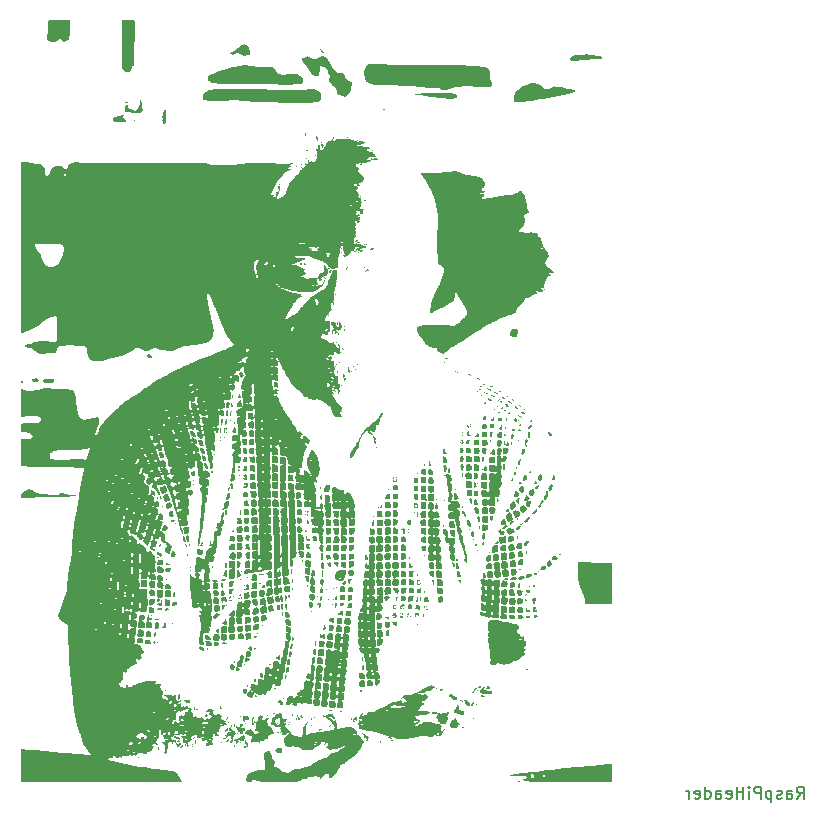
<source format=gbr>
%TF.GenerationSoftware,KiCad,Pcbnew,(7.0.0)*%
%TF.CreationDate,2023-04-25T22:49:32-05:00*%
%TF.ProjectId,ThorPCB,54686f72-5043-4422-9e6b-696361645f70,rev?*%
%TF.SameCoordinates,Original*%
%TF.FileFunction,Legend,Bot*%
%TF.FilePolarity,Positive*%
%FSLAX46Y46*%
G04 Gerber Fmt 4.6, Leading zero omitted, Abs format (unit mm)*
G04 Created by KiCad (PCBNEW (7.0.0)) date 2023-04-25 22:49:32*
%MOMM*%
%LPD*%
G01*
G04 APERTURE LIST*
%ADD10C,0.150000*%
G04 APERTURE END LIST*
D10*
%TO.C,J1*%
X197627333Y-102519380D02*
X197960666Y-102043190D01*
X198198761Y-102519380D02*
X198198761Y-101519380D01*
X198198761Y-101519380D02*
X197817809Y-101519380D01*
X197817809Y-101519380D02*
X197722571Y-101567000D01*
X197722571Y-101567000D02*
X197674952Y-101614619D01*
X197674952Y-101614619D02*
X197627333Y-101709857D01*
X197627333Y-101709857D02*
X197627333Y-101852714D01*
X197627333Y-101852714D02*
X197674952Y-101947952D01*
X197674952Y-101947952D02*
X197722571Y-101995571D01*
X197722571Y-101995571D02*
X197817809Y-102043190D01*
X197817809Y-102043190D02*
X198198761Y-102043190D01*
X196770190Y-102519380D02*
X196770190Y-101995571D01*
X196770190Y-101995571D02*
X196817809Y-101900333D01*
X196817809Y-101900333D02*
X196913047Y-101852714D01*
X196913047Y-101852714D02*
X197103523Y-101852714D01*
X197103523Y-101852714D02*
X197198761Y-101900333D01*
X196770190Y-102471761D02*
X196865428Y-102519380D01*
X196865428Y-102519380D02*
X197103523Y-102519380D01*
X197103523Y-102519380D02*
X197198761Y-102471761D01*
X197198761Y-102471761D02*
X197246380Y-102376523D01*
X197246380Y-102376523D02*
X197246380Y-102281285D01*
X197246380Y-102281285D02*
X197198761Y-102186047D01*
X197198761Y-102186047D02*
X197103523Y-102138428D01*
X197103523Y-102138428D02*
X196865428Y-102138428D01*
X196865428Y-102138428D02*
X196770190Y-102090809D01*
X196341618Y-102471761D02*
X196246380Y-102519380D01*
X196246380Y-102519380D02*
X196055904Y-102519380D01*
X196055904Y-102519380D02*
X195960666Y-102471761D01*
X195960666Y-102471761D02*
X195913047Y-102376523D01*
X195913047Y-102376523D02*
X195913047Y-102328904D01*
X195913047Y-102328904D02*
X195960666Y-102233666D01*
X195960666Y-102233666D02*
X196055904Y-102186047D01*
X196055904Y-102186047D02*
X196198761Y-102186047D01*
X196198761Y-102186047D02*
X196293999Y-102138428D01*
X196293999Y-102138428D02*
X196341618Y-102043190D01*
X196341618Y-102043190D02*
X196341618Y-101995571D01*
X196341618Y-101995571D02*
X196293999Y-101900333D01*
X196293999Y-101900333D02*
X196198761Y-101852714D01*
X196198761Y-101852714D02*
X196055904Y-101852714D01*
X196055904Y-101852714D02*
X195960666Y-101900333D01*
X195484475Y-101852714D02*
X195484475Y-102852714D01*
X195484475Y-101900333D02*
X195389237Y-101852714D01*
X195389237Y-101852714D02*
X195198761Y-101852714D01*
X195198761Y-101852714D02*
X195103523Y-101900333D01*
X195103523Y-101900333D02*
X195055904Y-101947952D01*
X195055904Y-101947952D02*
X195008285Y-102043190D01*
X195008285Y-102043190D02*
X195008285Y-102328904D01*
X195008285Y-102328904D02*
X195055904Y-102424142D01*
X195055904Y-102424142D02*
X195103523Y-102471761D01*
X195103523Y-102471761D02*
X195198761Y-102519380D01*
X195198761Y-102519380D02*
X195389237Y-102519380D01*
X195389237Y-102519380D02*
X195484475Y-102471761D01*
X194579713Y-102519380D02*
X194579713Y-101519380D01*
X194579713Y-101519380D02*
X194198761Y-101519380D01*
X194198761Y-101519380D02*
X194103523Y-101567000D01*
X194103523Y-101567000D02*
X194055904Y-101614619D01*
X194055904Y-101614619D02*
X194008285Y-101709857D01*
X194008285Y-101709857D02*
X194008285Y-101852714D01*
X194008285Y-101852714D02*
X194055904Y-101947952D01*
X194055904Y-101947952D02*
X194103523Y-101995571D01*
X194103523Y-101995571D02*
X194198761Y-102043190D01*
X194198761Y-102043190D02*
X194579713Y-102043190D01*
X193579713Y-102519380D02*
X193579713Y-101852714D01*
X193579713Y-101519380D02*
X193627332Y-101567000D01*
X193627332Y-101567000D02*
X193579713Y-101614619D01*
X193579713Y-101614619D02*
X193532094Y-101567000D01*
X193532094Y-101567000D02*
X193579713Y-101519380D01*
X193579713Y-101519380D02*
X193579713Y-101614619D01*
X193103523Y-102519380D02*
X193103523Y-101519380D01*
X193103523Y-101995571D02*
X192532095Y-101995571D01*
X192532095Y-102519380D02*
X192532095Y-101519380D01*
X191674952Y-102471761D02*
X191770190Y-102519380D01*
X191770190Y-102519380D02*
X191960666Y-102519380D01*
X191960666Y-102519380D02*
X192055904Y-102471761D01*
X192055904Y-102471761D02*
X192103523Y-102376523D01*
X192103523Y-102376523D02*
X192103523Y-101995571D01*
X192103523Y-101995571D02*
X192055904Y-101900333D01*
X192055904Y-101900333D02*
X191960666Y-101852714D01*
X191960666Y-101852714D02*
X191770190Y-101852714D01*
X191770190Y-101852714D02*
X191674952Y-101900333D01*
X191674952Y-101900333D02*
X191627333Y-101995571D01*
X191627333Y-101995571D02*
X191627333Y-102090809D01*
X191627333Y-102090809D02*
X192103523Y-102186047D01*
X190770190Y-102519380D02*
X190770190Y-101995571D01*
X190770190Y-101995571D02*
X190817809Y-101900333D01*
X190817809Y-101900333D02*
X190913047Y-101852714D01*
X190913047Y-101852714D02*
X191103523Y-101852714D01*
X191103523Y-101852714D02*
X191198761Y-101900333D01*
X190770190Y-102471761D02*
X190865428Y-102519380D01*
X190865428Y-102519380D02*
X191103523Y-102519380D01*
X191103523Y-102519380D02*
X191198761Y-102471761D01*
X191198761Y-102471761D02*
X191246380Y-102376523D01*
X191246380Y-102376523D02*
X191246380Y-102281285D01*
X191246380Y-102281285D02*
X191198761Y-102186047D01*
X191198761Y-102186047D02*
X191103523Y-102138428D01*
X191103523Y-102138428D02*
X190865428Y-102138428D01*
X190865428Y-102138428D02*
X190770190Y-102090809D01*
X189865428Y-102519380D02*
X189865428Y-101519380D01*
X189865428Y-102471761D02*
X189960666Y-102519380D01*
X189960666Y-102519380D02*
X190151142Y-102519380D01*
X190151142Y-102519380D02*
X190246380Y-102471761D01*
X190246380Y-102471761D02*
X190293999Y-102424142D01*
X190293999Y-102424142D02*
X190341618Y-102328904D01*
X190341618Y-102328904D02*
X190341618Y-102043190D01*
X190341618Y-102043190D02*
X190293999Y-101947952D01*
X190293999Y-101947952D02*
X190246380Y-101900333D01*
X190246380Y-101900333D02*
X190151142Y-101852714D01*
X190151142Y-101852714D02*
X189960666Y-101852714D01*
X189960666Y-101852714D02*
X189865428Y-101900333D01*
X189008285Y-102471761D02*
X189103523Y-102519380D01*
X189103523Y-102519380D02*
X189293999Y-102519380D01*
X189293999Y-102519380D02*
X189389237Y-102471761D01*
X189389237Y-102471761D02*
X189436856Y-102376523D01*
X189436856Y-102376523D02*
X189436856Y-101995571D01*
X189436856Y-101995571D02*
X189389237Y-101900333D01*
X189389237Y-101900333D02*
X189293999Y-101852714D01*
X189293999Y-101852714D02*
X189103523Y-101852714D01*
X189103523Y-101852714D02*
X189008285Y-101900333D01*
X189008285Y-101900333D02*
X188960666Y-101995571D01*
X188960666Y-101995571D02*
X188960666Y-102090809D01*
X188960666Y-102090809D02*
X189436856Y-102186047D01*
X188532094Y-102519380D02*
X188532094Y-101852714D01*
X188532094Y-102043190D02*
X188484475Y-101947952D01*
X188484475Y-101947952D02*
X188436856Y-101900333D01*
X188436856Y-101900333D02*
X188341618Y-101852714D01*
X188341618Y-101852714D02*
X188246380Y-101852714D01*
%TO.C,G\u002A\u002A\u002A*%
G36*
X181992186Y-100429701D02*
G01*
X181992186Y-100498114D01*
X181992186Y-100625891D01*
X181992186Y-100928206D01*
X181992186Y-101011290D01*
X181992186Y-101118112D01*
X178575359Y-101118112D01*
X177998026Y-101117984D01*
X177418769Y-101117443D01*
X176922873Y-101116357D01*
X176504143Y-101114596D01*
X176156384Y-101112030D01*
X175873402Y-101108529D01*
X175649000Y-101103962D01*
X175476983Y-101098200D01*
X175351158Y-101091112D01*
X175265328Y-101082567D01*
X175213298Y-101072437D01*
X175188873Y-101060590D01*
X175185859Y-101046897D01*
X175192376Y-101010217D01*
X175179280Y-100995971D01*
X176371451Y-100995971D01*
X176394767Y-101032179D01*
X176455872Y-101066944D01*
X176510321Y-101061269D01*
X176520526Y-101011290D01*
X176501473Y-100981114D01*
X176421783Y-100936626D01*
X176372329Y-100939264D01*
X176371451Y-100995971D01*
X175179280Y-100995971D01*
X175160630Y-100975682D01*
X175136392Y-100983760D01*
X175108074Y-101046897D01*
X175090451Y-101088426D01*
X175013121Y-101118112D01*
X174957733Y-101105697D01*
X174918168Y-101052434D01*
X174910657Y-101020631D01*
X174847540Y-100970701D01*
X174755041Y-100962919D01*
X174675723Y-101005520D01*
X174656299Y-101026935D01*
X174604771Y-101045027D01*
X174531547Y-100993260D01*
X174516149Y-100978852D01*
X174476953Y-100928206D01*
X176840972Y-100928206D01*
X176850716Y-100942414D01*
X176891250Y-100975682D01*
X176895988Y-100974448D01*
X176912186Y-100928206D01*
X176910254Y-100915193D01*
X176861908Y-100880729D01*
X176844736Y-100884457D01*
X176840972Y-100928206D01*
X174476953Y-100928206D01*
X174452582Y-100896716D01*
X174458750Y-100850876D01*
X174534359Y-100855723D01*
X174592166Y-100862716D01*
X174657853Y-100831947D01*
X174676163Y-100812735D01*
X174751428Y-100802725D01*
X174787604Y-100802610D01*
X174789274Y-100737459D01*
X174787494Y-100731250D01*
X174748416Y-100673271D01*
X174666076Y-100631816D01*
X174579491Y-100615141D01*
X175115088Y-100615141D01*
X175125202Y-100714455D01*
X175137749Y-100736740D01*
X175216042Y-100780531D01*
X175311581Y-100773145D01*
X175375765Y-100714561D01*
X175386651Y-100674468D01*
X175386449Y-100673451D01*
X175686192Y-100673451D01*
X175688480Y-100674468D01*
X175725271Y-100690822D01*
X175750405Y-100687396D01*
X175756922Y-100659171D01*
X175749963Y-100653489D01*
X175693620Y-100659171D01*
X175686192Y-100673451D01*
X175386449Y-100673451D01*
X175380351Y-100642801D01*
X176165034Y-100642801D01*
X176172671Y-100659171D01*
X176182795Y-100680873D01*
X176259928Y-100729366D01*
X176261342Y-100729632D01*
X176324275Y-100714566D01*
X176342467Y-100625891D01*
X176330168Y-100541911D01*
X176321564Y-100527456D01*
X176484897Y-100527456D01*
X176489791Y-100557618D01*
X176532373Y-100595869D01*
X176560480Y-100576771D01*
X176579850Y-100498114D01*
X176569742Y-100444238D01*
X176532373Y-100429701D01*
X177909196Y-100429701D01*
X177932934Y-100453439D01*
X177956672Y-100429701D01*
X177932934Y-100405963D01*
X177909196Y-100429701D01*
X176532373Y-100429701D01*
X176513831Y-100446625D01*
X176484897Y-100527456D01*
X176321564Y-100527456D01*
X176289682Y-100473897D01*
X176286526Y-100472076D01*
X176223547Y-100479628D01*
X176175055Y-100547370D01*
X176165034Y-100642801D01*
X175380351Y-100642801D01*
X175362411Y-100552633D01*
X175254353Y-100455499D01*
X175215216Y-100436849D01*
X175160498Y-100441156D01*
X175127859Y-100523502D01*
X175115088Y-100615141D01*
X174579491Y-100615141D01*
X174530250Y-100605658D01*
X174330713Y-100593570D01*
X174057242Y-100594327D01*
X173699611Y-100606700D01*
X173586866Y-100609023D01*
X173432006Y-100598207D01*
X173352752Y-100569704D01*
X173358308Y-100525698D01*
X173370074Y-100519343D01*
X173427417Y-100504492D01*
X173536579Y-100485195D01*
X173704658Y-100460492D01*
X173938749Y-100429418D01*
X174245951Y-100391011D01*
X174633361Y-100344308D01*
X175108074Y-100288347D01*
X175188938Y-100278883D01*
X175570015Y-100234184D01*
X176005395Y-100182989D01*
X176462917Y-100129087D01*
X176910418Y-100076264D01*
X177315738Y-100028310D01*
X177430428Y-100014873D01*
X177839939Y-99968878D01*
X178274246Y-99922671D01*
X178703600Y-99879285D01*
X179098251Y-99841749D01*
X179428448Y-99813093D01*
X179663591Y-99793796D01*
X180038084Y-99761948D01*
X180418115Y-99728511D01*
X180770280Y-99696439D01*
X181061174Y-99668687D01*
X181170116Y-99658055D01*
X181419382Y-99634713D01*
X181634129Y-99615930D01*
X181794377Y-99603411D01*
X181880146Y-99598860D01*
X181992186Y-99598860D01*
X181992186Y-100358486D01*
X181992186Y-100429701D01*
G37*
G36*
X174167564Y-101028515D02*
G01*
X174206018Y-101070636D01*
X174197984Y-101092476D01*
X174134803Y-101118112D01*
X174102042Y-101112756D01*
X174063588Y-101070636D01*
X174071623Y-101048795D01*
X174134803Y-101023159D01*
X174167564Y-101028515D01*
G37*
G36*
X154284299Y-95812829D02*
G01*
X154311142Y-95831436D01*
X154373332Y-95807172D01*
X154386378Y-95794758D01*
X154454629Y-95753688D01*
X154479572Y-95772422D01*
X154439358Y-95840075D01*
X154390152Y-95906781D01*
X154360785Y-95982505D01*
X154344187Y-96014245D01*
X154268633Y-96038112D01*
X154213808Y-96046755D01*
X154142560Y-96092999D01*
X154135877Y-96108904D01*
X154167287Y-96130301D01*
X154279378Y-96120178D01*
X154359945Y-96109738D01*
X154422838Y-96117838D01*
X154424110Y-96160245D01*
X154408088Y-96190391D01*
X154355705Y-96228019D01*
X154343678Y-96229550D01*
X154314144Y-96273937D01*
X154330860Y-96352398D01*
X154387871Y-96427923D01*
X154506708Y-96532741D01*
X154652907Y-96686725D01*
X154751754Y-96823838D01*
X154788074Y-96925227D01*
X154831873Y-97038705D01*
X154955520Y-97133696D01*
X155144149Y-97197430D01*
X155266752Y-97223320D01*
X155405271Y-97254026D01*
X155483320Y-97269105D01*
X155645676Y-97275363D01*
X155744204Y-97237422D01*
X155744838Y-97236749D01*
X155767033Y-97169877D01*
X155787146Y-97036957D01*
X155800891Y-96866049D01*
X155851752Y-96555747D01*
X155980302Y-96262821D01*
X156179624Y-96026243D01*
X156207061Y-96002472D01*
X156268794Y-95955861D01*
X156284482Y-95966237D01*
X156254000Y-96042215D01*
X156177223Y-96192411D01*
X156175766Y-96195187D01*
X156096045Y-96373055D01*
X156056729Y-96543999D01*
X156046205Y-96758174D01*
X156050793Y-96918687D01*
X156063444Y-97047520D01*
X156081329Y-97109809D01*
X156093850Y-97115744D01*
X156175493Y-97108388D01*
X156294974Y-97068070D01*
X156314597Y-97059711D01*
X156525655Y-96982792D01*
X156749840Y-96928524D01*
X157014340Y-96891713D01*
X157346343Y-96867163D01*
X157438321Y-96861798D01*
X157708734Y-96838447D01*
X157899008Y-96806560D01*
X158020591Y-96763660D01*
X158084930Y-96707269D01*
X158084980Y-96707188D01*
X158148687Y-96681050D01*
X158260515Y-96687497D01*
X158262960Y-96687981D01*
X158393604Y-96686728D01*
X158466960Y-96614941D01*
X158490525Y-96465381D01*
X158480807Y-96414426D01*
X158413728Y-96286368D01*
X158299161Y-96138100D01*
X158156370Y-95993041D01*
X158004616Y-95874611D01*
X157999091Y-95870964D01*
X157910596Y-95793240D01*
X157874056Y-95723872D01*
X157866650Y-95703638D01*
X157792983Y-95649451D01*
X157660411Y-95600793D01*
X157603769Y-95584269D01*
X157488252Y-95535954D01*
X157452196Y-95496010D01*
X157498169Y-95474203D01*
X157628738Y-95480298D01*
X157709145Y-95487966D01*
X157807067Y-95473252D01*
X157868098Y-95412813D01*
X157913934Y-95362222D01*
X158000224Y-95334526D01*
X158149023Y-95335311D01*
X158199608Y-95339029D01*
X158320503Y-95360432D01*
X158393478Y-95411813D01*
X158454751Y-95514389D01*
X158491893Y-95607741D01*
X158498980Y-95709919D01*
X158452797Y-95753750D01*
X158359506Y-95725571D01*
X158337996Y-95712660D01*
X158230295Y-95647707D01*
X158099570Y-95568589D01*
X158046143Y-95538573D01*
X157956826Y-95502798D01*
X157921532Y-95511997D01*
X157927032Y-95532828D01*
X157985119Y-95563346D01*
X158029796Y-95581944D01*
X158124760Y-95656947D01*
X158238139Y-95768615D01*
X158347452Y-95894319D01*
X158430224Y-96011430D01*
X158465131Y-96067002D01*
X158485037Y-96068061D01*
X158489570Y-95981568D01*
X158490377Y-95961289D01*
X158514177Y-95861263D01*
X158558269Y-95814540D01*
X158605777Y-95841464D01*
X158606957Y-95843654D01*
X158624376Y-95915607D01*
X158644691Y-96052355D01*
X158663747Y-96226309D01*
X158682466Y-96379887D01*
X158717247Y-96529957D01*
X158759773Y-96593502D01*
X158774511Y-96596070D01*
X158871340Y-96588008D01*
X159025135Y-96559114D01*
X159210061Y-96513952D01*
X159502148Y-96446501D01*
X159733622Y-96423854D01*
X159916351Y-96450279D01*
X160068236Y-96528414D01*
X160207178Y-96660898D01*
X160282609Y-96753708D01*
X160354375Y-96857307D01*
X160379146Y-96916430D01*
X160378164Y-96958705D01*
X160403205Y-97058062D01*
X160410490Y-97070729D01*
X160449952Y-97139350D01*
X160499991Y-97164732D01*
X160531512Y-97172096D01*
X160611953Y-97234122D01*
X160708731Y-97340156D01*
X160764113Y-97408356D01*
X160863110Y-97525275D01*
X160932479Y-97600828D01*
X160960059Y-97636084D01*
X160965991Y-97693482D01*
X160932352Y-97784765D01*
X160853630Y-97933165D01*
X160782213Y-98061362D01*
X160704266Y-98201877D01*
X160653976Y-98293252D01*
X160593544Y-98398922D01*
X160471488Y-98586385D01*
X160351778Y-98741702D01*
X160248368Y-98847575D01*
X160175212Y-98886710D01*
X160167286Y-98887825D01*
X160098188Y-98933024D01*
X160014527Y-99023891D01*
X159920915Y-99116109D01*
X159822678Y-99138394D01*
X159822124Y-99138250D01*
X159735731Y-99156591D01*
X159649376Y-99262293D01*
X159640409Y-99277112D01*
X159559148Y-99370984D01*
X159478050Y-99381974D01*
X159413865Y-99381584D01*
X159393308Y-99453231D01*
X159380017Y-99511494D01*
X159322093Y-99551383D01*
X159289409Y-99556120D01*
X159250878Y-99593585D01*
X159246642Y-99609044D01*
X159191532Y-99633582D01*
X159177584Y-99633110D01*
X159041292Y-99638766D01*
X158980731Y-99672130D01*
X158979804Y-99741402D01*
X158984000Y-99802922D01*
X158949734Y-99871962D01*
X158933794Y-99885638D01*
X158869039Y-99968539D01*
X158795359Y-100088894D01*
X158786891Y-100104004D01*
X158687261Y-100256147D01*
X158624595Y-100337708D01*
X158557344Y-100425237D01*
X158417755Y-100587202D01*
X158289107Y-100717971D01*
X158192012Y-100793472D01*
X158145439Y-100815590D01*
X158112951Y-100804783D01*
X158122072Y-100719721D01*
X158127199Y-100635532D01*
X158104855Y-100595869D01*
X158081579Y-100612365D01*
X158063962Y-100688021D01*
X158058120Y-100742052D01*
X158028355Y-100802180D01*
X158018539Y-100799367D01*
X158006476Y-100736523D01*
X158009214Y-100617377D01*
X158014762Y-100539465D01*
X158010371Y-100451359D01*
X157973931Y-100419848D01*
X157890522Y-100420133D01*
X157789565Y-100439283D01*
X157720484Y-100477178D01*
X157701989Y-100494844D01*
X157684876Y-100463437D01*
X157684844Y-100461350D01*
X157671025Y-100425965D01*
X157617917Y-100463437D01*
X157585281Y-100503743D01*
X157582424Y-100520698D01*
X157575218Y-100563457D01*
X157568797Y-100592783D01*
X157500592Y-100627929D01*
X157439916Y-100658396D01*
X157373924Y-100743425D01*
X157357306Y-100785708D01*
X157311600Y-100831207D01*
X157273069Y-100793894D01*
X157256859Y-100681748D01*
X157253885Y-100590408D01*
X157236601Y-100567383D01*
X157193464Y-100616942D01*
X157147699Y-100669805D01*
X157102995Y-100666812D01*
X157030257Y-100596503D01*
X156958488Y-100519469D01*
X157311795Y-100519469D01*
X157323129Y-100583011D01*
X157339336Y-100582276D01*
X157348065Y-100520698D01*
X157340462Y-100474031D01*
X157319381Y-100492014D01*
X157311795Y-100519469D01*
X156958488Y-100519469D01*
X156930444Y-100489367D01*
X156808229Y-100585501D01*
X156801040Y-100591068D01*
X156669932Y-100656030D01*
X156507890Y-100657745D01*
X156418369Y-100650601D01*
X156308145Y-100676067D01*
X156199855Y-100763765D01*
X156169965Y-100792284D01*
X156098516Y-100845916D01*
X156069944Y-100842657D01*
X156065996Y-100825186D01*
X156011124Y-100797207D01*
X155918683Y-100805719D01*
X155823438Y-100843785D01*
X155760157Y-100904467D01*
X155704273Y-100966961D01*
X155593989Y-101015310D01*
X155511103Y-101034095D01*
X155435224Y-101070814D01*
X155357427Y-101098065D01*
X155235880Y-101090120D01*
X155121204Y-101047388D01*
X155083039Y-101032005D01*
X155035985Y-101062792D01*
X155033670Y-101065589D01*
X154968304Y-101080570D01*
X154824826Y-101093139D01*
X154617596Y-101103278D01*
X154360974Y-101110966D01*
X154069320Y-101116184D01*
X153756994Y-101118912D01*
X153438357Y-101119131D01*
X153127767Y-101116821D01*
X152839585Y-101111963D01*
X152588171Y-101104537D01*
X152387886Y-101094524D01*
X152253088Y-101081904D01*
X152198139Y-101066657D01*
X152163634Y-101044677D01*
X152075632Y-101048888D01*
X152012956Y-101056081D01*
X151916623Y-101023894D01*
X151908834Y-101018097D01*
X151810367Y-100976352D01*
X151676003Y-100947621D01*
X151593376Y-100940138D01*
X151529119Y-100951031D01*
X151527412Y-100994356D01*
X151528227Y-100999421D01*
X151532221Y-101024260D01*
X151496116Y-101080555D01*
X151425458Y-101098216D01*
X151362410Y-101060374D01*
X151333675Y-101024925D01*
X151323007Y-101058766D01*
X151284075Y-101100450D01*
X151182001Y-101118112D01*
X151100364Y-101110923D01*
X151042870Y-101065762D01*
X151023913Y-100999421D01*
X151179850Y-100999421D01*
X151203588Y-101023159D01*
X151227327Y-100999421D01*
X151203588Y-100975682D01*
X151179850Y-100999421D01*
X151023913Y-100999421D01*
X151010937Y-100954008D01*
X151002992Y-100865896D01*
X151045524Y-100659083D01*
X151163301Y-100471197D01*
X151343435Y-100326553D01*
X151502038Y-100257624D01*
X151567069Y-100239794D01*
X152794056Y-100239794D01*
X152817794Y-100263533D01*
X152841532Y-100239794D01*
X152817794Y-100216056D01*
X152794056Y-100239794D01*
X151567069Y-100239794D01*
X151762959Y-100186085D01*
X152060713Y-100138425D01*
X152363235Y-100121103D01*
X152613047Y-100121103D01*
X152589913Y-99658206D01*
X152584259Y-99561199D01*
X152565109Y-99328791D01*
X152540879Y-99119244D01*
X152515458Y-98968586D01*
X152502756Y-98910330D01*
X152486464Y-98791119D01*
X152503841Y-98714941D01*
X152559777Y-98646223D01*
X152648424Y-98572611D01*
X152782521Y-98502631D01*
X152905932Y-98476625D01*
X152996343Y-98498162D01*
X153031439Y-98570809D01*
X153042283Y-98615180D01*
X153102654Y-98696804D01*
X153149753Y-98769259D01*
X153173869Y-98888567D01*
X153183515Y-98983416D01*
X153209476Y-99037053D01*
X153227561Y-99055230D01*
X153280457Y-99139855D01*
X153344865Y-99266523D01*
X153356748Y-99292248D01*
X153408593Y-99426709D01*
X153417323Y-99530140D01*
X153387899Y-99646336D01*
X153331151Y-99812505D01*
X153572674Y-99859981D01*
X153711753Y-99894782D01*
X153813631Y-99949380D01*
X153874752Y-100034504D01*
X153885494Y-100054861D01*
X153985056Y-100155536D01*
X154159915Y-100231814D01*
X154186081Y-100239794D01*
X154312672Y-100278402D01*
X154461448Y-100316654D01*
X154556916Y-100325613D01*
X154579000Y-100318922D01*
X157992747Y-100318922D01*
X157998251Y-100343184D01*
X158056627Y-100395605D01*
X158092365Y-100395936D01*
X158104104Y-100337708D01*
X158068740Y-100275516D01*
X158018272Y-100265498D01*
X157992747Y-100318922D01*
X154579000Y-100318922D01*
X154620162Y-100306451D01*
X154672269Y-100260344D01*
X154693515Y-100239401D01*
X154789957Y-100176157D01*
X154939394Y-100114315D01*
X155152140Y-100050650D01*
X155438511Y-99981936D01*
X155808822Y-99904948D01*
X155956521Y-99875316D01*
X156172328Y-99828301D01*
X156324351Y-99786639D01*
X156432038Y-99743357D01*
X156514834Y-99691481D01*
X156592186Y-99624037D01*
X156701932Y-99536681D01*
X156906903Y-99411607D01*
X157150554Y-99290549D01*
X157402188Y-99188398D01*
X157631109Y-99120046D01*
X157800532Y-99057853D01*
X157935963Y-98950362D01*
X158006232Y-98883647D01*
X158146516Y-98787786D01*
X158312170Y-98697031D01*
X158469848Y-98629233D01*
X158586205Y-98602245D01*
X158622906Y-98591268D01*
X158731067Y-98537544D01*
X158883913Y-98449241D01*
X159060972Y-98337765D01*
X159214855Y-98232884D01*
X159326396Y-98143275D01*
X159353270Y-98096515D01*
X159295548Y-98092669D01*
X159153300Y-98131803D01*
X158926596Y-98213981D01*
X158829200Y-98248333D01*
X158637539Y-98302697D01*
X158475568Y-98333744D01*
X158443391Y-98337551D01*
X158284281Y-98361066D01*
X158158182Y-98386272D01*
X158094455Y-98394451D01*
X158004691Y-98363148D01*
X157897061Y-98265618D01*
X157852791Y-98216035D01*
X157798870Y-98131667D01*
X157817778Y-98092119D01*
X157840515Y-98080260D01*
X157907423Y-97991621D01*
X157940504Y-97863120D01*
X157926896Y-97736655D01*
X157905330Y-97681524D01*
X157882167Y-97660985D01*
X157855843Y-97724312D01*
X157797631Y-97816484D01*
X157698879Y-97909681D01*
X157681694Y-97921888D01*
X157616414Y-97959264D01*
X157607811Y-97945467D01*
X157637568Y-97877895D01*
X157660354Y-97792121D01*
X157667193Y-97726731D01*
X157651421Y-97716697D01*
X157626477Y-97724399D01*
X157557957Y-97693569D01*
X157511864Y-97665358D01*
X157494243Y-97699061D01*
X157483976Y-97725447D01*
X157423028Y-97730102D01*
X157382382Y-97724791D01*
X157351813Y-97775176D01*
X157324530Y-97839459D01*
X157251989Y-97931125D01*
X157159681Y-98022283D01*
X157073215Y-98087804D01*
X157018199Y-98102557D01*
X157014451Y-98103346D01*
X156988332Y-98108845D01*
X156902780Y-98161481D01*
X156788638Y-98251188D01*
X156750830Y-98283099D01*
X156648648Y-98358295D01*
X156548542Y-98402206D01*
X156418173Y-98425633D01*
X156225198Y-98439378D01*
X156142744Y-98443496D01*
X155983951Y-98446693D01*
X155884594Y-98435034D01*
X155819267Y-98403438D01*
X155762567Y-98346820D01*
X155760174Y-98344083D01*
X155643659Y-98256934D01*
X155500172Y-98202118D01*
X155455220Y-98193019D01*
X155285852Y-98156407D01*
X155109934Y-98115917D01*
X155086812Y-98110471D01*
X155046904Y-98103346D01*
X156829570Y-98103346D01*
X156853308Y-98127084D01*
X156877046Y-98103346D01*
X156853308Y-98079607D01*
X156829570Y-98103346D01*
X155046904Y-98103346D01*
X154951372Y-98086290D01*
X154866922Y-98095536D01*
X154798937Y-98140992D01*
X154798733Y-98141176D01*
X154679595Y-98191909D01*
X154537455Y-98177601D01*
X154406759Y-98108736D01*
X154321951Y-97995799D01*
X154293619Y-97917040D01*
X156782093Y-97917040D01*
X156782704Y-97933209D01*
X156813276Y-98000521D01*
X156869898Y-97993603D01*
X156924612Y-97913205D01*
X156956166Y-97816113D01*
X156972292Y-97732311D01*
X156990622Y-97658907D01*
X157038460Y-97549796D01*
X157061886Y-97493573D01*
X157103662Y-97341580D01*
X157132512Y-97169983D01*
X157141243Y-97070729D01*
X160069850Y-97070729D01*
X160091582Y-97114399D01*
X160200411Y-97130075D01*
X160306266Y-97115750D01*
X160330972Y-97070729D01*
X160294377Y-97033764D01*
X160200411Y-97011383D01*
X160127075Y-97024387D01*
X160077185Y-97064789D01*
X160069850Y-97070729D01*
X157141243Y-97070729D01*
X157141765Y-97064789D01*
X157137739Y-97010602D01*
X157116390Y-97046971D01*
X157078439Y-97172455D01*
X157024606Y-97385614D01*
X157005065Y-97455992D01*
X156943222Y-97617383D01*
X156875547Y-97736222D01*
X156809561Y-97838316D01*
X156782093Y-97917040D01*
X154293619Y-97917040D01*
X154290569Y-97908560D01*
X154232445Y-97655991D01*
X154247609Y-97449438D01*
X154339183Y-97274311D01*
X154510290Y-97116024D01*
X154563647Y-97059728D01*
X154621697Y-96947673D01*
X154630359Y-96915847D01*
X154627926Y-96856581D01*
X154567145Y-96854539D01*
X154519937Y-96877938D01*
X154486598Y-96957022D01*
X154486034Y-96999990D01*
X154467554Y-97015286D01*
X154438942Y-97016569D01*
X154381175Y-97071467D01*
X154304741Y-97126901D01*
X154178693Y-97153813D01*
X154102126Y-97149237D01*
X154053212Y-97119622D01*
X154025626Y-97041819D01*
X154003878Y-96892692D01*
X153986548Y-96786029D01*
X153953324Y-96660956D01*
X153918695Y-96598861D01*
X153897479Y-96558343D01*
X153947252Y-96476431D01*
X153973186Y-96443663D01*
X154019590Y-96345277D01*
X154023639Y-96262687D01*
X153980972Y-96228019D01*
X153963487Y-96232160D01*
X153931985Y-96287365D01*
X153919093Y-96337699D01*
X153866431Y-96431126D01*
X153850246Y-96451183D01*
X153798726Y-96487806D01*
X153720186Y-96488752D01*
X153583081Y-96456887D01*
X153530958Y-96441794D01*
X153404405Y-96384545D01*
X153363775Y-96318205D01*
X153360035Y-96290820D01*
X153316891Y-96227326D01*
X153254512Y-96203776D01*
X153209742Y-96239092D01*
X153198049Y-96260078D01*
X153150677Y-96265127D01*
X153101559Y-96215634D01*
X153078915Y-96134220D01*
X153082593Y-96112700D01*
X153417725Y-96112700D01*
X153460714Y-96133065D01*
X153522766Y-96159205D01*
X153612096Y-96228019D01*
X153666849Y-96276179D01*
X153742127Y-96314753D01*
X153790840Y-96273395D01*
X153831958Y-96144935D01*
X153864118Y-95973901D01*
X153872156Y-95812829D01*
X153852713Y-95700497D01*
X153806891Y-95658299D01*
X153781431Y-95662332D01*
X153743588Y-95705776D01*
X153727352Y-95732696D01*
X153652112Y-95753252D01*
X153567334Y-95792366D01*
X153485944Y-95902976D01*
X153483655Y-95907575D01*
X153424858Y-96042225D01*
X153417725Y-96112700D01*
X153082593Y-96112700D01*
X153087462Y-96084217D01*
X153133707Y-96027761D01*
X153141590Y-96023383D01*
X153177002Y-95954608D01*
X153194510Y-95836397D01*
X153195809Y-95806575D01*
X153217038Y-95672361D01*
X153272527Y-95606826D01*
X153378175Y-95588510D01*
X153443294Y-95572721D01*
X153488860Y-95515869D01*
X153492491Y-95472153D01*
X153500729Y-95355757D01*
X153501836Y-95341042D01*
X153521264Y-95294023D01*
X153579039Y-95327306D01*
X153594402Y-95339288D01*
X153667866Y-95363433D01*
X153767327Y-95325963D01*
X153812050Y-95306785D01*
X153928608Y-95306054D01*
X154003680Y-95376744D01*
X154014790Y-95502794D01*
X154014166Y-95578461D01*
X154078485Y-95659669D01*
X154139249Y-95698395D01*
X154241443Y-95783123D01*
X154284299Y-95812829D01*
G37*
G36*
X151702093Y-101094374D02*
G01*
X151678355Y-101118112D01*
X151654616Y-101094374D01*
X151678355Y-101070636D01*
X151702093Y-101094374D01*
G37*
G36*
X158342013Y-46868143D02*
G01*
X158339668Y-46877073D01*
X158372944Y-46895601D01*
X158454575Y-46834736D01*
X158462657Y-46826868D01*
X158572659Y-46744250D01*
X158699333Y-46678599D01*
X158811793Y-46643245D01*
X158879158Y-46651514D01*
X158888155Y-46658141D01*
X158978663Y-46672945D01*
X159122955Y-46656769D01*
X159216610Y-46644050D01*
X159371893Y-46636864D01*
X159539834Y-46639771D01*
X159698911Y-46651078D01*
X159827606Y-46669093D01*
X159904400Y-46692124D01*
X159907775Y-46718479D01*
X159897823Y-46725859D01*
X159897612Y-46750876D01*
X159986766Y-46754388D01*
X160037464Y-46752147D01*
X160156105Y-46752460D01*
X160193563Y-46767348D01*
X160160016Y-46799460D01*
X160145424Y-46815575D01*
X160185382Y-46845619D01*
X160318666Y-46873509D01*
X160390588Y-46882673D01*
X160509627Y-46889244D01*
X160568750Y-46879618D01*
X160552388Y-46860775D01*
X160469445Y-46852318D01*
X160383740Y-46841818D01*
X160342841Y-46812788D01*
X160369178Y-46797653D01*
X160463820Y-46795675D01*
X160601240Y-46809348D01*
X160753781Y-46834750D01*
X160893789Y-46867959D01*
X160993607Y-46905056D01*
X160995404Y-46906022D01*
X161082436Y-46970685D01*
X161095895Y-47021588D01*
X161031252Y-47042224D01*
X160998547Y-47047136D01*
X160960037Y-47085922D01*
X160919551Y-47111828D01*
X160808427Y-47139738D01*
X160651439Y-47162668D01*
X160499094Y-47184487D01*
X160386041Y-47211698D01*
X160342841Y-47237662D01*
X160342857Y-47238092D01*
X160387804Y-47259810D01*
X160502775Y-47276731D01*
X160663308Y-47285225D01*
X160772422Y-47287971D01*
X160876322Y-47295346D01*
X160896906Y-47307822D01*
X160841345Y-47327084D01*
X160791399Y-47342019D01*
X160782463Y-47357087D01*
X160851706Y-47367739D01*
X161007514Y-47376466D01*
X161160330Y-47381765D01*
X161309856Y-47384331D01*
X161399196Y-47382643D01*
X161443927Y-47389123D01*
X161482280Y-47440268D01*
X161478994Y-47453904D01*
X161413537Y-47503292D01*
X161280504Y-47541476D01*
X161219310Y-47554413D01*
X161150762Y-47579531D01*
X161162394Y-47598613D01*
X161204528Y-47617653D01*
X161210255Y-47635682D01*
X161218938Y-47663014D01*
X161218782Y-47689305D01*
X161277702Y-47715018D01*
X161323832Y-47719790D01*
X161434803Y-47733710D01*
X161449035Y-47735560D01*
X161555517Y-47744822D01*
X161695925Y-47753075D01*
X161744431Y-47756292D01*
X161823052Y-47769390D01*
X161826486Y-47785817D01*
X161778031Y-47817915D01*
X161783378Y-47871261D01*
X161873962Y-47920809D01*
X161878569Y-47922329D01*
X161935757Y-47946743D01*
X161917443Y-47966169D01*
X161814616Y-47991311D01*
X161727250Y-48011954D01*
X161705351Y-48026413D01*
X161767140Y-48034666D01*
X161871967Y-48056382D01*
X162004523Y-48112410D01*
X162123215Y-48182221D01*
X161957046Y-48173411D01*
X161716778Y-48168445D01*
X161543836Y-48187310D01*
X161412718Y-48235705D01*
X161297726Y-48319315D01*
X161270765Y-48344226D01*
X161195461Y-48436060D01*
X161201347Y-48484141D01*
X161284198Y-48485021D01*
X161439788Y-48435251D01*
X161466099Y-48424615D01*
X161568073Y-48377298D01*
X161592361Y-48345900D01*
X161549740Y-48319029D01*
X161511685Y-48303472D01*
X161493362Y-48285758D01*
X161565364Y-48279954D01*
X161632108Y-48288964D01*
X161672186Y-48326895D01*
X161678931Y-48346370D01*
X161729234Y-48341916D01*
X161755898Y-48331223D01*
X161865874Y-48317705D01*
X162005652Y-48320668D01*
X162133819Y-48337923D01*
X162208965Y-48367281D01*
X162209913Y-48368361D01*
X162182346Y-48391811D01*
X162081835Y-48416760D01*
X161929058Y-48437986D01*
X161889788Y-48442210D01*
X161667406Y-48476354D01*
X161522355Y-48518725D01*
X161460507Y-48566919D01*
X161487735Y-48618535D01*
X161489875Y-48620064D01*
X161523512Y-48650684D01*
X161473131Y-48639704D01*
X161378268Y-48633299D01*
X161250720Y-48654760D01*
X161203778Y-48667150D01*
X161136056Y-48671410D01*
X161132545Y-48633290D01*
X161136497Y-48600880D01*
X161093834Y-48534929D01*
X161066182Y-48521752D01*
X161066447Y-48537627D01*
X161075775Y-48551982D01*
X161064303Y-48617715D01*
X160997263Y-48677691D01*
X160902302Y-48703907D01*
X160844880Y-48719669D01*
X160783887Y-48798860D01*
X160782657Y-48803379D01*
X160742192Y-48876808D01*
X160696749Y-48890331D01*
X160675255Y-48834467D01*
X160690559Y-48796838D01*
X160759512Y-48706010D01*
X160865162Y-48596508D01*
X160941682Y-48522532D01*
X161023303Y-48437321D01*
X161054990Y-48394733D01*
X161052850Y-48381304D01*
X161008873Y-48372975D01*
X160917390Y-48427330D01*
X160790657Y-48537738D01*
X160728722Y-48595590D01*
X160636393Y-48672255D01*
X160635004Y-48673408D01*
X160581961Y-48703907D01*
X160551119Y-48716035D01*
X160484381Y-48776193D01*
X160440272Y-48810623D01*
X160336138Y-48820471D01*
X160269399Y-48812362D01*
X160256770Y-48856811D01*
X160290752Y-48913428D01*
X160317453Y-48957913D01*
X160371356Y-49005616D01*
X160439721Y-49011313D01*
X160474202Y-49007701D01*
X160463514Y-49077475D01*
X160459420Y-49090868D01*
X160458782Y-49099545D01*
X160454836Y-49153186D01*
X160505904Y-49149556D01*
X160546168Y-49136935D01*
X160574844Y-49148661D01*
X160555285Y-49212889D01*
X160523079Y-49273626D01*
X160486082Y-49343397D01*
X160457533Y-49396873D01*
X160426614Y-49484081D01*
X160452848Y-49511009D01*
X160477438Y-49507923D01*
X160561442Y-49463324D01*
X160588599Y-49460932D01*
X160662897Y-49514335D01*
X160763800Y-49624423D01*
X160877889Y-49775906D01*
X160991743Y-49953497D01*
X161004808Y-49984508D01*
X160999439Y-50094684D01*
X160941625Y-50202696D01*
X160852959Y-50277883D01*
X160755038Y-50289584D01*
X160701105Y-50280179D01*
X160693744Y-50309745D01*
X160697499Y-50346719D01*
X160651411Y-50406672D01*
X160572311Y-50436077D01*
X160525141Y-50449643D01*
X160505319Y-50486654D01*
X160548573Y-50508019D01*
X160589114Y-50518144D01*
X160627701Y-50579234D01*
X160604843Y-50625420D01*
X160510499Y-50650449D01*
X160430516Y-50636315D01*
X160418782Y-50584036D01*
X160424552Y-50522196D01*
X160363876Y-50491520D01*
X160224149Y-50505916D01*
X160081719Y-50534352D01*
X160282270Y-50628008D01*
X160344836Y-50658615D01*
X160444278Y-50715021D01*
X160484046Y-50750007D01*
X160457066Y-50802114D01*
X160390317Y-50887832D01*
X160373778Y-50907181D01*
X160307227Y-51004096D01*
X160313959Y-51062742D01*
X160394341Y-51102754D01*
X160400902Y-51104909D01*
X160467427Y-51153535D01*
X160464700Y-51246708D01*
X160464651Y-51248383D01*
X160461205Y-51262877D01*
X160461224Y-51341651D01*
X160519974Y-51363325D01*
X160569089Y-51371115D01*
X160544762Y-51401645D01*
X160528794Y-51413596D01*
X160509892Y-51467443D01*
X160544762Y-51567105D01*
X160602003Y-51651593D01*
X160656607Y-51675276D01*
X160690595Y-51696220D01*
X160692936Y-51795716D01*
X160695246Y-51875852D01*
X160695819Y-51895726D01*
X160741867Y-51960889D01*
X160774977Y-51990262D01*
X160783225Y-52077280D01*
X160758564Y-52125681D01*
X160705387Y-52138464D01*
X160683413Y-52132239D01*
X160710785Y-52172231D01*
X160737434Y-52209312D01*
X160757982Y-52271300D01*
X160766678Y-52297535D01*
X160760630Y-52371683D01*
X160718091Y-52395215D01*
X160673146Y-52415196D01*
X160633482Y-52478299D01*
X160622731Y-52495404D01*
X160610816Y-52528019D01*
X160604237Y-52584368D01*
X160650462Y-52580197D01*
X160686089Y-52573634D01*
X160710215Y-52604634D01*
X160707818Y-52630107D01*
X160737636Y-52672957D01*
X160794485Y-52662303D01*
X160840516Y-52599604D01*
X160865943Y-52541121D01*
X160905656Y-52502037D01*
X160929989Y-52519718D01*
X160946374Y-52595786D01*
X160937828Y-52694114D01*
X160904526Y-52772840D01*
X160879326Y-52820738D01*
X160909812Y-52902278D01*
X160915883Y-52909826D01*
X160934969Y-52969248D01*
X160871588Y-53020799D01*
X160847120Y-53032648D01*
X160730453Y-53051034D01*
X160654684Y-53001410D01*
X160641259Y-52895449D01*
X160625161Y-52794174D01*
X160549498Y-52727733D01*
X160445833Y-52713944D01*
X160382611Y-52747644D01*
X160346487Y-52766900D01*
X160333315Y-52781105D01*
X160298675Y-52838503D01*
X160336344Y-52869552D01*
X160374849Y-52892875D01*
X160364707Y-52904182D01*
X160341295Y-52930283D01*
X160329722Y-52939003D01*
X160304967Y-53009652D01*
X160337529Y-53084469D01*
X160411076Y-53119234D01*
X160447467Y-53109192D01*
X160454963Y-53048019D01*
X160447276Y-52986537D01*
X160500035Y-52993161D01*
X160614651Y-53071682D01*
X160735269Y-53166561D01*
X160584677Y-53196679D01*
X160508498Y-53222020D01*
X160457395Y-53270870D01*
X160477776Y-53312301D01*
X160572100Y-53321833D01*
X160622026Y-53319578D01*
X160650333Y-53346916D01*
X160625192Y-53434430D01*
X160602502Y-53527415D01*
X160632493Y-53623513D01*
X160662075Y-53672641D01*
X160625383Y-53688953D01*
X160562527Y-53709019D01*
X160468979Y-53772037D01*
X160411908Y-53813604D01*
X160408001Y-53796902D01*
X160408890Y-53795285D01*
X160409208Y-53715405D01*
X160365663Y-53606995D01*
X160354436Y-53588081D01*
X160316765Y-53536321D01*
X160314590Y-53558393D01*
X160319301Y-53607586D01*
X160272951Y-53641477D01*
X160241688Y-53645533D01*
X160232197Y-53679864D01*
X160272787Y-53770127D01*
X160301584Y-53830632D01*
X160313363Y-53907559D01*
X160269971Y-53975641D01*
X160229128Y-54032186D01*
X160206037Y-54153405D01*
X160271626Y-54258673D01*
X160325140Y-54315561D01*
X160333125Y-54377484D01*
X160259757Y-54402547D01*
X160235516Y-54403203D01*
X160202566Y-54413499D01*
X160219005Y-54424841D01*
X160255341Y-54449911D01*
X160296062Y-54488690D01*
X160309150Y-54590897D01*
X160309119Y-54591009D01*
X160307831Y-54595722D01*
X160267580Y-54668396D01*
X160222060Y-54683557D01*
X160200411Y-54630573D01*
X160198553Y-54611559D01*
X160175344Y-54600250D01*
X160175158Y-54600442D01*
X160172844Y-54658164D01*
X160201808Y-54760854D01*
X160219970Y-54804654D01*
X160223538Y-54813260D01*
X160260128Y-54858709D01*
X160297363Y-54826784D01*
X160300857Y-54821299D01*
X160334068Y-54784740D01*
X160342114Y-54837062D01*
X160324629Y-54889298D01*
X160247887Y-54947084D01*
X160192028Y-54982592D01*
X160162613Y-55048368D01*
X160148090Y-55080844D01*
X160145805Y-55161175D01*
X160145159Y-55224031D01*
X160144380Y-55299853D01*
X160144489Y-55448431D01*
X160146070Y-55571961D01*
X160149062Y-55635495D01*
X160151714Y-55637592D01*
X160193060Y-55606048D01*
X160267448Y-55526218D01*
X160347829Y-55444491D01*
X160426503Y-55416634D01*
X160540381Y-55438852D01*
X160698915Y-55484502D01*
X160532747Y-55492640D01*
X160366579Y-55500777D01*
X160507898Y-55563042D01*
X160635431Y-55601154D01*
X160751427Y-55606771D01*
X160821870Y-55609325D01*
X160912651Y-55659343D01*
X160979434Y-55704991D01*
X161096411Y-55731176D01*
X161134082Y-55732094D01*
X161183240Y-55744635D01*
X161149944Y-55777925D01*
X161143470Y-55782138D01*
X161121087Y-55801664D01*
X161104112Y-55816472D01*
X161147570Y-55824675D01*
X161186863Y-55833676D01*
X161164552Y-55877261D01*
X161136640Y-55894139D01*
X161028294Y-55924150D01*
X160882066Y-55941570D01*
X160752495Y-55955139D01*
X160485627Y-56033883D01*
X160280190Y-56173564D01*
X160213196Y-56223373D01*
X160160847Y-56227720D01*
X160168407Y-56185484D01*
X160236018Y-56123019D01*
X160306842Y-56058854D01*
X160342841Y-55985779D01*
X160355594Y-55950944D01*
X160425925Y-55919628D01*
X160472964Y-55913408D01*
X160580224Y-55868311D01*
X160600469Y-55853045D01*
X160607861Y-55832214D01*
X160532353Y-55843325D01*
X160482269Y-55851333D01*
X160357236Y-55829308D01*
X160336336Y-55801664D01*
X160675177Y-55801664D01*
X160698915Y-55825402D01*
X160722654Y-55801664D01*
X160770130Y-55801664D01*
X160793869Y-55825402D01*
X160817607Y-55801664D01*
X160793869Y-55777925D01*
X160770130Y-55801664D01*
X160722654Y-55801664D01*
X160698915Y-55777925D01*
X160675177Y-55801664D01*
X160336336Y-55801664D01*
X160282493Y-55730449D01*
X160281401Y-55727674D01*
X160261578Y-55716742D01*
X160251636Y-55789794D01*
X160239250Y-55879287D01*
X160212000Y-55920355D01*
X160207627Y-55921277D01*
X160163224Y-55970376D01*
X160109341Y-56071205D01*
X160102803Y-56085934D01*
X160059545Y-56172852D01*
X160032705Y-56181063D01*
X160004328Y-56118682D01*
X159979329Y-56066613D01*
X159924240Y-56016821D01*
X159884732Y-56039161D01*
X159886798Y-56130925D01*
X159893570Y-56176237D01*
X159867378Y-56278547D01*
X159773254Y-56402627D01*
X159735067Y-56446192D01*
X159660095Y-56545274D01*
X159629964Y-56607478D01*
X159623530Y-56623687D01*
X159589387Y-56593389D01*
X159582333Y-56582973D01*
X159537423Y-56559729D01*
X159469161Y-56610910D01*
X159414821Y-56658666D01*
X159378672Y-56673764D01*
X159378442Y-56673377D01*
X159343066Y-56626736D01*
X159274110Y-56541370D01*
X159223443Y-56476746D01*
X159213140Y-56444885D01*
X159262747Y-56456796D01*
X159309848Y-56466516D01*
X159345831Y-56445064D01*
X159344491Y-56434751D01*
X159297967Y-56387080D01*
X159273205Y-56335220D01*
X159254282Y-56214545D01*
X159245304Y-56051191D01*
X159245205Y-56044964D01*
X159238477Y-55889391D01*
X159225889Y-55783580D01*
X159210084Y-55750126D01*
X159200200Y-55741099D01*
X159192199Y-55665409D01*
X159196114Y-55536077D01*
X159199152Y-55478404D01*
X159191711Y-55348015D01*
X159159017Y-55303159D01*
X159154713Y-55303277D01*
X159092558Y-55343978D01*
X159075390Y-55430051D01*
X159087995Y-55461414D01*
X159107657Y-55510338D01*
X159111953Y-55521027D01*
X159140608Y-55569637D01*
X159129058Y-55627245D01*
X159110218Y-55651321D01*
X159073067Y-55698798D01*
X159041230Y-55739483D01*
X159035570Y-55759724D01*
X159012779Y-55841227D01*
X158988965Y-55926391D01*
X158983018Y-56166012D01*
X158988577Y-56253787D01*
X158988436Y-56314702D01*
X158988319Y-56365010D01*
X158969704Y-56409926D01*
X158928552Y-56407022D01*
X158880979Y-56400347D01*
X158882851Y-56452309D01*
X158889990Y-56493257D01*
X158859062Y-56578040D01*
X158854347Y-56583560D01*
X158825579Y-56664151D01*
X158803823Y-56822276D01*
X158799800Y-56885713D01*
X158788514Y-57063691D01*
X158779089Y-57394153D01*
X158775869Y-57464154D01*
X158752569Y-57537119D01*
X158721320Y-57558299D01*
X158685609Y-57582503D01*
X158550598Y-57624941D01*
X158479156Y-57644812D01*
X158334871Y-57685178D01*
X158238433Y-57712473D01*
X158175360Y-57713445D01*
X158167218Y-57647853D01*
X158160915Y-57606007D01*
X158281941Y-57606007D01*
X158348822Y-57629514D01*
X158405661Y-57617070D01*
X158413467Y-57558299D01*
X158396156Y-57524737D01*
X158348822Y-57487084D01*
X158327989Y-57495544D01*
X158284177Y-57558299D01*
X158281941Y-57606007D01*
X158160915Y-57606007D01*
X158157059Y-57580405D01*
X158073273Y-57542793D01*
X157997824Y-57511045D01*
X157922600Y-57418677D01*
X157843464Y-57293078D01*
X157672531Y-57145350D01*
X157431305Y-57009154D01*
X157150163Y-56899994D01*
X157740024Y-56899994D01*
X157779102Y-56917365D01*
X157804236Y-56913938D01*
X157810753Y-56885713D01*
X157803795Y-56880031D01*
X157747451Y-56885713D01*
X157740024Y-56899994D01*
X157150163Y-56899994D01*
X157133167Y-56893395D01*
X156910121Y-56820098D01*
X156682048Y-56737047D01*
X156544156Y-56674355D01*
X156497617Y-56632505D01*
X156486873Y-56627937D01*
X156402130Y-56620742D01*
X156246551Y-56616448D01*
X156036380Y-56614800D01*
X155787867Y-56615544D01*
X155517256Y-56618425D01*
X155240796Y-56623188D01*
X154974733Y-56629579D01*
X154735314Y-56637343D01*
X154538786Y-56646226D01*
X154401396Y-56655973D01*
X154339391Y-56666328D01*
X154338752Y-56666701D01*
X154358237Y-56681128D01*
X154456572Y-56692920D01*
X154618049Y-56700872D01*
X154826955Y-56703775D01*
X155075772Y-56706731D01*
X155365448Y-56718359D01*
X155615277Y-56737377D01*
X155816076Y-56762260D01*
X155958664Y-56791477D01*
X155975560Y-56798673D01*
X156033859Y-56823503D01*
X156032481Y-56856809D01*
X155945347Y-56889867D01*
X155839328Y-56923136D01*
X155734807Y-56962149D01*
X155677474Y-56983549D01*
X155500224Y-57056505D01*
X155435639Y-57083533D01*
X155332715Y-57126605D01*
X155200554Y-57178486D01*
X155167996Y-57191267D01*
X155053075Y-57231658D01*
X154929875Y-57284174D01*
X154910795Y-57309441D01*
X154891460Y-57335047D01*
X154941920Y-57368673D01*
X155078748Y-57371408D01*
X155252847Y-57374607D01*
X155402981Y-57435929D01*
X155444070Y-57461071D01*
X155587319Y-57528116D01*
X155749672Y-57585193D01*
X155853330Y-57616725D01*
X155933983Y-57655724D01*
X155958421Y-57709140D01*
X155947408Y-57799475D01*
X155943844Y-57819863D01*
X155943922Y-57927100D01*
X155994689Y-57977469D01*
X156056514Y-58022517D01*
X156061851Y-58077910D01*
X155998729Y-58104280D01*
X155965517Y-58112552D01*
X155927514Y-58175495D01*
X155891442Y-58228672D01*
X155773215Y-58247003D01*
X155618915Y-58247295D01*
X155761345Y-58323001D01*
X155767179Y-58326083D01*
X155883237Y-58380680D01*
X155908117Y-58389140D01*
X155966918Y-58409134D01*
X155994990Y-58418269D01*
X156067813Y-58480646D01*
X156109868Y-58514019D01*
X156218315Y-58502733D01*
X156326795Y-58476576D01*
X156473495Y-58460958D01*
X156587336Y-58448486D01*
X156678429Y-58418907D01*
X156728108Y-58408826D01*
X156807480Y-58467470D01*
X156851651Y-58512489D01*
X156875536Y-58503875D01*
X156877874Y-58489658D01*
X156922883Y-58454765D01*
X156986913Y-58464848D01*
X157019476Y-58515745D01*
X157023821Y-58541270D01*
X157070344Y-58579047D01*
X157085473Y-58596620D01*
X157081272Y-58602785D01*
X157046606Y-58653653D01*
X157001471Y-58703953D01*
X156977137Y-58778018D01*
X157003201Y-58816430D01*
X157028972Y-58854411D01*
X157058629Y-58898283D01*
X157010313Y-58911383D01*
X156972440Y-58919417D01*
X156907354Y-58982598D01*
X156898950Y-59034740D01*
X156935815Y-59049062D01*
X157010447Y-58996375D01*
X157029973Y-58980035D01*
X157097421Y-58969780D01*
X157203371Y-59019044D01*
X157203947Y-59019312D01*
X157340010Y-59099686D01*
X157462385Y-58922451D01*
X157496471Y-58871026D01*
X157594737Y-58700865D01*
X157682983Y-58519303D01*
X157754016Y-58345234D01*
X157800643Y-58197554D01*
X157815668Y-58095158D01*
X157791900Y-58056940D01*
X157786274Y-58058190D01*
X157732338Y-58105249D01*
X157660411Y-58199234D01*
X157647854Y-58217510D01*
X157575107Y-58305610D01*
X157523215Y-58341527D01*
X157513203Y-58343135D01*
X157447734Y-58391566D01*
X157383548Y-58476360D01*
X157354050Y-58555308D01*
X157362015Y-58569571D01*
X157399289Y-58531570D01*
X157426005Y-58500051D01*
X157446039Y-58512343D01*
X157434159Y-58554691D01*
X157367503Y-58635174D01*
X157275459Y-58696533D01*
X157196543Y-58708490D01*
X157181596Y-58698160D01*
X157141972Y-58611307D01*
X157134211Y-58555308D01*
X157256859Y-58555308D01*
X157280598Y-58579047D01*
X157304336Y-58555308D01*
X157280598Y-58531570D01*
X157256859Y-58555308D01*
X157134211Y-58555308D01*
X157121150Y-58461058D01*
X157119273Y-58394399D01*
X157128970Y-58289824D01*
X157156714Y-58267239D01*
X157187609Y-58252275D01*
X157194731Y-58164708D01*
X157203748Y-58067951D01*
X157253799Y-58047871D01*
X157352643Y-58053429D01*
X157492656Y-57995926D01*
X157581982Y-57867183D01*
X157605912Y-57763382D01*
X157586726Y-57724467D01*
X157574451Y-57722555D01*
X157541719Y-57674189D01*
X157545447Y-57657017D01*
X157589196Y-57653252D01*
X157597587Y-57656956D01*
X157627319Y-57629230D01*
X157635441Y-57546545D01*
X157622120Y-57440210D01*
X157587525Y-57341533D01*
X157573277Y-57313193D01*
X157560583Y-57256916D01*
X157605037Y-57271538D01*
X157702537Y-57356523D01*
X157806306Y-57486148D01*
X157898261Y-57719602D01*
X157905893Y-57980205D01*
X157877497Y-58130554D01*
X157783975Y-58428753D01*
X157648988Y-58728287D01*
X157485693Y-59005249D01*
X157400798Y-59114899D01*
X157307247Y-59235730D01*
X157298242Y-59243720D01*
X157217977Y-59314935D01*
X157126809Y-59395824D01*
X157116996Y-59401975D01*
X157048095Y-59445162D01*
X156861964Y-59536274D01*
X156804842Y-59552318D01*
X156659687Y-59593088D01*
X156415496Y-59621429D01*
X156103623Y-59627121D01*
X156099207Y-59627075D01*
X155552244Y-59609260D01*
X155085129Y-59567057D01*
X154999407Y-59552318D01*
X155642654Y-59552318D01*
X155666392Y-59576056D01*
X155690130Y-59552318D01*
X155666392Y-59528579D01*
X155642654Y-59552318D01*
X154999407Y-59552318D01*
X154685493Y-59498344D01*
X154394962Y-59416255D01*
X155746005Y-59416255D01*
X155785084Y-59433626D01*
X155810218Y-59430200D01*
X155816735Y-59401975D01*
X155809776Y-59396293D01*
X155753433Y-59401975D01*
X155746005Y-59416255D01*
X154394962Y-59416255D01*
X154340968Y-59400999D01*
X154082290Y-59291196D01*
X155832560Y-59291196D01*
X155833940Y-59302544D01*
X155880037Y-59338673D01*
X155891385Y-59337293D01*
X155908908Y-59314935D01*
X157019476Y-59314935D01*
X157043215Y-59338673D01*
X157066953Y-59314935D01*
X157043215Y-59291196D01*
X157019476Y-59314935D01*
X155908908Y-59314935D01*
X155927514Y-59291196D01*
X155926134Y-59279848D01*
X155880037Y-59243720D01*
X155868689Y-59245099D01*
X155832560Y-59291196D01*
X154082290Y-59291196D01*
X154039185Y-59272899D01*
X153951337Y-59219027D01*
X156792237Y-59219027D01*
X156797919Y-59275371D01*
X156812199Y-59282798D01*
X156829570Y-59243720D01*
X156826143Y-59218586D01*
X156797919Y-59212069D01*
X156792237Y-59219027D01*
X153951337Y-59219027D01*
X153849193Y-59156388D01*
X153815824Y-59124074D01*
X156175040Y-59124074D01*
X156180722Y-59180417D01*
X156195002Y-59187845D01*
X156195855Y-59185927D01*
X156883956Y-59185927D01*
X156886231Y-59189745D01*
X156932040Y-59181264D01*
X156939281Y-59175307D01*
X157066953Y-59175307D01*
X157067415Y-59181944D01*
X157094898Y-59192399D01*
X157142701Y-59141431D01*
X157154253Y-59114899D01*
X157121765Y-59120494D01*
X157100675Y-59135150D01*
X157066953Y-59175307D01*
X156939281Y-59175307D01*
X157009282Y-59117721D01*
X157043181Y-59080844D01*
X157081902Y-59019044D01*
X157050198Y-59015623D01*
X156955171Y-59076052D01*
X156946301Y-59084910D01*
X156903805Y-59127347D01*
X156896547Y-59148766D01*
X156883956Y-59185927D01*
X156195855Y-59185927D01*
X156212373Y-59148766D01*
X156208947Y-59123632D01*
X156180722Y-59117115D01*
X156175040Y-59124074D01*
X153815824Y-59124074D01*
X153725330Y-59036442D01*
X156220771Y-59036442D01*
X156259850Y-59053813D01*
X156284984Y-59050387D01*
X156291501Y-59022162D01*
X156284543Y-59016480D01*
X156228199Y-59022162D01*
X156220771Y-59036442D01*
X153725330Y-59036442D01*
X153669728Y-58982598D01*
X156497233Y-58982598D01*
X156520972Y-59006336D01*
X156544710Y-58982598D01*
X156520972Y-58958860D01*
X156497233Y-58982598D01*
X153669728Y-58982598D01*
X153668973Y-58981867D01*
X153621949Y-58903718D01*
X156570250Y-58903718D01*
X156598184Y-58982598D01*
X156604640Y-59000829D01*
X156613522Y-59022162D01*
X156622783Y-59044407D01*
X156675463Y-59129187D01*
X156717465Y-59145745D01*
X156734616Y-59084910D01*
X156712180Y-59023107D01*
X156641708Y-58936972D01*
X156631557Y-58927799D01*
X156581055Y-58886691D01*
X156744760Y-58886691D01*
X156750442Y-58943034D01*
X156764722Y-58950462D01*
X156782093Y-58911383D01*
X156778667Y-58886249D01*
X156750442Y-58879732D01*
X156744760Y-58886691D01*
X156581055Y-58886691D01*
X156576926Y-58883330D01*
X156570250Y-58903718D01*
X153621949Y-58903718D01*
X153554567Y-58791737D01*
X156887190Y-58791737D01*
X156892872Y-58848081D01*
X156907152Y-58855509D01*
X156924523Y-58816430D01*
X156921097Y-58791296D01*
X156892872Y-58784779D01*
X156887190Y-58791737D01*
X153554567Y-58791737D01*
X153533262Y-58756330D01*
X153480829Y-58602785D01*
X156829570Y-58602785D01*
X156853308Y-58626523D01*
X156877046Y-58602785D01*
X156853308Y-58579047D01*
X156829570Y-58602785D01*
X153480829Y-58602785D01*
X153434078Y-58465880D01*
X153416074Y-58371769D01*
X155176285Y-58371769D01*
X155215364Y-58389140D01*
X155500224Y-58389140D01*
X155501604Y-58400488D01*
X155547701Y-58436617D01*
X155559049Y-58435237D01*
X155595177Y-58389140D01*
X155593798Y-58377792D01*
X155547701Y-58341664D01*
X155536352Y-58343043D01*
X155525030Y-58357489D01*
X155500224Y-58389140D01*
X155215364Y-58389140D01*
X155240498Y-58385714D01*
X155247015Y-58357489D01*
X155240057Y-58351807D01*
X155183713Y-58357489D01*
X155176285Y-58371769D01*
X153416074Y-58371769D01*
X153363439Y-58096625D01*
X153320457Y-57795682D01*
X153342337Y-58138697D01*
X153349836Y-58231883D01*
X153421243Y-58613696D01*
X153555015Y-58926125D01*
X153753043Y-59172582D01*
X154017220Y-59356482D01*
X154096955Y-59391766D01*
X154279535Y-59457409D01*
X154517825Y-59532430D01*
X154789591Y-59610267D01*
X155072598Y-59684361D01*
X155344610Y-59748150D01*
X155419360Y-59765250D01*
X155570801Y-59806264D01*
X155664910Y-59841525D01*
X155683747Y-59864861D01*
X155659103Y-59887285D01*
X155685062Y-59928998D01*
X155731989Y-59981981D01*
X155727116Y-60031066D01*
X155670853Y-60035365D01*
X155606206Y-60041395D01*
X155520801Y-60101792D01*
X155459283Y-60158028D01*
X155416107Y-60172438D01*
X155391567Y-60177345D01*
X155329015Y-60232856D01*
X155255192Y-60319660D01*
X155193637Y-60409243D01*
X155167887Y-60473097D01*
X155149363Y-60503937D01*
X155071444Y-60525589D01*
X154982347Y-60555753D01*
X154940334Y-60637257D01*
X154973881Y-60734294D01*
X155001469Y-60787665D01*
X154955454Y-60827152D01*
X154921488Y-60848733D01*
X154883028Y-60927650D01*
X154878778Y-60961651D01*
X154846659Y-61000355D01*
X154814352Y-61024050D01*
X154742584Y-61113903D01*
X154648219Y-61251883D01*
X154543503Y-61417807D01*
X154440681Y-61591494D01*
X154351998Y-61752761D01*
X154289699Y-61881428D01*
X154266030Y-61957312D01*
X154266534Y-61962518D01*
X154307312Y-61978127D01*
X154393044Y-61952065D01*
X154494896Y-61896467D01*
X154584032Y-61823470D01*
X154587314Y-61820008D01*
X154671836Y-61743964D01*
X154730972Y-61712505D01*
X154778996Y-61690051D01*
X154856392Y-61620753D01*
X154891022Y-61593813D01*
X157684149Y-61593813D01*
X157707887Y-61617551D01*
X157731626Y-61593813D01*
X157707887Y-61570075D01*
X157684149Y-61593813D01*
X154891022Y-61593813D01*
X154926395Y-61566295D01*
X155001332Y-61552757D01*
X155004034Y-61553661D01*
X155078786Y-61535988D01*
X155170041Y-61466471D01*
X155209384Y-61427487D01*
X155252580Y-61398349D01*
X155247595Y-61439514D01*
X155239170Y-61486589D01*
X155264331Y-61522598D01*
X155289522Y-61508260D01*
X155310317Y-61435436D01*
X155316893Y-61403907D01*
X157874056Y-61403907D01*
X157897794Y-61427645D01*
X157921532Y-61403907D01*
X157897794Y-61380168D01*
X157874056Y-61403907D01*
X155316893Y-61403907D01*
X155318413Y-61396622D01*
X155372162Y-61288996D01*
X155459289Y-61160106D01*
X155550080Y-61047832D01*
X158063962Y-61047832D01*
X158065342Y-61059180D01*
X158111439Y-61095308D01*
X158122787Y-61093929D01*
X158158915Y-61047832D01*
X158157536Y-61036484D01*
X158111439Y-61000355D01*
X158100091Y-61001735D01*
X158063962Y-61047832D01*
X155550080Y-61047832D01*
X155559723Y-61035907D01*
X155653391Y-60942354D01*
X155677289Y-60929140D01*
X158016486Y-60929140D01*
X158040224Y-60952879D01*
X158063962Y-60929140D01*
X158040224Y-60905402D01*
X158016486Y-60929140D01*
X155677289Y-60929140D01*
X155720220Y-60905402D01*
X155750411Y-60897146D01*
X155784997Y-60834187D01*
X158016486Y-60834187D01*
X158040224Y-60857925D01*
X158063962Y-60834187D01*
X158040224Y-60810449D01*
X158016486Y-60834187D01*
X155784997Y-60834187D01*
X155785084Y-60834029D01*
X155813975Y-60773966D01*
X155900542Y-60664978D01*
X156029445Y-60526420D01*
X156185144Y-60374925D01*
X156186280Y-60373919D01*
X156848154Y-60373919D01*
X156901428Y-60491986D01*
X156915452Y-60516549D01*
X156948191Y-60589966D01*
X156936399Y-60604144D01*
X156904276Y-60611408D01*
X156893957Y-60692038D01*
X156899784Y-60769663D01*
X156906251Y-60810415D01*
X156906769Y-60810259D01*
X156947678Y-60780971D01*
X157031301Y-60716384D01*
X157109552Y-60631766D01*
X157143652Y-60490870D01*
X157123382Y-60363245D01*
X157069521Y-60270592D01*
X156990936Y-60259741D01*
X156958346Y-60264772D01*
X156923079Y-60227370D01*
X156909672Y-60211430D01*
X156869411Y-60259446D01*
X156856524Y-60284811D01*
X156848154Y-60373919D01*
X156186280Y-60373919D01*
X156352096Y-60227128D01*
X156413706Y-60156430D01*
X156424948Y-60096567D01*
X156428328Y-60068474D01*
X156494431Y-60050822D01*
X156552303Y-60041547D01*
X156592186Y-60003346D01*
X156594351Y-59989733D01*
X156643542Y-59955869D01*
X156678113Y-59943620D01*
X156696672Y-59932131D01*
X156877046Y-59932131D01*
X156900785Y-59955869D01*
X156924523Y-59932131D01*
X156900785Y-59908393D01*
X156877046Y-59932131D01*
X156696672Y-59932131D01*
X156772789Y-59885012D01*
X156892794Y-59794333D01*
X156996962Y-59717440D01*
X157184236Y-59599003D01*
X157372444Y-59497604D01*
X157510615Y-59423010D01*
X157636974Y-59336888D01*
X157704781Y-59267662D01*
X157762028Y-59168511D01*
X157839479Y-59045240D01*
X157842563Y-59040522D01*
X157896597Y-58941689D01*
X157912802Y-58878868D01*
X157912208Y-58875631D01*
X157928601Y-58805218D01*
X157976323Y-58697738D01*
X158036142Y-58563455D01*
X158082269Y-58423444D01*
X158106260Y-58346074D01*
X158164806Y-58194785D01*
X158238087Y-58029297D01*
X158247836Y-58008745D01*
X158316623Y-57873008D01*
X158371982Y-57802612D01*
X158436706Y-57778433D01*
X158533585Y-57781348D01*
X158704897Y-57795682D01*
X158717823Y-58099132D01*
X158719951Y-58181588D01*
X158705868Y-58382940D01*
X158659005Y-58512076D01*
X158619724Y-58591903D01*
X158637446Y-58652588D01*
X158658953Y-58681013D01*
X158654343Y-58761886D01*
X158643514Y-58796321D01*
X158620760Y-58918573D01*
X158604056Y-59072172D01*
X158596100Y-59146855D01*
X158567610Y-59286176D01*
X158531134Y-59371562D01*
X158525232Y-59380550D01*
X158498457Y-59477579D01*
X158479631Y-59644073D01*
X158471361Y-59858793D01*
X158469990Y-59932131D01*
X158469651Y-59950243D01*
X158461269Y-60114204D01*
X158448029Y-60223057D01*
X158431906Y-60256882D01*
X158430764Y-60256256D01*
X158406383Y-60284296D01*
X158396299Y-60376401D01*
X158412427Y-60480722D01*
X158452317Y-60536349D01*
X158479963Y-60561505D01*
X158472394Y-60647128D01*
X158446974Y-60699243D01*
X158417209Y-60693109D01*
X158367383Y-60608673D01*
X158366076Y-60606214D01*
X158306760Y-60515656D01*
X158260265Y-60478112D01*
X158253108Y-60478353D01*
X158231805Y-60490870D01*
X158188494Y-60516319D01*
X158192841Y-60589548D01*
X158210982Y-60626351D01*
X158233702Y-60728801D01*
X158227060Y-60819321D01*
X158213538Y-60834187D01*
X158191284Y-60858652D01*
X158162851Y-60863668D01*
X158187421Y-60894260D01*
X158194311Y-60900422D01*
X158205451Y-60929140D01*
X158224949Y-60979401D01*
X158230461Y-61047832D01*
X158234898Y-61102916D01*
X158233852Y-61128435D01*
X158216666Y-61226074D01*
X158182519Y-61237403D01*
X158167404Y-61228421D01*
X158092367Y-61236997D01*
X158022549Y-61296843D01*
X157994544Y-61380168D01*
X157994614Y-61383653D01*
X157986284Y-61403907D01*
X157961308Y-61464637D01*
X157881554Y-61558206D01*
X157866950Y-61571840D01*
X157847608Y-61593813D01*
X157808431Y-61638319D01*
X157807325Y-61665755D01*
X157821021Y-61669352D01*
X157802841Y-61701363D01*
X157766351Y-61734644D01*
X157703739Y-61826330D01*
X157671741Y-61918455D01*
X157685896Y-61974706D01*
X157700192Y-61986674D01*
X157708596Y-62043694D01*
X157714003Y-62062944D01*
X157779290Y-62058548D01*
X157843209Y-62054341D01*
X157943444Y-62090802D01*
X157988086Y-62117234D01*
X158058019Y-62119729D01*
X158066557Y-62115817D01*
X158107490Y-62147141D01*
X158135406Y-62263289D01*
X158141910Y-62354878D01*
X158149110Y-62456260D01*
X158148389Y-62567084D01*
X158148131Y-62606761D01*
X158147926Y-62638299D01*
X158147407Y-62718057D01*
X158146294Y-62748343D01*
X158144728Y-62771074D01*
X158134691Y-62916734D01*
X158117339Y-63007563D01*
X158095763Y-63012153D01*
X158060333Y-62976671D01*
X158001651Y-62985080D01*
X157958378Y-63046619D01*
X157955709Y-63138549D01*
X157963250Y-63171896D01*
X157955306Y-63215340D01*
X157897476Y-63237164D01*
X157767296Y-63250748D01*
X157733477Y-63237122D01*
X157707950Y-63164629D01*
X157707247Y-63146793D01*
X157675637Y-63069347D01*
X157620580Y-63064923D01*
X157574698Y-63139639D01*
X157564411Y-63160542D01*
X157546583Y-63196769D01*
X157497438Y-63209994D01*
X157471188Y-63204548D01*
X157457386Y-63231757D01*
X157446766Y-63252693D01*
X157426359Y-63299418D01*
X157416996Y-63302972D01*
X157339944Y-63332218D01*
X157310433Y-63334015D01*
X157270801Y-63342741D01*
X157320610Y-63360285D01*
X157368541Y-63385468D01*
X157386906Y-63463890D01*
X157388706Y-63518728D01*
X157459028Y-63551963D01*
X157535749Y-63573663D01*
X157641985Y-63640116D01*
X157702506Y-63685826D01*
X157731626Y-63686910D01*
X157741308Y-63681906D01*
X157803903Y-63710273D01*
X157905164Y-63775335D01*
X158022235Y-63861828D01*
X158132260Y-63954485D01*
X158171769Y-63984434D01*
X158223979Y-64024010D01*
X158282867Y-64024550D01*
X158301345Y-63943907D01*
X158328757Y-63873226D01*
X158398678Y-63849372D01*
X158467514Y-63896430D01*
X158474932Y-63914821D01*
X158446577Y-63943907D01*
X158432481Y-63945946D01*
X158396299Y-63994583D01*
X158414793Y-64019662D01*
X158491252Y-64015122D01*
X158513383Y-64008852D01*
X158571696Y-64017650D01*
X158586205Y-64099255D01*
X158589045Y-64110075D01*
X158609453Y-64187812D01*
X158683575Y-64250774D01*
X158691907Y-64257852D01*
X158716766Y-64278968D01*
X158817519Y-64329507D01*
X158879198Y-64360515D01*
X158879334Y-64360583D01*
X158895094Y-64338997D01*
X158882911Y-64264891D01*
X158851835Y-64173037D01*
X158810918Y-64098206D01*
X158790305Y-64063733D01*
X158815083Y-64038860D01*
X158866041Y-64064171D01*
X158937330Y-64141153D01*
X158982539Y-64239964D01*
X158956952Y-64340660D01*
X158928821Y-64416785D01*
X158938194Y-64428870D01*
X158959210Y-64455967D01*
X158976257Y-64464003D01*
X159013495Y-64520384D01*
X159009866Y-64535856D01*
X158966018Y-64537364D01*
X158924354Y-64531718D01*
X158926703Y-64577070D01*
X158973076Y-64644123D01*
X158979972Y-64651567D01*
X158997680Y-64718088D01*
X158948439Y-64819487D01*
X158945035Y-64824642D01*
X158873962Y-64905902D01*
X158803443Y-64917218D01*
X158718554Y-64853897D01*
X158604371Y-64711242D01*
X158564581Y-64659866D01*
X158474504Y-64573030D01*
X158419956Y-64561599D01*
X158411850Y-64622439D01*
X158461098Y-64752414D01*
X158470848Y-64772592D01*
X158499462Y-64850382D01*
X158488012Y-64867699D01*
X158472712Y-64861046D01*
X158443775Y-64885558D01*
X158437096Y-64907786D01*
X158377140Y-64956327D01*
X158321205Y-64967324D01*
X158226696Y-64958696D01*
X158153530Y-64928758D01*
X158138513Y-64888042D01*
X158144651Y-64874969D01*
X158125448Y-64845963D01*
X158108207Y-64854744D01*
X158094594Y-64869701D01*
X158047330Y-64921631D01*
X158034072Y-64940916D01*
X157970930Y-65032760D01*
X157935865Y-65085000D01*
X157906405Y-65119208D01*
X157845517Y-65189908D01*
X157769816Y-65241960D01*
X157723491Y-65262888D01*
X157684149Y-65319484D01*
X157701565Y-65348374D01*
X157781381Y-65343744D01*
X157849306Y-65336593D01*
X157948696Y-65371049D01*
X157993108Y-65398585D01*
X158048166Y-65399827D01*
X158051435Y-65378814D01*
X157999542Y-65340505D01*
X157958217Y-65314262D01*
X157922354Y-65239066D01*
X157940839Y-65164562D01*
X158011406Y-65130822D01*
X158063863Y-65119654D01*
X158128608Y-65059607D01*
X158147365Y-65026396D01*
X158207704Y-64988393D01*
X158226192Y-64992758D01*
X158228845Y-65037949D01*
X158221201Y-65074762D01*
X158254270Y-65155044D01*
X158279759Y-65198949D01*
X158285844Y-65283525D01*
X158269434Y-65305924D01*
X158257617Y-65258581D01*
X158245197Y-65206351D01*
X158210963Y-65200649D01*
X158175352Y-65251731D01*
X158158915Y-65342190D01*
X158174286Y-65416652D01*
X158187315Y-65431508D01*
X158230130Y-65480328D01*
X158271228Y-65514415D01*
X158277727Y-65534374D01*
X158293187Y-65581850D01*
X158301345Y-65606901D01*
X158311692Y-65662188D01*
X158349596Y-65676325D01*
X158364537Y-65663087D01*
X158369128Y-65600035D01*
X158358887Y-65565176D01*
X158371546Y-65472755D01*
X158399581Y-65425378D01*
X158432763Y-65430496D01*
X158455492Y-65492828D01*
X158461119Y-65590911D01*
X158442990Y-65703281D01*
X158438169Y-65721098D01*
X158429801Y-65778087D01*
X158422222Y-65829701D01*
X158436677Y-65888021D01*
X158449847Y-65900055D01*
X158455738Y-65905438D01*
X158500025Y-66009465D01*
X158508543Y-66127832D01*
X158510417Y-66153865D01*
X158482596Y-66299888D01*
X158455755Y-66424507D01*
X158460246Y-66466178D01*
X158467908Y-66537271D01*
X158490783Y-66591916D01*
X158503113Y-66626336D01*
X158511617Y-66650075D01*
X158516956Y-66665120D01*
X158534674Y-66697551D01*
X158554127Y-66733159D01*
X158559065Y-66745028D01*
X158566676Y-66763322D01*
X158538729Y-66792505D01*
X158519561Y-66796987D01*
X158516446Y-66842337D01*
X158561138Y-66851435D01*
X158637939Y-66787596D01*
X158728635Y-66683023D01*
X158733368Y-66797109D01*
X158738100Y-66911196D01*
X158776112Y-66792505D01*
X158794589Y-66737753D01*
X158811940Y-66712888D01*
X158818856Y-66772723D01*
X158815550Y-66834865D01*
X158789915Y-66905306D01*
X158774413Y-66936402D01*
X158769274Y-66996023D01*
X158765142Y-67043960D01*
X158778142Y-67182439D01*
X158792367Y-67243533D01*
X158808549Y-67313030D01*
X158851504Y-67396922D01*
X158877691Y-67417900D01*
X158892001Y-67429364D01*
X158919269Y-67424961D01*
X158926943Y-67414929D01*
X158963468Y-67454677D01*
X158979430Y-67534716D01*
X158940772Y-67681754D01*
X158937025Y-67694561D01*
X158903147Y-67810355D01*
X158919136Y-67957245D01*
X158940111Y-68037380D01*
X158914167Y-68074374D01*
X158890008Y-68093427D01*
X158894803Y-68169327D01*
X158903661Y-68227189D01*
X158879344Y-68264280D01*
X158828539Y-68229826D01*
X158793791Y-68149076D01*
X158800299Y-68073647D01*
X158807870Y-68024900D01*
X158774531Y-67925504D01*
X158707940Y-67829012D01*
X158630552Y-67774939D01*
X158623754Y-67773283D01*
X158558124Y-67785609D01*
X158529517Y-67874077D01*
X158524415Y-67904918D01*
X158483914Y-67993065D01*
X158427884Y-68012603D01*
X158377871Y-67952403D01*
X158369615Y-67900336D01*
X158419499Y-67901429D01*
X158472440Y-67914572D01*
X158485804Y-67883072D01*
X158442105Y-67786393D01*
X158437840Y-67778292D01*
X158418436Y-67711815D01*
X158465843Y-67694561D01*
X158518370Y-67685026D01*
X158522108Y-67669868D01*
X158691302Y-67669868D01*
X158696984Y-67726212D01*
X158711264Y-67733639D01*
X158728635Y-67694561D01*
X158725209Y-67669427D01*
X158696984Y-67662910D01*
X158691302Y-67669868D01*
X158522108Y-67669868D01*
X158530160Y-67637217D01*
X158493206Y-67528393D01*
X158479853Y-67500252D01*
X158451922Y-67484371D01*
X158413894Y-67534826D01*
X158354113Y-67662889D01*
X158318339Y-67749410D01*
X158315359Y-67757863D01*
X158295323Y-67814691D01*
X158272002Y-67880836D01*
X158253869Y-67962420D01*
X158246604Y-67994631D01*
X158199057Y-67998625D01*
X158172205Y-67987038D01*
X158178599Y-68020336D01*
X158197529Y-68040970D01*
X158260786Y-68046361D01*
X158265127Y-68044253D01*
X158325659Y-68058930D01*
X158399319Y-68115165D01*
X158454405Y-68183134D01*
X158459213Y-68233017D01*
X158458140Y-68233947D01*
X158401982Y-68227242D01*
X158307773Y-68178725D01*
X158182654Y-68098112D01*
X158265738Y-68227003D01*
X158324071Y-68340975D01*
X158348822Y-68436964D01*
X158355473Y-68459970D01*
X158408174Y-68550171D01*
X158498669Y-68677654D01*
X158609160Y-68819946D01*
X158721848Y-68954574D01*
X158818934Y-69059066D01*
X158882619Y-69110947D01*
X158894599Y-69119655D01*
X158918542Y-69186410D01*
X158949707Y-69240786D01*
X159037233Y-69300128D01*
X159066681Y-69316115D01*
X159142016Y-69403253D01*
X159147582Y-69503704D01*
X159078613Y-69584697D01*
X159036320Y-69618721D01*
X159054875Y-69661073D01*
X159103261Y-69715168D01*
X159096799Y-69763511D01*
X159037233Y-69766364D01*
X159002667Y-69765612D01*
X158968070Y-69813336D01*
X158969068Y-69887810D01*
X159011421Y-69948419D01*
X159029574Y-69969779D01*
X159030080Y-70046175D01*
X159024655Y-70081701D01*
X159061705Y-70115869D01*
X159095939Y-70130058D01*
X159060972Y-70187084D01*
X159048921Y-70200199D01*
X158934477Y-70253924D01*
X158786797Y-70243649D01*
X158628731Y-70178306D01*
X158483125Y-70066823D01*
X158372829Y-69918131D01*
X158368324Y-69909278D01*
X158307922Y-69761967D01*
X158273029Y-69626809D01*
X158271920Y-69619847D01*
X158230680Y-69512307D01*
X158152168Y-69381592D01*
X158056504Y-69254634D01*
X157963809Y-69158364D01*
X157894201Y-69119716D01*
X157891219Y-69119494D01*
X157823357Y-69083061D01*
X157734724Y-69003467D01*
X157725409Y-68994070D01*
X157596647Y-68908896D01*
X157442986Y-68857100D01*
X157425662Y-68853871D01*
X157270363Y-68804676D01*
X157143783Y-68734981D01*
X157049508Y-68684272D01*
X156921395Y-68681007D01*
X156822799Y-68753875D01*
X156769150Y-68774206D01*
X156647999Y-68749067D01*
X156519623Y-68721620D01*
X156402712Y-68725177D01*
X156322012Y-68725751D01*
X156276105Y-68653648D01*
X156268759Y-68631303D01*
X156209121Y-68550403D01*
X156131588Y-68517753D01*
X156069401Y-68550018D01*
X156030035Y-68543176D01*
X155958202Y-68484421D01*
X155877729Y-68398486D01*
X155812171Y-68310569D01*
X155785084Y-68245868D01*
X155775022Y-68221977D01*
X155713633Y-68148527D01*
X155622353Y-68061296D01*
X155531471Y-67988164D01*
X155471271Y-67957008D01*
X155460902Y-67955024D01*
X155383014Y-67904344D01*
X155321924Y-67848301D01*
X158083531Y-67848301D01*
X158091859Y-67882916D01*
X158137129Y-67833832D01*
X158146636Y-67814691D01*
X158145796Y-67760569D01*
X158130009Y-67759501D01*
X158095056Y-67811205D01*
X158083531Y-67848301D01*
X155321924Y-67848301D01*
X155267087Y-67797994D01*
X155242331Y-67772143D01*
X157834977Y-67772143D01*
X157874056Y-67789514D01*
X157899190Y-67786088D01*
X157905707Y-67757863D01*
X157898748Y-67752181D01*
X157842405Y-67757863D01*
X157834977Y-67772143D01*
X155242331Y-67772143D01*
X155128234Y-67652998D01*
X154981567Y-67486380D01*
X154928585Y-67421293D01*
X157819081Y-67421293D01*
X157820832Y-67547506D01*
X157849926Y-67646451D01*
X157884753Y-67677346D01*
X157967789Y-67692775D01*
X158030858Y-67658953D01*
X158050770Y-67606664D01*
X158079701Y-67502107D01*
X158080674Y-67417900D01*
X158035076Y-67319178D01*
X157957763Y-67260324D01*
X157872537Y-67268209D01*
X157842036Y-67311902D01*
X157819081Y-67421293D01*
X154928585Y-67421293D01*
X154842196Y-67315166D01*
X154726357Y-67157903D01*
X158191642Y-67157903D01*
X158222728Y-67243162D01*
X158235455Y-67269278D01*
X158293397Y-67349785D01*
X158333706Y-67341210D01*
X158348822Y-67243533D01*
X158329987Y-67155166D01*
X158258336Y-67124841D01*
X158216689Y-67127704D01*
X158191642Y-67157903D01*
X154726357Y-67157903D01*
X154725235Y-67156380D01*
X154645795Y-67027047D01*
X154605552Y-66953487D01*
X157359272Y-66953487D01*
X157370606Y-67017030D01*
X157386812Y-67016294D01*
X157394980Y-66958673D01*
X157446766Y-66958673D01*
X157470504Y-66982411D01*
X157494243Y-66958673D01*
X157470504Y-66934935D01*
X157450722Y-66954717D01*
X157446766Y-66958673D01*
X157394980Y-66958673D01*
X157395541Y-66954717D01*
X157387939Y-66908049D01*
X157366857Y-66926033D01*
X157359272Y-66953487D01*
X154605552Y-66953487D01*
X154578694Y-66904392D01*
X154552374Y-66862765D01*
X157172050Y-66862765D01*
X157177732Y-66919109D01*
X157192012Y-66926537D01*
X157209141Y-66888002D01*
X158182990Y-66888002D01*
X158199809Y-66906353D01*
X158280409Y-66934935D01*
X158310571Y-66939828D01*
X158327499Y-66958673D01*
X158348822Y-66982411D01*
X158349970Y-66993569D01*
X158389715Y-67029888D01*
X158411639Y-66996023D01*
X158407355Y-66913194D01*
X158382107Y-66822527D01*
X158343153Y-66765263D01*
X158320732Y-66763826D01*
X158301345Y-66818521D01*
X158289827Y-66863630D01*
X158227665Y-66869343D01*
X158190632Y-66861023D01*
X158183144Y-66887458D01*
X158182990Y-66888002D01*
X157209141Y-66888002D01*
X157209383Y-66887458D01*
X157205956Y-66862324D01*
X157177732Y-66855807D01*
X157172050Y-66862765D01*
X154552374Y-66862765D01*
X154496998Y-66775182D01*
X154472230Y-66745028D01*
X157209383Y-66745028D01*
X157211315Y-66758041D01*
X157259661Y-66792505D01*
X157276834Y-66788777D01*
X157280598Y-66745028D01*
X157270853Y-66730820D01*
X157230319Y-66697551D01*
X157225581Y-66698786D01*
X157209383Y-66745028D01*
X154472230Y-66745028D01*
X154435874Y-66700767D01*
X154408437Y-66673813D01*
X158016486Y-66673813D01*
X158040224Y-66697551D01*
X158063962Y-66673813D01*
X158063008Y-66672859D01*
X158406442Y-66672859D01*
X158406538Y-66673813D01*
X158412124Y-66729203D01*
X158426404Y-66736630D01*
X158443775Y-66697551D01*
X158440349Y-66672417D01*
X158412124Y-66665900D01*
X158406442Y-66672859D01*
X158063008Y-66672859D01*
X158040224Y-66650075D01*
X158016486Y-66673813D01*
X154408437Y-66673813D01*
X154393125Y-66658770D01*
X154388167Y-66650075D01*
X157268376Y-66650075D01*
X157298355Y-66626336D01*
X157446766Y-66626336D01*
X157470504Y-66650075D01*
X157494243Y-66626336D01*
X157470504Y-66602598D01*
X157446766Y-66626336D01*
X157298355Y-66626336D01*
X157299163Y-66625696D01*
X157364535Y-66555122D01*
X157407958Y-66489796D01*
X157402919Y-66469790D01*
X157978772Y-66469790D01*
X157980063Y-66489796D01*
X157985043Y-66566991D01*
X158001528Y-66575044D01*
X158008989Y-66507645D01*
X158002371Y-66442335D01*
X157985043Y-66448299D01*
X157978772Y-66469790D01*
X157402919Y-66469790D01*
X157400495Y-66460168D01*
X157362216Y-66480012D01*
X157304336Y-66555122D01*
X157275682Y-66614893D01*
X157268376Y-66650075D01*
X154388167Y-66650075D01*
X154360785Y-66602050D01*
X154359588Y-66595895D01*
X154327842Y-66525152D01*
X154261689Y-66400422D01*
X154172907Y-66244144D01*
X154150771Y-66202976D01*
X157763441Y-66202976D01*
X157783940Y-66249163D01*
X157811100Y-66258997D01*
X157839406Y-66178861D01*
X157841634Y-66151570D01*
X157922986Y-66151570D01*
X157928835Y-66183711D01*
X157969009Y-66270262D01*
X157995440Y-66302493D01*
X158015032Y-66294000D01*
X158011567Y-66274960D01*
X158110617Y-66274960D01*
X158115715Y-66294000D01*
X158126288Y-66333490D01*
X158143549Y-66386144D01*
X158158915Y-66464051D01*
X158160267Y-66474366D01*
X158206392Y-66507645D01*
X158216952Y-66506746D01*
X158252223Y-66466178D01*
X158235940Y-66389825D01*
X158173765Y-66311682D01*
X158145785Y-66289573D01*
X158110617Y-66274960D01*
X158011567Y-66274960D01*
X158009183Y-66261859D01*
X157969009Y-66175308D01*
X157942577Y-66143078D01*
X157922986Y-66151570D01*
X157841634Y-66151570D01*
X157844193Y-66120236D01*
X157800465Y-66111575D01*
X157773949Y-66130890D01*
X157763441Y-66202976D01*
X154150771Y-66202976D01*
X154070596Y-66053870D01*
X154065681Y-66043493D01*
X157980417Y-66043493D01*
X158031181Y-66115397D01*
X158036193Y-66120236D01*
X158068742Y-66151663D01*
X158104623Y-66168988D01*
X158110026Y-66127832D01*
X158277607Y-66127832D01*
X158287352Y-66142040D01*
X158327886Y-66175308D01*
X158332624Y-66174074D01*
X158348822Y-66127832D01*
X158346890Y-66114819D01*
X158298543Y-66080355D01*
X158281371Y-66084083D01*
X158278533Y-66117069D01*
X158277607Y-66127832D01*
X158110026Y-66127832D01*
X158111439Y-66117069D01*
X158093610Y-66048835D01*
X158039356Y-65996043D01*
X157980545Y-66005516D01*
X157980417Y-66043493D01*
X154065681Y-66043493D01*
X154022628Y-65952596D01*
X158112166Y-65952596D01*
X158118877Y-65978215D01*
X158153895Y-65944422D01*
X158189346Y-65904680D01*
X158215691Y-65942084D01*
X158233559Y-65974796D01*
X158269689Y-65950737D01*
X158277259Y-65900055D01*
X158231687Y-65857131D01*
X158158915Y-65866710D01*
X158145985Y-65876873D01*
X158112166Y-65952596D01*
X154022628Y-65952596D01*
X153952133Y-65803760D01*
X153897687Y-65671060D01*
X157676135Y-65671060D01*
X157736874Y-65800257D01*
X157824468Y-65914187D01*
X157824850Y-65865919D01*
X157976130Y-65865919D01*
X157993648Y-65874817D01*
X158040555Y-65847701D01*
X158063962Y-65778087D01*
X158055580Y-65758444D01*
X158015613Y-65780824D01*
X158007782Y-65785209D01*
X157982683Y-65817143D01*
X157976130Y-65865919D01*
X157824850Y-65865919D01*
X157825523Y-65780824D01*
X157813389Y-65694812D01*
X157782497Y-65674706D01*
X157750335Y-65666897D01*
X157722177Y-65594424D01*
X157720137Y-65581850D01*
X157874056Y-65581850D01*
X157897794Y-65605589D01*
X157921532Y-65581850D01*
X157897794Y-65558112D01*
X157874056Y-65581850D01*
X157720137Y-65581850D01*
X157713167Y-65538893D01*
X157710386Y-65534374D01*
X158158915Y-65534374D01*
X158182654Y-65558112D01*
X158206392Y-65534374D01*
X158182654Y-65510636D01*
X158158915Y-65534374D01*
X157710386Y-65534374D01*
X157700155Y-65517751D01*
X157677610Y-65586612D01*
X157676135Y-65671060D01*
X153897687Y-65671060D01*
X153857949Y-65574207D01*
X153853389Y-65561729D01*
X153808183Y-65445788D01*
X157740024Y-65445788D01*
X157779102Y-65463159D01*
X157804236Y-65459733D01*
X157810753Y-65431508D01*
X157803795Y-65425826D01*
X157747451Y-65431508D01*
X157740024Y-65445788D01*
X153808183Y-65445788D01*
X153785573Y-65387801D01*
X153732056Y-65285809D01*
X153680492Y-65237790D01*
X153618537Y-65225776D01*
X153614909Y-65225783D01*
X153524895Y-65238210D01*
X153523270Y-65251883D01*
X153519901Y-65280223D01*
X153598630Y-65360595D01*
X153666656Y-65461907D01*
X153704770Y-65653065D01*
X153709088Y-65720324D01*
X153718485Y-65866710D01*
X153529261Y-65884086D01*
X153340037Y-65901462D01*
X153529944Y-65956607D01*
X153635491Y-65990985D01*
X153696045Y-66035428D01*
X153722537Y-66116562D01*
X153734331Y-66263461D01*
X153738555Y-66355364D01*
X153733359Y-66462934D01*
X153704320Y-66516720D01*
X153642878Y-66542871D01*
X153536945Y-66570573D01*
X153640267Y-66608794D01*
X153654392Y-66614395D01*
X153710844Y-66656686D01*
X153737127Y-66737945D01*
X153743588Y-66885928D01*
X153743588Y-67124841D01*
X153559495Y-67124841D01*
X153529305Y-67124051D01*
X153402220Y-67103505D01*
X153324764Y-67063827D01*
X153321971Y-67059990D01*
X153293733Y-66976833D01*
X153267272Y-66830823D01*
X153247984Y-66650977D01*
X153246892Y-66636516D01*
X153230045Y-66452808D01*
X153211087Y-66300452D01*
X153193918Y-66211162D01*
X153193800Y-66124841D01*
X153238807Y-66012057D01*
X153275119Y-65951014D01*
X153280597Y-65886344D01*
X153219006Y-65817116D01*
X153164847Y-65770445D01*
X153130896Y-65762882D01*
X153122329Y-65823745D01*
X153117346Y-66004138D01*
X153117764Y-66208024D01*
X153122772Y-66365215D01*
X153123621Y-66391877D01*
X153134082Y-66530740D01*
X153148310Y-66599653D01*
X153159092Y-66634790D01*
X153171436Y-66747838D01*
X153174370Y-66898777D01*
X153174859Y-66969242D01*
X153179098Y-67029888D01*
X153188592Y-67165737D01*
X153189961Y-67185318D01*
X153219528Y-67382534D01*
X153235772Y-67464627D01*
X153256201Y-67594208D01*
X153259241Y-67647084D01*
X153260408Y-67667394D01*
X153265222Y-67738125D01*
X153294941Y-67855893D01*
X153339013Y-67981375D01*
X153385518Y-68081164D01*
X153422539Y-68121850D01*
X153425464Y-68121513D01*
X153444212Y-68075054D01*
X153433574Y-67972971D01*
X153432528Y-67968205D01*
X153416888Y-67870178D01*
X153444756Y-67841009D01*
X153536358Y-67858097D01*
X153670833Y-67906265D01*
X153756139Y-67968825D01*
X153765284Y-68030203D01*
X153745462Y-68045841D01*
X153670853Y-68043483D01*
X153628545Y-68030972D01*
X153603762Y-68052488D01*
X153629872Y-68141433D01*
X153651272Y-68176730D01*
X153701087Y-68189991D01*
X153721577Y-68185934D01*
X153743588Y-68232740D01*
X153738784Y-68259901D01*
X153692886Y-68281674D01*
X153580329Y-68264936D01*
X153529760Y-68254799D01*
X153433951Y-68253873D01*
X153390269Y-68297959D01*
X153388313Y-68311757D01*
X153378617Y-68380172D01*
X153415329Y-68427693D01*
X153486089Y-68403704D01*
X153529251Y-68379517D01*
X153621804Y-68375216D01*
X153650764Y-68400545D01*
X153705534Y-68497204D01*
X153756725Y-68630921D01*
X153791678Y-68766250D01*
X153797729Y-68867743D01*
X153811406Y-68919543D01*
X153841006Y-68976430D01*
X153865710Y-69023907D01*
X153868291Y-69028867D01*
X153955580Y-69163985D01*
X154030334Y-69277596D01*
X154097512Y-69398161D01*
X154123401Y-69471646D01*
X154127112Y-69501274D01*
X154168352Y-69568327D01*
X154181561Y-69578960D01*
X154224893Y-69629512D01*
X154245820Y-69653926D01*
X154329441Y-69769437D01*
X154413098Y-69896549D01*
X154444264Y-69949701D01*
X154477464Y-70006321D01*
X154503215Y-70069810D01*
X154527587Y-70123530D01*
X154595965Y-70230039D01*
X154692917Y-70364158D01*
X154785032Y-70492835D01*
X154790417Y-70501496D01*
X154855703Y-70606507D01*
X154882823Y-70671361D01*
X154888655Y-70698879D01*
X154944574Y-70766314D01*
X154971680Y-70789403D01*
X155001904Y-70828019D01*
X155046625Y-70885157D01*
X155099391Y-70970449D01*
X155126295Y-71013936D01*
X155189578Y-71139829D01*
X155195655Y-71160355D01*
X155215364Y-71226926D01*
X155227534Y-71257029D01*
X155241658Y-71291967D01*
X155283672Y-71341360D01*
X155315178Y-71378399D01*
X155404713Y-71480466D01*
X155473775Y-71587645D01*
X155488999Y-71611271D01*
X155500055Y-71631558D01*
X155551355Y-71699256D01*
X155582083Y-71697362D01*
X155572026Y-71621803D01*
X155520522Y-71517843D01*
X155497098Y-71480139D01*
X155460779Y-71393367D01*
X155483285Y-71369700D01*
X155554975Y-71409460D01*
X155666205Y-71512971D01*
X155731889Y-71587500D01*
X155797431Y-71695090D01*
X155790808Y-71722740D01*
X155782497Y-71757438D01*
X155687328Y-71777551D01*
X155615309Y-71800219D01*
X155598203Y-71868014D01*
X155601786Y-71875307D01*
X155644335Y-71961922D01*
X155749476Y-72062558D01*
X155792295Y-72092478D01*
X155847530Y-72121584D01*
X155840507Y-72097503D01*
X155817906Y-72062564D01*
X155801014Y-71953625D01*
X155848134Y-71862934D01*
X155945906Y-71825028D01*
X156001830Y-71838042D01*
X156122304Y-71900373D01*
X156253564Y-71996830D01*
X156342877Y-72075495D01*
X156407359Y-72147064D01*
X156416332Y-72197880D01*
X156380801Y-72249821D01*
X156337633Y-72312763D01*
X156307327Y-72410355D01*
X156303835Y-72442156D01*
X156258237Y-72485790D01*
X156170143Y-72459130D01*
X156052679Y-72364535D01*
X156026850Y-72339808D01*
X155955972Y-72286597D01*
X155927514Y-72290518D01*
X155929237Y-72305220D01*
X155940892Y-72321979D01*
X155974990Y-72371009D01*
X155999268Y-72398237D01*
X156015993Y-72462006D01*
X156022467Y-72486690D01*
X156031749Y-72537578D01*
X156091229Y-72630095D01*
X156098941Y-72636730D01*
X156131156Y-72685226D01*
X156123203Y-72758116D01*
X156095619Y-72827851D01*
X156072949Y-72885161D01*
X156026618Y-72994976D01*
X155989299Y-73106897D01*
X155918656Y-73318760D01*
X155908443Y-73373366D01*
X155856165Y-73652879D01*
X155842984Y-73750788D01*
X155809917Y-73966344D01*
X155772277Y-74184492D01*
X155735774Y-74372993D01*
X155706123Y-74499612D01*
X155705872Y-74500482D01*
X155661005Y-74561517D01*
X155564943Y-74557547D01*
X155560155Y-74556346D01*
X155485548Y-74541978D01*
X155477895Y-74567399D01*
X155529915Y-74652310D01*
X155576042Y-74731638D01*
X155583049Y-74807042D01*
X155534426Y-74906081D01*
X155513985Y-74941119D01*
X155485432Y-75012305D01*
X155516463Y-75057819D01*
X155620674Y-75109771D01*
X155742579Y-75150854D01*
X155811630Y-75134315D01*
X156231793Y-75134315D01*
X156278214Y-75191409D01*
X156324135Y-75219460D01*
X156377324Y-75197839D01*
X156381610Y-75186401D01*
X156355383Y-75136203D01*
X156290921Y-75102557D01*
X156232917Y-75112024D01*
X156231793Y-75134315D01*
X155811630Y-75134315D01*
X155821228Y-75132016D01*
X155865856Y-75040851D01*
X155888642Y-74866291D01*
X155911880Y-74721634D01*
X155959655Y-74648067D01*
X156028298Y-74666197D01*
X156115419Y-74776966D01*
X156129754Y-74799115D01*
X156224091Y-74904255D01*
X156318615Y-74960364D01*
X156394004Y-75000505D01*
X156441041Y-75114663D01*
X156463565Y-75186401D01*
X156468369Y-75201701D01*
X156524125Y-75243346D01*
X156549857Y-75240899D01*
X156590463Y-75199752D01*
X156552319Y-75122280D01*
X156546768Y-75115243D01*
X156501107Y-75032523D01*
X156448955Y-74911009D01*
X156415612Y-74827520D01*
X156344349Y-74658915D01*
X156266840Y-74483720D01*
X156261665Y-74472134D01*
X156256440Y-74457179D01*
X156734616Y-74457179D01*
X156740427Y-74492552D01*
X156782093Y-74531196D01*
X156793357Y-74529918D01*
X156829570Y-74486522D01*
X156827759Y-74473202D01*
X156782093Y-74412505D01*
X156757633Y-74408038D01*
X156734616Y-74457179D01*
X156256440Y-74457179D01*
X156198600Y-74291615D01*
X156184491Y-74226159D01*
X156935997Y-74226159D01*
X156961020Y-74233787D01*
X157000807Y-74191057D01*
X157018033Y-74107863D01*
X157017511Y-74092964D01*
X157005041Y-74064606D01*
X156966204Y-74119337D01*
X156940255Y-74174754D01*
X156935997Y-74226159D01*
X156184491Y-74226159D01*
X156156910Y-74098206D01*
X156137612Y-73912723D01*
X156139520Y-73839983D01*
X156449757Y-73839983D01*
X156453549Y-73869045D01*
X156497233Y-73937738D01*
X156526433Y-73934972D01*
X156544710Y-73869325D01*
X156540303Y-73841831D01*
X156839713Y-73841831D01*
X156842486Y-73869325D01*
X156845395Y-73898174D01*
X156859675Y-73905602D01*
X156877046Y-73866523D01*
X156873620Y-73841389D01*
X156845395Y-73834872D01*
X156839713Y-73841831D01*
X156540303Y-73841831D01*
X156535434Y-73811454D01*
X156497233Y-73771570D01*
X156476302Y-73778622D01*
X156449757Y-73839983D01*
X156139520Y-73839983D01*
X156141724Y-73755983D01*
X156170261Y-73648802D01*
X156224243Y-73611996D01*
X156287271Y-73589726D01*
X156310797Y-73493304D01*
X156310961Y-73489094D01*
X156341333Y-73360060D01*
X156406303Y-73225589D01*
X156411240Y-73217893D01*
X156482015Y-73096023D01*
X156527570Y-72998133D01*
X156535794Y-72977502D01*
X156588992Y-72930598D01*
X156659501Y-72972645D01*
X156742094Y-73101133D01*
X156746642Y-73109986D01*
X156820975Y-73238237D01*
X156890668Y-73335689D01*
X156905370Y-73353118D01*
X157008740Y-73512684D01*
X157084814Y-73690541D01*
X157114429Y-73843229D01*
X157117937Y-73866523D01*
X157126549Y-73923708D01*
X157168614Y-73933593D01*
X157193763Y-73933067D01*
X157207391Y-73997201D01*
X157201326Y-74107863D01*
X157199322Y-74144435D01*
X157192771Y-74237247D01*
X157193689Y-74346270D01*
X157207252Y-74388766D01*
X157223524Y-74428624D01*
X157225729Y-74486522D01*
X157227686Y-74537899D01*
X157220156Y-74691336D01*
X157202204Y-74863617D01*
X157175100Y-75029426D01*
X157166689Y-75066830D01*
X157108004Y-75201935D01*
X157003983Y-75282641D01*
X156919534Y-75329114D01*
X156900534Y-75377398D01*
X156931136Y-75433252D01*
X156945398Y-75459283D01*
X156995942Y-75580285D01*
X157017769Y-75728311D01*
X157016061Y-75884280D01*
X156905196Y-75748745D01*
X156794331Y-75613209D01*
X156773412Y-75755735D01*
X156774432Y-75853961D01*
X156774644Y-75874322D01*
X156809700Y-75976496D01*
X156820487Y-75992939D01*
X156870350Y-76123365D01*
X156900096Y-76290458D01*
X156904805Y-76452558D01*
X156879556Y-76568002D01*
X156866922Y-76602034D01*
X156853713Y-76637617D01*
X156881520Y-76694148D01*
X156905100Y-76741337D01*
X156921512Y-76871266D01*
X156922552Y-77064973D01*
X156918234Y-77244748D01*
X156917647Y-77309653D01*
X156916176Y-77472326D01*
X156917949Y-77660143D01*
X156923030Y-77797657D01*
X156935211Y-77869369D01*
X156962872Y-77876575D01*
X157014763Y-77835088D01*
X157081221Y-77789875D01*
X157136256Y-77803991D01*
X157192353Y-77854095D01*
X157238234Y-77822972D01*
X157256859Y-77717944D01*
X157257626Y-77694346D01*
X157289187Y-77575530D01*
X157353483Y-77507815D01*
X157431834Y-77513071D01*
X157450114Y-77534651D01*
X157488398Y-77631627D01*
X157518635Y-77770930D01*
X157519526Y-77776913D01*
X157533806Y-77916327D01*
X157520083Y-77990664D01*
X157473763Y-78026048D01*
X157453942Y-78034213D01*
X157420628Y-78069551D01*
X157441020Y-78100924D01*
X157462141Y-78133417D01*
X157476536Y-78151821D01*
X157537003Y-78285618D01*
X157565708Y-78449401D01*
X157559216Y-78604798D01*
X157514089Y-78713441D01*
X157479921Y-78753616D01*
X157478977Y-78756617D01*
X157461742Y-78811384D01*
X157512507Y-78876617D01*
X157559813Y-78956643D01*
X157586364Y-79108501D01*
X157570862Y-79274398D01*
X157513253Y-79413632D01*
X157475389Y-79472411D01*
X157464354Y-79537037D01*
X157514835Y-79607720D01*
X157543229Y-79645694D01*
X157571894Y-79746541D01*
X157560558Y-79901542D01*
X157551336Y-79954659D01*
X157518638Y-80086550D01*
X157484466Y-80166012D01*
X157466882Y-80217569D01*
X157499645Y-80332180D01*
X157536136Y-80458184D01*
X157544778Y-80620302D01*
X157526770Y-80775807D01*
X157483371Y-80882087D01*
X157461488Y-80939008D01*
X157508444Y-81024957D01*
X157528779Y-81051213D01*
X157562956Y-81156867D01*
X157556061Y-81320795D01*
X157523405Y-81500407D01*
X157476925Y-81598299D01*
X157411461Y-81613197D01*
X157320949Y-81551044D01*
X157246091Y-81438225D01*
X157209500Y-81287186D01*
X157220031Y-81140538D01*
X157280598Y-81035495D01*
X157328724Y-80984971D01*
X157343318Y-80897475D01*
X157272990Y-80789706D01*
X157257994Y-80770061D01*
X157207057Y-80635863D01*
X157181798Y-80437610D01*
X157174426Y-80327393D01*
X157159399Y-80204450D01*
X157142604Y-80145789D01*
X157131853Y-80123406D01*
X157107950Y-80027017D01*
X157085039Y-79887232D01*
X157083398Y-79875043D01*
X157057991Y-79734868D01*
X157032309Y-79689605D01*
X157005241Y-79739215D01*
X156975675Y-79883663D01*
X156968154Y-79927884D01*
X156939710Y-80019912D01*
X156880132Y-80055995D01*
X156757549Y-80062224D01*
X156568448Y-80062224D01*
X156554570Y-79848579D01*
X156549868Y-79759305D01*
X156560116Y-79667794D01*
X156610359Y-79618469D01*
X156720738Y-79578605D01*
X156726382Y-79576858D01*
X156866740Y-79549066D01*
X156945887Y-79566736D01*
X156985024Y-79598048D01*
X157045007Y-79598584D01*
X157066953Y-79513259D01*
X157053098Y-79451286D01*
X156983869Y-79424472D01*
X156868855Y-79421000D01*
X156734880Y-79393774D01*
X156622518Y-79352589D01*
X156568326Y-79307717D01*
X156563999Y-79290393D01*
X156545503Y-79191114D01*
X156524424Y-79053689D01*
X156516431Y-78992715D01*
X156515420Y-78891434D01*
X156554724Y-78833874D01*
X156651026Y-78784571D01*
X156710444Y-78756617D01*
X156972000Y-78756617D01*
X156973932Y-78769630D01*
X157022278Y-78804093D01*
X157039450Y-78800366D01*
X157043215Y-78756617D01*
X157033470Y-78742409D01*
X156992936Y-78709140D01*
X156988198Y-78710375D01*
X156972000Y-78756617D01*
X156710444Y-78756617D01*
X156727634Y-78748530D01*
X156755591Y-78722209D01*
X156704822Y-78713013D01*
X156690880Y-78712220D01*
X156593212Y-78681879D01*
X156532378Y-78599760D01*
X156502556Y-78452136D01*
X156497924Y-78225281D01*
X156496809Y-78041665D01*
X156877046Y-78041665D01*
X156896337Y-78127039D01*
X156943711Y-78169930D01*
X156994138Y-78142009D01*
X157033348Y-78120127D01*
X157142939Y-78141235D01*
X157165480Y-78149793D01*
X157256273Y-78180543D01*
X157299234Y-78176636D01*
X157329360Y-78137341D01*
X157337087Y-78100924D01*
X157304375Y-78020775D01*
X157242584Y-77978836D01*
X157159042Y-78009797D01*
X157079900Y-78041790D01*
X157011166Y-78007671D01*
X156959689Y-77965489D01*
X156898619Y-77961069D01*
X156877046Y-78041665D01*
X156496809Y-78041665D01*
X156496748Y-78031560D01*
X156485953Y-77844973D01*
X156467819Y-77712131D01*
X156430004Y-77545963D01*
X156403984Y-77712131D01*
X156396471Y-77757617D01*
X156369792Y-77839586D01*
X156311021Y-77867421D01*
X156189014Y-77862978D01*
X156183350Y-77862514D01*
X156054324Y-77844200D01*
X155982254Y-77800806D01*
X155948439Y-77709042D01*
X155934180Y-77545617D01*
X155934113Y-77544317D01*
X155933624Y-77410932D01*
X155955683Y-77347826D01*
X156008410Y-77331591D01*
X156054259Y-77326595D01*
X156161817Y-77287749D01*
X156184144Y-77268662D01*
X156180786Y-77261992D01*
X156335001Y-77261992D01*
X156368089Y-77332128D01*
X156421263Y-77388803D01*
X156466320Y-77394882D01*
X156472028Y-77388563D01*
X156497933Y-77309653D01*
X156480653Y-77227695D01*
X156428820Y-77189888D01*
X156399550Y-77192928D01*
X156338077Y-77226019D01*
X156335001Y-77261992D01*
X156180786Y-77261992D01*
X156167961Y-77236519D01*
X156067025Y-77202416D01*
X156011181Y-77186460D01*
X155936623Y-77145979D01*
X155897019Y-77070178D01*
X155871082Y-76929393D01*
X155864413Y-76871907D01*
X155862560Y-76714612D01*
X155886085Y-76608868D01*
X155906622Y-76555851D01*
X155904058Y-76543349D01*
X156354803Y-76543349D01*
X156359072Y-76575418D01*
X156402280Y-76643907D01*
X156426011Y-76648974D01*
X156449757Y-76602034D01*
X156445487Y-76569966D01*
X156402280Y-76501477D01*
X156378548Y-76496409D01*
X156354803Y-76543349D01*
X155904058Y-76543349D01*
X155887543Y-76462834D01*
X155871796Y-76434891D01*
X155842885Y-76317207D01*
X155828499Y-76158684D01*
X155830883Y-75997075D01*
X155852284Y-75870133D01*
X155856509Y-75844717D01*
X156331065Y-75844717D01*
X156339030Y-75885669D01*
X156394406Y-75944958D01*
X156436621Y-75936906D01*
X156441882Y-75853961D01*
X156437929Y-75832750D01*
X156399302Y-75763564D01*
X156353310Y-75766687D01*
X156331065Y-75844717D01*
X155856509Y-75844717D01*
X155864080Y-75799171D01*
X155830233Y-75691569D01*
X155814728Y-75673776D01*
X155766383Y-75649991D01*
X155711544Y-75705582D01*
X155682335Y-75759934D01*
X155696671Y-75844684D01*
X155712731Y-75883372D01*
X155728388Y-76000295D01*
X155728353Y-76153375D01*
X155713869Y-76406439D01*
X155489148Y-76412301D01*
X155324706Y-76403682D01*
X155223125Y-76354321D01*
X155178891Y-76247309D01*
X155177005Y-76066006D01*
X155186159Y-75950652D01*
X155209773Y-75868029D01*
X155267490Y-75830367D01*
X155381532Y-75809834D01*
X155471971Y-75790884D01*
X155506488Y-75762583D01*
X155451621Y-75733749D01*
X155310317Y-75708571D01*
X155251801Y-75696338D01*
X155210067Y-75658732D01*
X155188838Y-75573658D01*
X155177268Y-75417377D01*
X155177173Y-75408560D01*
X155747751Y-75408560D01*
X155753433Y-75464903D01*
X155767713Y-75472331D01*
X155785084Y-75433252D01*
X155781657Y-75408118D01*
X155753433Y-75401601D01*
X155747751Y-75408560D01*
X155177173Y-75408560D01*
X155175962Y-75295950D01*
X155188456Y-75157415D01*
X155213896Y-75078947D01*
X155224936Y-75061918D01*
X155234684Y-74957786D01*
X155189704Y-74833343D01*
X155101618Y-74725208D01*
X155058225Y-74695243D01*
X155031326Y-74713181D01*
X155025458Y-74810243D01*
X155019071Y-74899818D01*
X154977597Y-74950267D01*
X154871158Y-74964111D01*
X154784625Y-74966105D01*
X154631148Y-74952940D01*
X154546706Y-74899824D01*
X154513719Y-74788925D01*
X154514611Y-74602411D01*
X154522177Y-74489165D01*
X154542254Y-74402245D01*
X154589537Y-74364598D01*
X154681252Y-74350151D01*
X154692735Y-74348929D01*
X154793977Y-74326060D01*
X154835551Y-74293813D01*
X154835125Y-74290686D01*
X154786343Y-74258779D01*
X154681252Y-74237475D01*
X154526953Y-74222598D01*
X154512926Y-73902647D01*
X154505003Y-73768507D01*
X154486413Y-73643272D01*
X154452094Y-73570545D01*
X154394235Y-73525507D01*
X154301009Y-73492599D01*
X154161989Y-73480781D01*
X154059688Y-73476408D01*
X153931230Y-73438021D01*
X153876477Y-73399476D01*
X153872664Y-73391757D01*
X154740598Y-73391757D01*
X154741142Y-73402501D01*
X154761534Y-73439234D01*
X154769150Y-73437049D01*
X154811813Y-73391757D01*
X154819231Y-73373366D01*
X154790876Y-73344280D01*
X154777095Y-73346105D01*
X154740598Y-73391757D01*
X153872664Y-73391757D01*
X153847849Y-73341517D01*
X153840272Y-73239332D01*
X153847449Y-73082205D01*
X155652797Y-73082205D01*
X155658479Y-73138548D01*
X155672759Y-73145976D01*
X155690130Y-73106897D01*
X155686704Y-73081763D01*
X155658479Y-73075246D01*
X155652797Y-73082205D01*
X153847449Y-73082205D01*
X153848107Y-73067811D01*
X153852277Y-72990862D01*
X153850355Y-72821689D01*
X153839045Y-72768747D01*
X154313308Y-72768747D01*
X154326669Y-72829400D01*
X154384523Y-72869514D01*
X154417199Y-72864839D01*
X154455738Y-72827851D01*
X154444206Y-72795619D01*
X154384523Y-72727084D01*
X154368015Y-72713937D01*
X154323703Y-72700162D01*
X154313308Y-72768747D01*
X153839045Y-72768747D01*
X153823075Y-72693993D01*
X153763947Y-72569342D01*
X153697279Y-72476191D01*
X153643151Y-72439422D01*
X154645644Y-72439422D01*
X154647455Y-72452742D01*
X154693121Y-72513439D01*
X154717581Y-72517906D01*
X154740598Y-72468765D01*
X154739286Y-72460777D01*
X155270300Y-72460777D01*
X155271725Y-72468765D01*
X155281634Y-72524319D01*
X155297840Y-72523584D01*
X155306569Y-72462006D01*
X155298967Y-72415339D01*
X155277885Y-72433322D01*
X155270300Y-72460777D01*
X154739286Y-72460777D01*
X154734787Y-72433392D01*
X154693121Y-72394748D01*
X154681857Y-72396026D01*
X154645644Y-72439422D01*
X153643151Y-72439422D01*
X153638180Y-72436045D01*
X153609672Y-72461408D01*
X153628889Y-72554200D01*
X153633258Y-72569496D01*
X153607409Y-72626081D01*
X153498482Y-72670985D01*
X153340037Y-72714702D01*
X153481501Y-72771340D01*
X153537706Y-72795669D01*
X153636940Y-72864603D01*
X153683238Y-72966112D01*
X153694658Y-73130636D01*
X153691807Y-73222177D01*
X153662969Y-73361750D01*
X153597267Y-73424694D01*
X153487563Y-73421017D01*
X153403101Y-73411610D01*
X153363775Y-73438329D01*
X153390256Y-73469378D01*
X153476654Y-73486710D01*
X153541852Y-73493158D01*
X153635472Y-73549780D01*
X153681918Y-73673422D01*
X153686857Y-73874539D01*
X153672373Y-74127645D01*
X153463434Y-74142594D01*
X153453249Y-74143278D01*
X153294957Y-74136982D01*
X153214909Y-74095117D01*
X153189066Y-74011286D01*
X153176404Y-73870779D01*
X153178970Y-73714316D01*
X153196027Y-73578568D01*
X153226840Y-73500207D01*
X153250804Y-73434913D01*
X153203102Y-73337717D01*
X153169412Y-73273220D01*
X153131887Y-73103764D01*
X153136405Y-72921708D01*
X153184549Y-72775102D01*
X153218963Y-72689874D01*
X153184549Y-72623821D01*
X153150544Y-72544000D01*
X153131358Y-72407160D01*
X153128568Y-72252318D01*
X153791065Y-72252318D01*
X153817518Y-72325671D01*
X153911427Y-72347271D01*
X153962610Y-72345488D01*
X154006156Y-72321979D01*
X153980972Y-72252318D01*
X153936168Y-72195060D01*
X153860610Y-72157365D01*
X153820006Y-72175350D01*
X153791065Y-72252318D01*
X153128568Y-72252318D01*
X153128554Y-72251530D01*
X153142759Y-72114433D01*
X153174601Y-72033193D01*
X153191396Y-71959232D01*
X153150346Y-71845964D01*
X154218355Y-71845964D01*
X154222147Y-71875027D01*
X154265831Y-71943720D01*
X154295032Y-71940953D01*
X154313308Y-71875307D01*
X154304032Y-71817435D01*
X154265831Y-71777551D01*
X154244900Y-71784603D01*
X154218355Y-71845964D01*
X153150346Y-71845964D01*
X153142080Y-71823155D01*
X153075620Y-71689933D01*
X153326634Y-71689933D01*
X153349259Y-71724683D01*
X153432523Y-71770216D01*
X153481847Y-71769910D01*
X153495870Y-71722740D01*
X153473245Y-71687990D01*
X153389981Y-71642456D01*
X153340657Y-71642763D01*
X153326634Y-71689933D01*
X153075620Y-71689933D01*
X153061349Y-71661326D01*
X153025287Y-71796168D01*
X153015471Y-71864186D01*
X153016329Y-71971522D01*
X153016726Y-72021125D01*
X153037981Y-72194758D01*
X153049178Y-72260794D01*
X153062505Y-72445229D01*
X153035132Y-72571771D01*
X153008399Y-72660793D01*
X153009670Y-72666488D01*
X153035477Y-72782106D01*
X153049305Y-72819077D01*
X153066973Y-72954265D01*
X153061210Y-73123598D01*
X153048158Y-73246599D01*
X153039036Y-73357024D01*
X153038518Y-73419041D01*
X153038251Y-73450983D01*
X153045840Y-73565491D01*
X153061843Y-73737561D01*
X153065980Y-73787068D01*
X153064985Y-73977398D01*
X153028442Y-74083779D01*
X153008591Y-74119132D01*
X152994492Y-74144240D01*
X153023956Y-74210367D01*
X153041918Y-74242214D01*
X153065684Y-74351802D01*
X153076891Y-74499320D01*
X153075154Y-74651809D01*
X153060089Y-74776313D01*
X153031310Y-74839874D01*
X153020730Y-74853517D01*
X153009532Y-74867958D01*
X153031310Y-74958246D01*
X153056427Y-75032386D01*
X153075148Y-75178190D01*
X153075266Y-75340100D01*
X153057343Y-75481604D01*
X153021944Y-75566187D01*
X153003096Y-75594777D01*
X152989417Y-75615525D01*
X153021944Y-75680131D01*
X153040273Y-75712118D01*
X153064892Y-75822180D01*
X153076735Y-75970108D01*
X153075335Y-76122982D01*
X153060222Y-76247881D01*
X153030930Y-76311885D01*
X153013257Y-76351789D01*
X153022085Y-76371434D01*
X153054668Y-76443942D01*
X153081809Y-76497952D01*
X153114695Y-76638008D01*
X153124754Y-76799264D01*
X153110885Y-76944224D01*
X153071992Y-77035391D01*
X152998960Y-77065305D01*
X152874703Y-77061214D01*
X152850801Y-77056726D01*
X152769056Y-77053347D01*
X152765737Y-77087524D01*
X152779953Y-77096237D01*
X152827343Y-77125282D01*
X152938383Y-77142411D01*
X153032237Y-77160124D01*
X153095548Y-77228843D01*
X153122157Y-77362162D01*
X153117647Y-77573509D01*
X153110723Y-77656633D01*
X153088141Y-77746814D01*
X153030649Y-77788160D01*
X152912747Y-77810116D01*
X152756737Y-77832107D01*
X152722841Y-77836885D01*
X152865271Y-77873427D01*
X152980694Y-77903973D01*
X153069433Y-77929167D01*
X153095777Y-77951958D01*
X153117666Y-78046281D01*
X153116909Y-78221930D01*
X153106740Y-78367652D01*
X153086879Y-78455825D01*
X153046024Y-78495421D01*
X152972093Y-78510518D01*
X152918712Y-78519220D01*
X152850016Y-78553681D01*
X152871147Y-78597797D01*
X152872784Y-78601214D01*
X152986380Y-78655392D01*
X152991161Y-78657062D01*
X153070421Y-78690468D01*
X153110482Y-78737062D01*
X153122327Y-78824029D01*
X153116941Y-78978557D01*
X153109089Y-79094961D01*
X153090090Y-79200826D01*
X153052098Y-79254727D01*
X152983962Y-79282120D01*
X152865271Y-79313012D01*
X152903871Y-79328710D01*
X152990805Y-79364065D01*
X152999438Y-79367656D01*
X153075235Y-79416135D01*
X153115614Y-79497885D01*
X153136642Y-79643718D01*
X153137897Y-79657991D01*
X153147261Y-79823232D01*
X153132860Y-79921980D01*
X153085010Y-79979991D01*
X152994025Y-80023021D01*
X152926718Y-80051956D01*
X152920057Y-80062224D01*
X152909140Y-80079053D01*
X152964762Y-80109938D01*
X153102654Y-80155688D01*
X153136747Y-80181463D01*
X153165271Y-80271508D01*
X153173869Y-80438877D01*
X153173715Y-80471682D01*
X153164531Y-80618522D01*
X153135099Y-80702777D01*
X153076991Y-80751666D01*
X153017982Y-80786307D01*
X153015288Y-80798112D01*
X153009729Y-80822467D01*
X153074583Y-80883897D01*
X153076911Y-80885904D01*
X153148691Y-80997836D01*
X153175864Y-81177925D01*
X153178157Y-81255208D01*
X153178540Y-81397727D01*
X153166138Y-81473994D01*
X153134935Y-81504632D01*
X153078915Y-81510262D01*
X153023726Y-81519164D01*
X153016589Y-81526087D01*
X152983962Y-81557738D01*
X152985220Y-81568985D01*
X153028048Y-81605215D01*
X153088570Y-81622079D01*
X153164168Y-81707147D01*
X153209913Y-81839634D01*
X153221603Y-81992028D01*
X153195035Y-82136820D01*
X153126008Y-82246497D01*
X153078013Y-82293626D01*
X153075435Y-82296158D01*
X153058792Y-82350514D01*
X153109675Y-82420076D01*
X153123601Y-82438076D01*
X153175059Y-82570707D01*
X153200114Y-82765520D01*
X153201612Y-82814249D01*
X153186539Y-82982037D01*
X153184844Y-83000900D01*
X153119338Y-83113123D01*
X152993055Y-83162647D01*
X152793951Y-83161205D01*
X152706304Y-83155702D01*
X152586233Y-83160026D01*
X152528267Y-83179496D01*
X152520188Y-83188732D01*
X152445550Y-83237854D01*
X152327912Y-83294565D01*
X152266318Y-83318669D01*
X152151978Y-83341856D01*
X152065489Y-83314342D01*
X151985432Y-83285750D01*
X151899321Y-83328773D01*
X151890819Y-83335518D01*
X151765300Y-83378843D01*
X151559663Y-83387819D01*
X151463629Y-83387982D01*
X151315919Y-83404143D01*
X151227327Y-83436224D01*
X151202278Y-83451961D01*
X151088940Y-83494689D01*
X150942467Y-83527736D01*
X150928613Y-83529906D01*
X150809495Y-83544205D01*
X150767473Y-83534999D01*
X150788168Y-83499671D01*
X150825742Y-83432432D01*
X150847514Y-83314374D01*
X150848389Y-83284810D01*
X150885589Y-83163355D01*
X150986282Y-83097082D01*
X151162408Y-83076991D01*
X151276580Y-83082718D01*
X151356818Y-83112886D01*
X151396312Y-83180819D01*
X151413515Y-83230876D01*
X151442284Y-83255882D01*
X151492998Y-83197489D01*
X151512571Y-83162875D01*
X151537131Y-83035885D01*
X151536061Y-83012143D01*
X151757968Y-83012143D01*
X151797046Y-83029514D01*
X151822180Y-83026088D01*
X151828697Y-82997863D01*
X151821739Y-82992181D01*
X151765395Y-82997863D01*
X151757968Y-83012143D01*
X151536061Y-83012143D01*
X151528170Y-82837086D01*
X151525365Y-82809296D01*
X151514116Y-82578562D01*
X151535775Y-82426452D01*
X151593670Y-82342316D01*
X151691128Y-82315506D01*
X151820785Y-82313648D01*
X151672606Y-82249156D01*
X151577289Y-82193773D01*
X151523438Y-82111100D01*
X151491931Y-81967963D01*
X151480186Y-81842855D01*
X151499426Y-81681570D01*
X151566162Y-81593843D01*
X151677556Y-81585518D01*
X151761167Y-81595877D01*
X151846893Y-81580012D01*
X151873931Y-81545867D01*
X151843079Y-81507988D01*
X151763737Y-81487042D01*
X151661784Y-81494925D01*
X151587600Y-81501472D01*
X151507818Y-81457342D01*
X151485869Y-81404042D01*
X151466476Y-81269585D01*
X151469249Y-81114495D01*
X151492405Y-80976798D01*
X151534166Y-80894525D01*
X151555536Y-80875230D01*
X151578885Y-80818954D01*
X151568931Y-80798112D01*
X151654616Y-80798112D01*
X151684085Y-80829337D01*
X151773308Y-80845589D01*
X151851370Y-80833801D01*
X151892000Y-80798112D01*
X151862531Y-80766887D01*
X151773308Y-80750636D01*
X151695246Y-80762423D01*
X151654616Y-80798112D01*
X151568931Y-80798112D01*
X151538509Y-80734412D01*
X151535260Y-80729070D01*
X151494599Y-80609846D01*
X151474148Y-80452067D01*
X151476601Y-80298800D01*
X151504651Y-80193108D01*
X151543282Y-80162623D01*
X151654072Y-80133037D01*
X151791675Y-80126092D01*
X151916620Y-80142585D01*
X151989439Y-80183313D01*
X152009609Y-80232534D01*
X152029702Y-80363850D01*
X152030484Y-80518297D01*
X152012791Y-80657015D01*
X151977458Y-80741140D01*
X151944931Y-80790478D01*
X151948774Y-80798112D01*
X151977458Y-80855084D01*
X151995766Y-80886676D01*
X152020618Y-80996783D01*
X152032306Y-81144927D01*
X152030457Y-81298144D01*
X152014696Y-81423472D01*
X151984647Y-81487948D01*
X151964077Y-81508525D01*
X151980193Y-81573834D01*
X151981064Y-81574911D01*
X152021238Y-81668898D01*
X152049805Y-81813972D01*
X152063646Y-81974398D01*
X152059644Y-82114442D01*
X152034681Y-82198370D01*
X152005861Y-82256031D01*
X152031135Y-82358685D01*
X152034051Y-82364445D01*
X152063440Y-82471149D01*
X152078506Y-82617057D01*
X152079013Y-82768938D01*
X152064724Y-82893562D01*
X152035402Y-82957698D01*
X152017822Y-82992608D01*
X152019400Y-82997863D01*
X152040343Y-83067589D01*
X152097261Y-83139692D01*
X152166031Y-83171944D01*
X152197573Y-83163778D01*
X152254644Y-83100729D01*
X152303993Y-83052162D01*
X152407453Y-83023049D01*
X152532934Y-83016583D01*
X152414243Y-82995952D01*
X152373337Y-82982037D01*
X152746579Y-82982037D01*
X152747959Y-82993386D01*
X152794056Y-83029514D01*
X152805404Y-83028134D01*
X152841532Y-82982037D01*
X152840153Y-82970689D01*
X152794056Y-82934561D01*
X152782708Y-82935940D01*
X152746579Y-82982037D01*
X152373337Y-82982037D01*
X152328192Y-82966680D01*
X152236205Y-82898390D01*
X152202327Y-82811683D01*
X152182491Y-82677420D01*
X152178245Y-82531305D01*
X152190579Y-82408329D01*
X152220486Y-82343482D01*
X152223768Y-82340900D01*
X152228490Y-82293626D01*
X152699102Y-82293626D01*
X152704459Y-82326387D01*
X152746579Y-82364841D01*
X152768420Y-82356807D01*
X152794056Y-82293626D01*
X152788699Y-82260865D01*
X152746579Y-82222411D01*
X152724738Y-82230446D01*
X152699102Y-82293626D01*
X152228490Y-82293626D01*
X152230028Y-82278234D01*
X152192004Y-82171972D01*
X152152244Y-82057501D01*
X152148767Y-81828189D01*
X152160284Y-81746291D01*
X152171910Y-81636615D01*
X152173591Y-81540367D01*
X152660024Y-81540367D01*
X152699102Y-81557738D01*
X152724236Y-81554312D01*
X152730753Y-81526087D01*
X152723795Y-81520405D01*
X152667451Y-81526087D01*
X152660024Y-81540367D01*
X152173591Y-81540367D01*
X152173712Y-81533420D01*
X152165626Y-81403071D01*
X152147588Y-81211934D01*
X152143877Y-81170463D01*
X152143015Y-80975583D01*
X152178186Y-80867729D01*
X152211557Y-80805878D01*
X152208249Y-80798112D01*
X152604149Y-80798112D01*
X152605529Y-80809460D01*
X152651626Y-80845589D01*
X152662974Y-80844209D01*
X152699102Y-80798112D01*
X152697723Y-80786764D01*
X152651626Y-80750636D01*
X152640278Y-80752015D01*
X152604149Y-80798112D01*
X152208249Y-80798112D01*
X152179035Y-80729519D01*
X152152318Y-80660923D01*
X152131938Y-80512826D01*
X152126159Y-80314098D01*
X152124709Y-80123624D01*
X152122285Y-80062224D01*
X152556672Y-80062224D01*
X152562029Y-80094985D01*
X152604149Y-80133439D01*
X152625990Y-80125405D01*
X152651626Y-80062224D01*
X152646269Y-80029463D01*
X152604149Y-79991009D01*
X152582309Y-79999044D01*
X152556672Y-80062224D01*
X152122285Y-80062224D01*
X152115842Y-79899002D01*
X152101384Y-79716647D01*
X152099627Y-79700781D01*
X152094821Y-79506264D01*
X152130521Y-79396179D01*
X152164052Y-79334039D01*
X152155211Y-79313280D01*
X152553112Y-79313280D01*
X152555580Y-79326747D01*
X152606523Y-79366692D01*
X152629571Y-79369213D01*
X152644504Y-79328710D01*
X152631570Y-79303075D01*
X152584084Y-79276318D01*
X152553112Y-79313280D01*
X152155211Y-79313280D01*
X152131558Y-79257743D01*
X152105026Y-79190016D01*
X152084693Y-79041938D01*
X152079155Y-78842322D01*
X152077786Y-78650338D01*
X152074311Y-78566710D01*
X152509196Y-78566710D01*
X152517565Y-78621874D01*
X152553871Y-78661664D01*
X152581748Y-78655944D01*
X152633725Y-78597797D01*
X152627887Y-78519234D01*
X152589991Y-78479568D01*
X152534249Y-78485923D01*
X152509196Y-78566710D01*
X152074311Y-78566710D01*
X152069021Y-78439388D01*
X152054677Y-78275041D01*
X152053269Y-78263861D01*
X152049190Y-78081166D01*
X152081926Y-77949477D01*
X152112834Y-77865174D01*
X152099826Y-77829538D01*
X152471948Y-77829538D01*
X152501335Y-77913168D01*
X152544532Y-77935926D01*
X152585158Y-77883047D01*
X152593920Y-77832107D01*
X152564533Y-77748477D01*
X152521336Y-77725719D01*
X152480710Y-77778598D01*
X152471948Y-77829538D01*
X152099826Y-77829538D01*
X152086304Y-77792492D01*
X152068911Y-77760837D01*
X152046463Y-77651964D01*
X152036225Y-77505084D01*
X152038459Y-77353203D01*
X152053423Y-77229331D01*
X152081378Y-77166476D01*
X152096762Y-77120998D01*
X152071130Y-77062704D01*
X152436252Y-77062704D01*
X152451057Y-77169150D01*
X152463490Y-77190403D01*
X152500966Y-77218905D01*
X152554183Y-77169150D01*
X152592022Y-77096237D01*
X152554183Y-77020720D01*
X152536005Y-76999466D01*
X152490825Y-76970965D01*
X152451057Y-77020720D01*
X152436252Y-77062704D01*
X152071130Y-77062704D01*
X152054368Y-77024583D01*
X152046322Y-77011296D01*
X151998213Y-76852410D01*
X151984448Y-76611639D01*
X151983819Y-76479451D01*
X151978124Y-76332506D01*
X152414243Y-76332506D01*
X152421884Y-76387049D01*
X152462055Y-76454207D01*
X152474866Y-76459523D01*
X152522748Y-76435088D01*
X152548445Y-76365282D01*
X152546347Y-76354101D01*
X152759437Y-76354101D01*
X152759944Y-76365282D01*
X152760172Y-76370308D01*
X152821750Y-76379037D01*
X152868417Y-76371434D01*
X152850434Y-76350353D01*
X152822980Y-76342768D01*
X152759437Y-76354101D01*
X152546347Y-76354101D01*
X152534339Y-76290105D01*
X152497060Y-76250072D01*
X152439980Y-76253185D01*
X152414243Y-76332506D01*
X151978124Y-76332506D01*
X151975189Y-76256774D01*
X151959726Y-76067149D01*
X151952819Y-75979556D01*
X151956234Y-75831242D01*
X151978376Y-75734138D01*
X152000091Y-75660912D01*
X151993543Y-75643930D01*
X152382374Y-75643930D01*
X152411273Y-75688219D01*
X152481666Y-75703205D01*
X152539213Y-75647654D01*
X152548815Y-75594777D01*
X152524136Y-75521649D01*
X152470172Y-75491377D01*
X152413037Y-75528602D01*
X152392782Y-75569458D01*
X152382374Y-75643930D01*
X151993543Y-75643930D01*
X151958894Y-75554064D01*
X151922036Y-75474790D01*
X151895400Y-75314213D01*
X151901870Y-75140706D01*
X151942771Y-74999807D01*
X151966220Y-74939159D01*
X151952925Y-74879865D01*
X152382545Y-74879865D01*
X152405614Y-74988858D01*
X152427873Y-75024190D01*
X152461772Y-75032330D01*
X152508097Y-74960539D01*
X152518235Y-74940873D01*
X152540297Y-74853517D01*
X152494972Y-74781485D01*
X152470692Y-74758389D01*
X152424671Y-74741886D01*
X152392489Y-74809804D01*
X152382545Y-74879865D01*
X151952925Y-74879865D01*
X151945593Y-74847164D01*
X151921782Y-74793682D01*
X151897720Y-74662530D01*
X151886427Y-74498375D01*
X151889914Y-74337135D01*
X151910191Y-74214724D01*
X151920249Y-74145086D01*
X151907904Y-74115196D01*
X152378621Y-74115196D01*
X152399608Y-74218500D01*
X152412495Y-74239988D01*
X152448528Y-74261218D01*
X152496408Y-74201694D01*
X152527261Y-74119132D01*
X152483893Y-74055132D01*
X152424913Y-74024502D01*
X152387093Y-74071938D01*
X152378621Y-74115196D01*
X151907904Y-74115196D01*
X151893931Y-74081362D01*
X151891876Y-74079932D01*
X151862672Y-74011383D01*
X151847817Y-73884398D01*
X151847476Y-73732551D01*
X151861816Y-73589419D01*
X151891002Y-73488574D01*
X151911932Y-73419964D01*
X151908124Y-73413441D01*
X152346073Y-73413441D01*
X152385203Y-73482310D01*
X152435544Y-73508093D01*
X152496156Y-73488177D01*
X152518738Y-73419041D01*
X152485301Y-73328356D01*
X152453346Y-73286790D01*
X152414423Y-73270038D01*
X152371532Y-73335375D01*
X152346073Y-73413441D01*
X151908124Y-73413441D01*
X151867264Y-73343452D01*
X151855165Y-73329878D01*
X151819696Y-73234591D01*
X151799946Y-73094522D01*
X151797096Y-72944050D01*
X151812330Y-72817549D01*
X151846828Y-72749398D01*
X151869305Y-72726342D01*
X151851908Y-72671526D01*
X152340570Y-72671526D01*
X152382268Y-72762933D01*
X152392996Y-72773451D01*
X152444640Y-72803720D01*
X152477475Y-72754504D01*
X152488568Y-72666488D01*
X152464238Y-72576862D01*
X152414243Y-72537178D01*
X152390184Y-72549016D01*
X152346363Y-72616822D01*
X152340570Y-72671526D01*
X151851908Y-72671526D01*
X151848435Y-72660583D01*
X151832282Y-72629269D01*
X151808574Y-72504279D01*
X151796151Y-72292919D01*
X151794691Y-71991196D01*
X151793512Y-71946279D01*
X151792607Y-71933321D01*
X152305746Y-71933321D01*
X152333519Y-72014800D01*
X152363687Y-72055436D01*
X152394043Y-72099166D01*
X152407905Y-72094340D01*
X152458248Y-72042855D01*
X152491538Y-71971522D01*
X152461245Y-71871619D01*
X152431038Y-71818901D01*
X152394308Y-71798622D01*
X152343185Y-71856581D01*
X152305746Y-71933321D01*
X151792607Y-71933321D01*
X151784173Y-71812494D01*
X151768408Y-71651822D01*
X151764620Y-71601121D01*
X152373709Y-71601121D01*
X152383101Y-71695371D01*
X152384993Y-71699604D01*
X152399855Y-71692465D01*
X152404987Y-71611383D01*
X152404674Y-71596640D01*
X152400283Y-71562952D01*
X154988124Y-71562952D01*
X154993008Y-71611383D01*
X154993806Y-71619296D01*
X155008087Y-71626724D01*
X155025458Y-71587645D01*
X155022031Y-71562511D01*
X154993806Y-71555994D01*
X154988124Y-71562952D01*
X152400283Y-71562952D01*
X152396454Y-71533580D01*
X152381342Y-71552941D01*
X152373709Y-71601121D01*
X151764620Y-71601121D01*
X151762182Y-71568484D01*
X151766525Y-71416145D01*
X151790568Y-71314890D01*
X151813676Y-71255020D01*
X151807321Y-71231570D01*
X152271813Y-71231570D01*
X152281119Y-71269452D01*
X152339035Y-71346948D01*
X152341275Y-71348793D01*
X152399117Y-71372944D01*
X152428819Y-71322567D01*
X153696112Y-71322567D01*
X153705882Y-71359512D01*
X153771283Y-71397738D01*
X153806999Y-71389790D01*
X153827662Y-71341360D01*
X153780731Y-71278866D01*
X153723787Y-71270575D01*
X153696112Y-71322567D01*
X152428819Y-71322567D01*
X152435065Y-71311973D01*
X152447471Y-71257029D01*
X152441579Y-71160355D01*
X152889009Y-71160355D01*
X152890389Y-71171703D01*
X152936486Y-71207832D01*
X152947834Y-71206452D01*
X152983962Y-71160355D01*
X152982583Y-71149007D01*
X152936486Y-71112879D01*
X152925137Y-71114258D01*
X152889009Y-71160355D01*
X152441579Y-71160355D01*
X152441378Y-71157057D01*
X152400604Y-71102347D01*
X152337483Y-71117480D01*
X152304995Y-71152298D01*
X152271813Y-71231570D01*
X151807321Y-71231570D01*
X151791725Y-71174024D01*
X151763062Y-71115616D01*
X151738190Y-70985405D01*
X151737241Y-70970449D01*
X154028448Y-70970449D01*
X154029828Y-70981797D01*
X154075925Y-71017925D01*
X154087273Y-71016546D01*
X154123401Y-70970449D01*
X154122022Y-70959101D01*
X154104995Y-70945756D01*
X154608311Y-70945756D01*
X154610801Y-70970449D01*
X154613993Y-71002100D01*
X154628273Y-71009527D01*
X154645644Y-70970449D01*
X154642218Y-70945315D01*
X154613993Y-70938798D01*
X154608311Y-70945756D01*
X154104995Y-70945756D01*
X154075925Y-70922972D01*
X154064577Y-70924352D01*
X154028448Y-70970449D01*
X151737241Y-70970449D01*
X151728204Y-70828019D01*
X153197607Y-70828019D01*
X153207309Y-70840849D01*
X153274426Y-70875495D01*
X153290390Y-70871838D01*
X153292560Y-70828019D01*
X153282858Y-70815188D01*
X153215742Y-70780542D01*
X153199777Y-70784200D01*
X153197607Y-70828019D01*
X151728204Y-70828019D01*
X151728139Y-70827002D01*
X151734849Y-70677419D01*
X151760260Y-70573669D01*
X151779552Y-70520293D01*
X151773084Y-70498378D01*
X152261346Y-70498378D01*
X152281551Y-70578632D01*
X152321270Y-70615897D01*
X152385741Y-70635220D01*
X152414243Y-70590636D01*
X152422277Y-70568795D01*
X152485458Y-70543159D01*
X152505315Y-70541598D01*
X152517543Y-70514842D01*
X152457887Y-70444373D01*
X152395257Y-70386713D01*
X153472307Y-70386713D01*
X153486429Y-70465149D01*
X153495162Y-70482694D01*
X153532755Y-70514842D01*
X153553389Y-70532487D01*
X153618065Y-70541783D01*
X153648635Y-70501496D01*
X153644009Y-70481601D01*
X153596752Y-70419061D01*
X153529275Y-70369117D01*
X153480202Y-70363430D01*
X153472307Y-70386713D01*
X152395257Y-70386713D01*
X152392249Y-70383944D01*
X152345650Y-70376081D01*
X152295644Y-70432369D01*
X152261346Y-70498378D01*
X151773084Y-70498378D01*
X151753968Y-70433613D01*
X151721817Y-70355618D01*
X151705350Y-70219084D01*
X151705864Y-70063007D01*
X151720064Y-69949701D01*
X152983962Y-69949701D01*
X152989319Y-69982462D01*
X153031439Y-70020916D01*
X153053279Y-70012881D01*
X153078915Y-69949701D01*
X153073559Y-69916940D01*
X153031439Y-69878486D01*
X153009598Y-69886521D01*
X152983962Y-69949701D01*
X151720064Y-69949701D01*
X151723164Y-69924961D01*
X151757053Y-69842517D01*
X151785592Y-69799513D01*
X151760097Y-69725003D01*
X151746898Y-69704992D01*
X151725495Y-69638319D01*
X151715300Y-69555051D01*
X153279702Y-69555051D01*
X153287545Y-69572142D01*
X153354906Y-69630234D01*
X153383754Y-69629512D01*
X153382466Y-69573855D01*
X153375043Y-69557535D01*
X153327439Y-69507206D01*
X153284115Y-69504265D01*
X153279702Y-69555051D01*
X151715300Y-69555051D01*
X151711648Y-69525224D01*
X151703827Y-69349546D01*
X151700502Y-69095122D01*
X151698358Y-69040027D01*
X151692068Y-68951737D01*
X152566816Y-68951737D01*
X152572498Y-69008081D01*
X152586778Y-69015509D01*
X152594021Y-68999214D01*
X153611302Y-68999214D01*
X153616984Y-69055558D01*
X153631264Y-69062985D01*
X153648635Y-69023907D01*
X153645209Y-68998773D01*
X153616984Y-68992255D01*
X153611302Y-68999214D01*
X152594021Y-68999214D01*
X152604149Y-68976430D01*
X152600723Y-68951296D01*
X152572498Y-68944779D01*
X152566816Y-68951737D01*
X151692068Y-68951737D01*
X151688499Y-68901645D01*
X151673437Y-68736203D01*
X151663761Y-68578776D01*
X151677672Y-68473092D01*
X151720637Y-68411021D01*
X151737247Y-68396763D01*
X151769737Y-68343122D01*
X151747294Y-68311757D01*
X152366766Y-68311757D01*
X152368146Y-68323105D01*
X152414243Y-68359234D01*
X152425591Y-68357854D01*
X152461719Y-68311757D01*
X152460340Y-68300409D01*
X152414243Y-68264280D01*
X152402894Y-68265660D01*
X152366766Y-68311757D01*
X151747294Y-68311757D01*
X151724508Y-68279913D01*
X151711389Y-68263834D01*
X151669114Y-68140319D01*
X151654204Y-67940422D01*
X151648298Y-67719403D01*
X151642880Y-67647084D01*
X152224336Y-67647084D01*
X152226268Y-67660097D01*
X152274615Y-67694561D01*
X152291787Y-67690833D01*
X152295551Y-67647084D01*
X152285807Y-67632876D01*
X152245272Y-67599607D01*
X152240534Y-67600842D01*
X152224336Y-67647084D01*
X151642880Y-67647084D01*
X151632604Y-67509939D01*
X151609748Y-67335654D01*
X151582356Y-67216472D01*
X151553050Y-67172318D01*
X151544306Y-67176659D01*
X151521380Y-67241522D01*
X151512186Y-67359422D01*
X151511263Y-67395212D01*
X151493602Y-67514404D01*
X151460573Y-67578426D01*
X151434636Y-67604630D01*
X151460573Y-67661938D01*
X151479304Y-67697799D01*
X151502945Y-67811971D01*
X151512186Y-67963507D01*
X151512063Y-67992100D01*
X151502778Y-68135835D01*
X151471820Y-68218338D01*
X151409482Y-68268428D01*
X151306778Y-68323394D01*
X151403681Y-68400660D01*
X151419410Y-68415632D01*
X151480820Y-68523499D01*
X151523887Y-68670390D01*
X151539545Y-68815523D01*
X151518727Y-68918118D01*
X151474205Y-68952364D01*
X151373475Y-68983513D01*
X151302281Y-69000816D01*
X151250732Y-69043042D01*
X151243853Y-69048677D01*
X151271707Y-69102593D01*
X151384566Y-69144055D01*
X151433542Y-69154180D01*
X151512714Y-69187505D01*
X151553061Y-69256676D01*
X151577566Y-69391113D01*
X151588738Y-69518961D01*
X151567506Y-69638761D01*
X151492494Y-69696202D01*
X151352880Y-69706471D01*
X151256669Y-69698921D01*
X151146622Y-69664922D01*
X151096674Y-69586030D01*
X151084897Y-69440482D01*
X151083835Y-69390309D01*
X151073177Y-69298095D01*
X151054765Y-69275596D01*
X151054459Y-69275932D01*
X151043199Y-69334607D01*
X151034593Y-69468201D01*
X151029481Y-69657183D01*
X151028703Y-69882019D01*
X151029494Y-70038898D01*
X151027836Y-70232498D01*
X151020340Y-70357368D01*
X151004543Y-70429851D01*
X150977986Y-70466294D01*
X150938207Y-70483040D01*
X150883174Y-70499501D01*
X150874504Y-70524650D01*
X150942773Y-70577203D01*
X150967297Y-70596005D01*
X151012932Y-70657115D01*
X151030650Y-70753832D01*
X151027793Y-70915365D01*
X151017777Y-71059457D01*
X150998392Y-71144282D01*
X150958168Y-71178839D01*
X150884896Y-71186275D01*
X150864946Y-71186905D01*
X150741784Y-71211123D01*
X150703216Y-71254975D01*
X150749710Y-71298496D01*
X150881730Y-71321721D01*
X150929458Y-71325460D01*
X150988087Y-71351338D01*
X151021582Y-71422624D01*
X151046690Y-71563907D01*
X151059365Y-71736681D01*
X151029213Y-71847866D01*
X150945751Y-71892042D01*
X150800838Y-71879664D01*
X150742714Y-71866053D01*
X150667291Y-71829402D01*
X150626205Y-71755889D01*
X150597170Y-71616745D01*
X150595499Y-71606579D01*
X150581920Y-71427237D01*
X150610544Y-71326026D01*
X150636929Y-71281303D01*
X150609277Y-71231043D01*
X150587535Y-71220787D01*
X150529320Y-71225340D01*
X150519019Y-71263473D01*
X150510377Y-71379796D01*
X150506925Y-71550368D01*
X150508430Y-71752256D01*
X150514661Y-71962529D01*
X150525386Y-72158251D01*
X150540371Y-72316491D01*
X150541402Y-72324551D01*
X150551912Y-72473695D01*
X150530474Y-72570879D01*
X150468974Y-72654514D01*
X150367812Y-72762196D01*
X150465233Y-72787672D01*
X150491296Y-72796206D01*
X150536597Y-72835499D01*
X150557554Y-72919652D01*
X150562654Y-73073567D01*
X150560969Y-73188619D01*
X150547487Y-73288644D01*
X150511094Y-73338552D01*
X150440808Y-73364568D01*
X150382859Y-73388787D01*
X150334421Y-73457384D01*
X150360642Y-73529594D01*
X150458770Y-73573418D01*
X150485262Y-73577984D01*
X150537959Y-73605085D01*
X150557026Y-73672841D01*
X150553238Y-73808017D01*
X150547984Y-73876835D01*
X150527357Y-73981294D01*
X150478331Y-74034768D01*
X150380525Y-74067933D01*
X150263601Y-74085480D01*
X150155011Y-74053034D01*
X150138788Y-74040319D01*
X150107003Y-74027704D01*
X150087884Y-74054963D01*
X150079370Y-74135839D01*
X150079397Y-74284077D01*
X150085903Y-74513421D01*
X150088575Y-74693731D01*
X150078118Y-74806304D01*
X150048907Y-74874323D01*
X149995383Y-74922941D01*
X149959918Y-74949041D01*
X149925945Y-74992919D01*
X149967056Y-75022310D01*
X149993430Y-75039784D01*
X150029391Y-75124422D01*
X150040411Y-75286100D01*
X150040041Y-75332639D01*
X150027545Y-75464206D01*
X149985567Y-75548485D01*
X149898305Y-75622928D01*
X149870481Y-75642104D01*
X149760579Y-75695944D01*
X149696054Y-75675689D01*
X149672030Y-75576092D01*
X149683631Y-75391905D01*
X149700330Y-75279477D01*
X149728587Y-75150372D01*
X149755706Y-75083445D01*
X149757474Y-75081417D01*
X149776491Y-75006135D01*
X149770240Y-74888181D01*
X149768716Y-74751064D01*
X149801091Y-74629767D01*
X149827293Y-74558095D01*
X149859235Y-74411704D01*
X149886367Y-74229202D01*
X149906161Y-74036477D01*
X149916087Y-73859421D01*
X149913617Y-73723921D01*
X149896222Y-73655867D01*
X149885182Y-73638740D01*
X149860397Y-73541964D01*
X149850504Y-73404982D01*
X149857796Y-73278082D01*
X149892220Y-73196781D01*
X149969196Y-73145735D01*
X150011916Y-73123240D01*
X150079928Y-73053126D01*
X150061366Y-72991444D01*
X149957327Y-72955752D01*
X149924057Y-72951141D01*
X149858547Y-72924764D01*
X149827053Y-72857896D01*
X149812626Y-72723306D01*
X149807500Y-72608660D01*
X149824269Y-72526828D01*
X149886117Y-72473702D01*
X150014402Y-72416843D01*
X150063210Y-72395846D01*
X150187618Y-72326529D01*
X150220031Y-72273830D01*
X150160520Y-72240321D01*
X150009158Y-72228579D01*
X149787845Y-72228579D01*
X149787523Y-72047715D01*
X149793727Y-71947231D01*
X149836799Y-71852774D01*
X149943369Y-71771880D01*
X150031108Y-71725178D01*
X150145137Y-71702644D01*
X150209861Y-71759368D01*
X150230317Y-71897555D01*
X150230853Y-71926190D01*
X150243333Y-72019256D01*
X150267166Y-72045242D01*
X150278642Y-72009137D01*
X150289000Y-71894452D01*
X150293900Y-71721707D01*
X150292375Y-71511420D01*
X150290739Y-71394434D01*
X150294838Y-71173040D01*
X150308751Y-71016321D01*
X150331456Y-70939257D01*
X150354340Y-70881665D01*
X150306247Y-70802213D01*
X150304764Y-70800704D01*
X150249505Y-70683968D01*
X150230317Y-70492427D01*
X150231482Y-70405181D01*
X150246345Y-70300097D01*
X150291830Y-70239591D01*
X150384616Y-70191093D01*
X150538915Y-70123615D01*
X150389696Y-70119742D01*
X150308749Y-70110420D01*
X150231300Y-70063074D01*
X150193080Y-69959183D01*
X150182841Y-69780287D01*
X150182848Y-69774110D01*
X150193372Y-69651057D01*
X150241836Y-69580617D01*
X150354807Y-69523048D01*
X150380290Y-69512763D01*
X150513173Y-69468970D01*
X150611057Y-69451196D01*
X150628306Y-69449832D01*
X150664129Y-69426944D01*
X150687601Y-69362076D01*
X150703149Y-69237572D01*
X150713238Y-69068581D01*
X150989944Y-69068581D01*
X151006074Y-69156700D01*
X151055173Y-69182474D01*
X151120637Y-69120011D01*
X151123793Y-69114902D01*
X151149573Y-69043042D01*
X151102518Y-69004390D01*
X151042268Y-68983524D01*
X150997873Y-68992418D01*
X150989944Y-69068581D01*
X150713238Y-69068581D01*
X150715197Y-69035776D01*
X150718327Y-68956775D01*
X150720260Y-68775407D01*
X150714274Y-68639175D01*
X150701123Y-68572879D01*
X150698472Y-68568571D01*
X150675903Y-68486401D01*
X150657804Y-68352485D01*
X150648164Y-68205647D01*
X150650971Y-68084713D01*
X150679149Y-68036731D01*
X150764429Y-67980900D01*
X150818392Y-67958393D01*
X150838415Y-67940285D01*
X150773925Y-67934953D01*
X150712868Y-67924419D01*
X150619626Y-67874972D01*
X150580376Y-67795558D01*
X150566059Y-67655781D01*
X150584929Y-67506022D01*
X150635601Y-67388453D01*
X150672693Y-67312396D01*
X150677345Y-67207192D01*
X150676978Y-67158516D01*
X150677693Y-67156492D01*
X151061158Y-67156492D01*
X151069124Y-67197445D01*
X151124499Y-67256734D01*
X151166715Y-67248682D01*
X151171976Y-67165737D01*
X151168022Y-67144526D01*
X151129396Y-67075340D01*
X151083403Y-67078463D01*
X151061158Y-67156492D01*
X150677693Y-67156492D01*
X150718337Y-67041447D01*
X150738946Y-67005195D01*
X152092050Y-67005195D01*
X152097732Y-67061539D01*
X152112012Y-67068967D01*
X152129383Y-67029888D01*
X152125956Y-67004754D01*
X152097732Y-66998237D01*
X152092050Y-67005195D01*
X150738946Y-67005195D01*
X150795907Y-66905001D01*
X150891255Y-66779706D01*
X150985951Y-66696085D01*
X151021869Y-66668650D01*
X151018385Y-66626633D01*
X150942886Y-66558732D01*
X150897122Y-66518906D01*
X150850987Y-66449055D01*
X150834921Y-66365215D01*
X151939476Y-66365215D01*
X151940856Y-66376563D01*
X151986953Y-66412692D01*
X151998301Y-66411312D01*
X152034429Y-66365215D01*
X152033050Y-66353867D01*
X151986953Y-66317738D01*
X151975605Y-66319118D01*
X151939476Y-66365215D01*
X150834921Y-66365215D01*
X150831185Y-66345721D01*
X150828525Y-66178337D01*
X150825213Y-66016446D01*
X150806326Y-65919659D01*
X150768760Y-65890449D01*
X150729450Y-65899878D01*
X150634840Y-65963892D01*
X150551200Y-66057560D01*
X150515177Y-66144212D01*
X150508177Y-66163958D01*
X150493759Y-66204633D01*
X150424173Y-66290426D01*
X150415390Y-66298224D01*
X150328060Y-66346089D01*
X150234267Y-66319852D01*
X150207006Y-66305942D01*
X150149090Y-66294328D01*
X150135364Y-66348615D01*
X150106802Y-66435783D01*
X150078246Y-66475994D01*
X150034268Y-66537922D01*
X150003242Y-66570947D01*
X149933172Y-66645533D01*
X150132516Y-66635935D01*
X150193130Y-66633580D01*
X150293419Y-66643473D01*
X150349378Y-66695060D01*
X150396906Y-66812289D01*
X150405151Y-66839981D01*
X150431602Y-66928818D01*
X150433010Y-66998237D01*
X150433630Y-67028827D01*
X150414679Y-67076590D01*
X150392393Y-67132756D01*
X150371223Y-67170318D01*
X150303925Y-67250226D01*
X150251465Y-67260950D01*
X150230317Y-67196056D01*
X150220168Y-67160675D01*
X150154023Y-67124841D01*
X150112200Y-67135728D01*
X150105610Y-67197500D01*
X150100786Y-67257934D01*
X150088541Y-67267271D01*
X150012394Y-67325336D01*
X149891296Y-67380512D01*
X149995320Y-67458977D01*
X150016252Y-67475131D01*
X150067457Y-67530865D01*
X150072341Y-67601121D01*
X150036692Y-67722824D01*
X149988964Y-67846811D01*
X149924526Y-67964333D01*
X149869147Y-68010784D01*
X149831099Y-67975980D01*
X149762461Y-67739286D01*
X149738337Y-67569757D01*
X149760037Y-67475511D01*
X149777387Y-67421135D01*
X149714021Y-67365407D01*
X149705547Y-67361040D01*
X149615746Y-67344389D01*
X149614113Y-67346799D01*
X149580543Y-67396342D01*
X149591447Y-67433439D01*
X149607083Y-67486638D01*
X149611475Y-67501579D01*
X149630763Y-67570615D01*
X149641990Y-67647084D01*
X149651283Y-67710386D01*
X149652459Y-67718394D01*
X149665947Y-67860729D01*
X149671335Y-67917590D01*
X149684754Y-68145035D01*
X149686517Y-68187102D01*
X149687193Y-68203220D01*
X149691030Y-68317190D01*
X149694904Y-68432252D01*
X149690677Y-68585449D01*
X149667529Y-68678601D01*
X149618477Y-68727499D01*
X149536540Y-68747935D01*
X149414734Y-68755701D01*
X149391894Y-68756567D01*
X149301894Y-68746647D01*
X149249726Y-68693760D01*
X149206945Y-68572879D01*
X149151599Y-68382972D01*
X149144841Y-68454187D01*
X149129074Y-68620355D01*
X149123784Y-68703893D01*
X149125451Y-68762785D01*
X149127427Y-68832608D01*
X149146190Y-68902841D01*
X149160958Y-68937941D01*
X149163314Y-68952692D01*
X149178849Y-69049957D01*
X149185831Y-69200757D01*
X149183774Y-69328416D01*
X149168320Y-69417169D01*
X149126009Y-69459534D01*
X149043401Y-69482056D01*
X148989876Y-69494700D01*
X148912322Y-69533956D01*
X148929343Y-69580462D01*
X149040956Y-69633136D01*
X149054450Y-69637904D01*
X149137403Y-69679021D01*
X149165259Y-69742386D01*
X149155600Y-69863295D01*
X149129200Y-70026426D01*
X149099364Y-70116742D01*
X149053585Y-70155257D01*
X148979304Y-70163346D01*
X148974676Y-70163313D01*
X148899971Y-70145089D01*
X148845107Y-70078161D01*
X148791301Y-69940239D01*
X148788808Y-69932598D01*
X148747344Y-69750855D01*
X148760937Y-69636627D01*
X148777968Y-69576583D01*
X148730187Y-69494842D01*
X148661424Y-69462446D01*
X148613522Y-69494549D01*
X148605592Y-69580535D01*
X148645896Y-69700270D01*
X148667480Y-69754124D01*
X148702010Y-69910064D01*
X148715154Y-70082891D01*
X148715147Y-70161462D01*
X148717207Y-70381937D01*
X148717531Y-70397927D01*
X148721437Y-70590636D01*
X148722902Y-70705661D01*
X148712372Y-70800832D01*
X148711347Y-70810097D01*
X148673647Y-70870012D01*
X148598614Y-70914950D01*
X148550538Y-70940300D01*
X148501028Y-70989572D01*
X148524351Y-71045510D01*
X148561440Y-71079418D01*
X148645663Y-71112879D01*
X148654074Y-71112890D01*
X148693376Y-71118451D01*
X148706433Y-71149467D01*
X148694280Y-71228152D01*
X148657952Y-71376715D01*
X148641908Y-71432356D01*
X148591180Y-71544709D01*
X148539261Y-71587645D01*
X148511481Y-71582035D01*
X148473389Y-71528299D01*
X148473388Y-71528147D01*
X148452380Y-71446451D01*
X148402483Y-71333560D01*
X148361006Y-71208981D01*
X148358830Y-71090742D01*
X148364593Y-71018960D01*
X148312566Y-70955219D01*
X148275382Y-70944442D01*
X148223495Y-70962855D01*
X148219090Y-71048908D01*
X148260495Y-71210817D01*
X148270604Y-71245889D01*
X148307738Y-71413207D01*
X148344220Y-71626649D01*
X148373423Y-71848766D01*
X148392262Y-72031419D01*
X148400938Y-72171436D01*
X148393733Y-72258143D01*
X148368491Y-72313391D01*
X148323055Y-72359029D01*
X148299859Y-72382301D01*
X148256573Y-72471493D01*
X148264812Y-72537178D01*
X148266490Y-72550558D01*
X148328735Y-72584654D01*
X148337139Y-72587044D01*
X148361585Y-72644574D01*
X148367951Y-72754247D01*
X148358276Y-72883105D01*
X148334596Y-72998186D01*
X148298949Y-73066528D01*
X148276364Y-73079294D01*
X148218526Y-73058165D01*
X148143664Y-72956866D01*
X148047257Y-72798339D01*
X148067059Y-73035702D01*
X148073937Y-73102888D01*
X148102441Y-73287280D01*
X148137842Y-73438920D01*
X148177416Y-73602636D01*
X148178490Y-73778882D01*
X148115250Y-73899401D01*
X148084082Y-73933349D01*
X148073495Y-73983665D01*
X148139198Y-74041279D01*
X148194939Y-74094494D01*
X148221095Y-74179917D01*
X148215740Y-74323817D01*
X148196485Y-74452633D01*
X148146797Y-74594621D01*
X148083940Y-74648294D01*
X148018280Y-74614804D01*
X147960180Y-74495305D01*
X147920005Y-74290947D01*
X147905526Y-74188553D01*
X147875973Y-74052218D01*
X147845250Y-73974674D01*
X147826889Y-73932525D01*
X147802421Y-73812256D01*
X147788053Y-73656231D01*
X147779682Y-73552475D01*
X147755349Y-73413168D01*
X147723631Y-73332080D01*
X147696895Y-73288878D01*
X147656741Y-73169384D01*
X147635060Y-73032044D01*
X147636212Y-72912657D01*
X147664557Y-72847025D01*
X147690923Y-72803918D01*
X147644468Y-72728882D01*
X147617182Y-72688633D01*
X147573283Y-72574348D01*
X147565249Y-72537178D01*
X147951439Y-72537178D01*
X147952818Y-72548526D01*
X147998915Y-72584654D01*
X148010264Y-72583275D01*
X148046392Y-72537178D01*
X148045012Y-72525829D01*
X147998915Y-72489701D01*
X147987567Y-72491081D01*
X147951439Y-72537178D01*
X147565249Y-72537178D01*
X147543210Y-72435215D01*
X147530607Y-72300096D01*
X147539113Y-72197858D01*
X147572371Y-72157365D01*
X147599535Y-72135760D01*
X147551118Y-72065981D01*
X147539442Y-72051744D01*
X147483697Y-71915806D01*
X147460675Y-71698037D01*
X147453560Y-71576713D01*
X147436173Y-71452320D01*
X147413832Y-71392777D01*
X147402399Y-71378827D01*
X147365529Y-71292252D01*
X147329321Y-71161977D01*
X147329118Y-71161070D01*
X147312439Y-70978688D01*
X147359628Y-70866367D01*
X147470617Y-70824271D01*
X147476202Y-70823839D01*
X147485371Y-70806273D01*
X147417327Y-70772838D01*
X147390046Y-70760252D01*
X147775321Y-70760252D01*
X147798292Y-70836292D01*
X147827732Y-70856235D01*
X147880224Y-70828019D01*
X147890174Y-70800832D01*
X147867203Y-70724792D01*
X147837762Y-70704850D01*
X147785271Y-70733065D01*
X147775321Y-70760252D01*
X147390046Y-70760252D01*
X147325664Y-70730549D01*
X147284698Y-70693502D01*
X147282864Y-70678661D01*
X147267925Y-70590259D01*
X147243410Y-70459052D01*
X147240092Y-70441329D01*
X147238871Y-70427269D01*
X148093869Y-70427269D01*
X148095103Y-70432007D01*
X148141345Y-70448206D01*
X148154358Y-70446274D01*
X148188822Y-70397927D01*
X148185094Y-70380755D01*
X148141345Y-70376991D01*
X148127137Y-70386735D01*
X148093869Y-70427269D01*
X147238871Y-70427269D01*
X147227212Y-70292957D01*
X147257318Y-70223419D01*
X147292920Y-70210394D01*
X147412931Y-70203759D01*
X147555145Y-70222448D01*
X147673702Y-70262191D01*
X147725911Y-70276268D01*
X147776619Y-70240646D01*
X147783239Y-70157898D01*
X147737784Y-70053971D01*
X147720565Y-70022921D01*
X147681979Y-69891565D01*
X147666579Y-69734988D01*
X147664578Y-69672910D01*
X147646394Y-69542146D01*
X147615412Y-69466496D01*
X147614785Y-69465864D01*
X147560471Y-69367455D01*
X147522295Y-69223103D01*
X147508211Y-69076827D01*
X147526174Y-68972647D01*
X147532018Y-68952692D01*
X148521158Y-68952692D01*
X148526515Y-68985453D01*
X148568635Y-69023907D01*
X148590476Y-69015872D01*
X148616112Y-68952692D01*
X148610755Y-68919931D01*
X148568635Y-68881477D01*
X148546794Y-68889511D01*
X148521158Y-68952692D01*
X147532018Y-68952692D01*
X147543716Y-68912743D01*
X147497401Y-68831502D01*
X147437304Y-68796927D01*
X147379689Y-68812058D01*
X147365173Y-68887209D01*
X147403775Y-69003932D01*
X147411878Y-69020674D01*
X147457577Y-69170780D01*
X147476380Y-69334879D01*
X147477233Y-69373473D01*
X147491460Y-69499199D01*
X147517589Y-69572262D01*
X147531251Y-69593684D01*
X147570844Y-69692933D01*
X147610625Y-69831009D01*
X147634266Y-69965726D01*
X147616928Y-70081687D01*
X147537500Y-70132988D01*
X147389224Y-70128716D01*
X147327321Y-70111728D01*
X147187309Y-70014592D01*
X147087659Y-69862024D01*
X147049560Y-69681895D01*
X147046173Y-69641444D01*
X147012846Y-69502172D01*
X146955472Y-69349558D01*
X146890431Y-69144549D01*
X146860519Y-68851406D01*
X146861571Y-68762785D01*
X147998915Y-68762785D01*
X148022654Y-68786523D01*
X148046392Y-68762785D01*
X148022654Y-68739047D01*
X147998915Y-68762785D01*
X146861571Y-68762785D01*
X146862131Y-68715568D01*
X146874615Y-68610952D01*
X146906039Y-68558048D01*
X146964225Y-68532822D01*
X147024499Y-68508354D01*
X147039506Y-68475962D01*
X147000586Y-68468775D01*
X146914458Y-68497647D01*
X146843637Y-68522263D01*
X146744224Y-68520152D01*
X146704501Y-68512498D01*
X146688501Y-68525402D01*
X146669570Y-68540670D01*
X146650664Y-68590877D01*
X146586486Y-68673653D01*
X146545289Y-68716292D01*
X146531240Y-68742952D01*
X146584965Y-68726595D01*
X146656931Y-68711529D01*
X146690917Y-68737559D01*
X146678303Y-68762785D01*
X146662904Y-68793580D01*
X146574616Y-68857738D01*
X146505620Y-68903874D01*
X146462684Y-68969168D01*
X146489081Y-69011205D01*
X146583498Y-69007828D01*
X146595994Y-69005033D01*
X146710988Y-69025187D01*
X146802635Y-69117589D01*
X146857781Y-69262008D01*
X146863276Y-69438212D01*
X146880430Y-69512721D01*
X146934978Y-69617244D01*
X146948088Y-69639924D01*
X146996428Y-69779550D01*
X147017912Y-69938826D01*
X147020009Y-69987601D01*
X147036501Y-70106909D01*
X147062877Y-70168373D01*
X147073983Y-70181935D01*
X147105686Y-70268843D01*
X147131295Y-70400198D01*
X147141256Y-70535778D01*
X147116362Y-70620507D01*
X147044611Y-70690844D01*
X147009286Y-70719181D01*
X146970621Y-70765704D01*
X147007962Y-70779486D01*
X147028013Y-70780802D01*
X147122030Y-70830507D01*
X147181413Y-70957090D01*
X147209820Y-71167582D01*
X147217470Y-71257961D01*
X147244142Y-71428740D01*
X147279074Y-71555128D01*
X147281714Y-71561674D01*
X147317796Y-71696698D01*
X147332626Y-71843429D01*
X147325117Y-71967387D01*
X147294180Y-72034091D01*
X147286855Y-72037112D01*
X147206072Y-72036697D01*
X147084813Y-72012104D01*
X146939783Y-71930855D01*
X146844616Y-71776095D01*
X146812000Y-71556822D01*
X146814951Y-71512764D01*
X146852154Y-71458456D01*
X146954429Y-71445215D01*
X146956201Y-71445211D01*
X147055604Y-71431073D01*
X147096859Y-71397738D01*
X147057706Y-71364551D01*
X146960243Y-71350262D01*
X146854637Y-71334124D01*
X146772852Y-71289082D01*
X146766128Y-71279724D01*
X146730492Y-71175663D01*
X146711573Y-71029175D01*
X146712580Y-70884810D01*
X146736718Y-70787122D01*
X146743985Y-70731484D01*
X146694612Y-70639553D01*
X146674747Y-70611540D01*
X146626891Y-70484866D01*
X146601312Y-70322077D01*
X146593758Y-70251625D01*
X146550437Y-70049902D01*
X146485816Y-69862328D01*
X146449711Y-69772472D01*
X146414366Y-69652965D01*
X146412384Y-69587258D01*
X146419945Y-69560464D01*
X146393517Y-69484724D01*
X146371623Y-69431788D01*
X146346419Y-69304928D01*
X146330084Y-69142598D01*
X146326922Y-69095924D01*
X146299510Y-68909065D01*
X146253727Y-68814790D01*
X146189705Y-68813413D01*
X146177639Y-68850855D01*
X146173282Y-68960209D01*
X146181572Y-69112366D01*
X146183811Y-69144088D01*
X146187660Y-69198620D01*
X146186642Y-69237551D01*
X146183630Y-69352753D01*
X146153685Y-69423528D01*
X146151077Y-69425279D01*
X146147800Y-69477858D01*
X146177963Y-69511062D01*
X146227316Y-69565392D01*
X146325412Y-69687710D01*
X146328371Y-69700617D01*
X146358084Y-69830235D01*
X146364802Y-69859539D01*
X146365777Y-69873406D01*
X146396755Y-70050826D01*
X146451335Y-70221167D01*
X146480266Y-70295607D01*
X146521285Y-70468927D01*
X146513476Y-70599516D01*
X146456612Y-70668156D01*
X146434761Y-70677917D01*
X146418526Y-70711879D01*
X146476653Y-70773489D01*
X146521770Y-70831739D01*
X146572810Y-70952882D01*
X146603979Y-71089975D01*
X146608366Y-71209090D01*
X146579062Y-71276299D01*
X146565315Y-71281445D01*
X146473012Y-71281756D01*
X146343659Y-71257039D01*
X146316412Y-71249212D01*
X146212545Y-71200756D01*
X146146794Y-71119520D01*
X146108047Y-70984819D01*
X146085189Y-70775970D01*
X146066553Y-70683421D01*
X146017159Y-70581672D01*
X145998395Y-70548402D01*
X145964751Y-70429612D01*
X145945944Y-70277646D01*
X145943814Y-70245792D01*
X145917409Y-70087644D01*
X145873083Y-69980325D01*
X145819570Y-69938423D01*
X145769976Y-69973439D01*
X145765607Y-69976524D01*
X145751807Y-70023959D01*
X145793777Y-70118660D01*
X145806479Y-70138802D01*
X145815605Y-70153274D01*
X145855139Y-70274855D01*
X145874152Y-70406180D01*
X145877361Y-70428342D01*
X145883987Y-70501264D01*
X145910056Y-70653618D01*
X145944238Y-70757678D01*
X145945279Y-70759764D01*
X145951992Y-70773220D01*
X145994638Y-70894608D01*
X146028847Y-71042538D01*
X146045721Y-71123532D01*
X146094451Y-71305293D01*
X146123672Y-71395264D01*
X146153923Y-71488404D01*
X146189812Y-71600003D01*
X146219904Y-71732930D01*
X146221247Y-71811359D01*
X146222888Y-71883905D01*
X146268079Y-71987679D01*
X146294761Y-72041363D01*
X146307546Y-72082701D01*
X146339326Y-72185460D01*
X146369545Y-72353135D01*
X146383926Y-72450337D01*
X146418499Y-72598870D01*
X146457039Y-72693568D01*
X146491144Y-72737845D01*
X146518672Y-72733824D01*
X146540967Y-72646091D01*
X146544023Y-72545424D01*
X146504594Y-72442224D01*
X146471148Y-72387847D01*
X146429589Y-72265980D01*
X146404835Y-72128598D01*
X146402312Y-72010542D01*
X146427442Y-71946652D01*
X146428008Y-71946313D01*
X146499121Y-71947758D01*
X146608355Y-71985703D01*
X146716292Y-72042927D01*
X146783516Y-72102210D01*
X146790543Y-72118066D01*
X146815465Y-72211115D01*
X146840934Y-72345330D01*
X146850663Y-72408654D01*
X146857135Y-72500151D01*
X146833629Y-72528712D01*
X146771454Y-72515639D01*
X146695417Y-72503989D01*
X146671535Y-72532365D01*
X146711292Y-72588535D01*
X146809789Y-72654726D01*
X146914981Y-72737076D01*
X146917900Y-72742887D01*
X146999431Y-72905198D01*
X147014984Y-72964467D01*
X147034142Y-73037470D01*
X147042852Y-73117359D01*
X147015867Y-73148856D01*
X146948616Y-73154374D01*
X146925583Y-73154764D01*
X146876373Y-73171020D01*
X146906953Y-73225589D01*
X146912498Y-73230692D01*
X146948044Y-73263404D01*
X147029226Y-73296804D01*
X147042318Y-73300140D01*
X147095644Y-73361202D01*
X147105741Y-73386041D01*
X147137015Y-73462972D01*
X147141840Y-73474841D01*
X147155574Y-73526222D01*
X147187418Y-73694797D01*
X147175941Y-73789458D01*
X147120598Y-73819047D01*
X147087837Y-73824403D01*
X147049383Y-73866523D01*
X147066429Y-73893800D01*
X147142666Y-73914000D01*
X147204901Y-73927844D01*
X147284552Y-74015130D01*
X147334155Y-74185936D01*
X147355213Y-74444014D01*
X147366848Y-74646195D01*
X147392338Y-74775939D01*
X147430978Y-74812935D01*
X147482489Y-74756500D01*
X147495980Y-74733715D01*
X147533103Y-74701044D01*
X147594522Y-74711500D01*
X147709709Y-74766362D01*
X147801028Y-74819566D01*
X147881587Y-74906379D01*
X147919317Y-75034714D01*
X147925041Y-75072373D01*
X147931275Y-75206082D01*
X147896189Y-75272724D01*
X147812020Y-75290822D01*
X147757381Y-75301817D01*
X147665360Y-75363507D01*
X147664539Y-75364839D01*
X147638951Y-75406352D01*
X147660174Y-75448803D01*
X147758738Y-75494068D01*
X147859688Y-75541357D01*
X147895079Y-75603262D01*
X147884985Y-75718112D01*
X147883369Y-75728019D01*
X147864903Y-75863102D01*
X147857008Y-75962218D01*
X147827864Y-76020544D01*
X147737794Y-76069945D01*
X147733107Y-76071145D01*
X147637571Y-76116087D01*
X147631928Y-76169259D01*
X147717903Y-76217838D01*
X147752370Y-76231041D01*
X147791054Y-76269687D01*
X147799840Y-76348465D01*
X147785225Y-76494028D01*
X147782495Y-76514056D01*
X147736276Y-76698940D01*
X147664568Y-76802747D01*
X147629684Y-76829931D01*
X147601425Y-76885947D01*
X147641310Y-76968916D01*
X147654584Y-76994105D01*
X147680162Y-77131975D01*
X147666110Y-77298082D01*
X147619039Y-77452057D01*
X147545562Y-77553534D01*
X147535958Y-77560710D01*
X147489526Y-77619450D01*
X147523179Y-77687224D01*
X147546177Y-77750721D01*
X147556801Y-77883649D01*
X147549895Y-78043200D01*
X147527368Y-78193047D01*
X147491132Y-78296864D01*
X147477508Y-78349954D01*
X147463070Y-78474483D01*
X147453541Y-78636944D01*
X147444804Y-78776783D01*
X147426882Y-78916646D01*
X147405081Y-78994609D01*
X147388158Y-79044601D01*
X147367088Y-79170727D01*
X147353456Y-79331521D01*
X147344341Y-79449083D01*
X147322522Y-79598762D01*
X147295900Y-79692002D01*
X147271587Y-79766923D01*
X147242316Y-79911536D01*
X147218149Y-80085493D01*
X147196673Y-80238298D01*
X147167314Y-80375361D01*
X147138643Y-80448897D01*
X147117721Y-80499566D01*
X147093681Y-80624616D01*
X147078792Y-80785620D01*
X147070617Y-80905664D01*
X147044651Y-81071722D01*
X147003927Y-81151258D01*
X146946600Y-81149348D01*
X146937213Y-81139977D01*
X146919286Y-81052869D01*
X146931391Y-80899321D01*
X146939917Y-80840922D01*
X146963845Y-80656810D01*
X146993387Y-80404188D01*
X147029536Y-80074370D01*
X147073285Y-79658673D01*
X147074969Y-79642021D01*
X147090409Y-79463045D01*
X147108974Y-79211061D01*
X147129364Y-78905428D01*
X147150282Y-78565500D01*
X147170429Y-78210636D01*
X147178272Y-78082589D01*
X147194122Y-77883475D01*
X147211076Y-77727655D01*
X147226591Y-77640916D01*
X147239592Y-77554948D01*
X147246209Y-77403089D01*
X147243785Y-77223724D01*
X147243275Y-77065257D01*
X147256772Y-76918830D01*
X147282666Y-76838754D01*
X147291093Y-76827417D01*
X147300519Y-76756183D01*
X147239532Y-76654999D01*
X147172305Y-76546414D01*
X147144336Y-76455260D01*
X147136559Y-76397937D01*
X147096256Y-76286704D01*
X147093198Y-76280880D01*
X147077896Y-76202945D01*
X147143732Y-76145725D01*
X147175503Y-76124788D01*
X147230178Y-76052513D01*
X147231366Y-75985194D01*
X147173888Y-75955495D01*
X147092412Y-75927100D01*
X147028148Y-75818873D01*
X146994829Y-75624998D01*
X146993142Y-75602492D01*
X146992506Y-75475305D01*
X147022376Y-75403774D01*
X147095170Y-75354423D01*
X147130459Y-75335497D01*
X147381719Y-75335497D01*
X147390995Y-75393369D01*
X147429196Y-75433252D01*
X147450127Y-75426200D01*
X147476672Y-75364839D01*
X147472880Y-75335777D01*
X147429196Y-75267084D01*
X147399996Y-75269850D01*
X147381719Y-75335497D01*
X147130459Y-75335497D01*
X147161818Y-75318679D01*
X147173980Y-75293194D01*
X147118222Y-75265742D01*
X146983221Y-75223037D01*
X146940765Y-75169174D01*
X146908372Y-75052443D01*
X146891277Y-74906369D01*
X146893295Y-74764085D01*
X146918240Y-74658722D01*
X146934719Y-74607679D01*
X146905401Y-74505588D01*
X146879164Y-74445620D01*
X146851022Y-74312530D01*
X146833931Y-74146093D01*
X146821415Y-74009466D01*
X146796789Y-73874731D01*
X146767563Y-73803096D01*
X146739451Y-73760179D01*
X146712187Y-73655252D01*
X146710338Y-73636843D01*
X146695212Y-73634238D01*
X146682131Y-73676617D01*
X146669854Y-73716391D01*
X146655245Y-73813897D01*
X146645245Y-73989729D01*
X146645841Y-74043030D01*
X146647273Y-74171165D01*
X146647364Y-74179288D01*
X146649435Y-74222344D01*
X146653228Y-74368985D01*
X146642518Y-74447078D01*
X146610425Y-74478147D01*
X146550069Y-74483720D01*
X146474105Y-74494010D01*
X146408448Y-74531196D01*
X146406053Y-74534954D01*
X146338101Y-74578632D01*
X146260332Y-74539187D01*
X146188694Y-74424374D01*
X146123588Y-74270075D01*
X146111890Y-74382185D01*
X146098819Y-74507458D01*
X146094482Y-74559670D01*
X146097896Y-74718781D01*
X146128281Y-74816056D01*
X146149001Y-74856071D01*
X146165459Y-74911009D01*
X146185745Y-74978726D01*
X146209596Y-75111256D01*
X146213716Y-75134147D01*
X146222123Y-75205980D01*
X146226710Y-75324453D01*
X146204304Y-75390406D01*
X146148647Y-75432546D01*
X146131381Y-75442160D01*
X146061244Y-75504920D01*
X146083377Y-75561782D01*
X146199085Y-75617538D01*
X146205547Y-75619847D01*
X146211444Y-75623159D01*
X146299889Y-75672830D01*
X146325085Y-75729004D01*
X146321220Y-75806313D01*
X146331302Y-75862321D01*
X146342406Y-75924001D01*
X146356538Y-75992617D01*
X146337472Y-76079226D01*
X146252015Y-76170407D01*
X146148043Y-76239999D01*
X146016766Y-76256100D01*
X146004906Y-76253360D01*
X145929670Y-76256496D01*
X145909944Y-76324348D01*
X145920052Y-76382310D01*
X145977166Y-76474425D01*
X145982633Y-76478872D01*
X146038450Y-76499254D01*
X146074529Y-76435247D01*
X146094372Y-76392318D01*
X146156574Y-76355710D01*
X146280298Y-76355750D01*
X146378507Y-76370057D01*
X146445869Y-76410509D01*
X146470947Y-76495694D01*
X146468748Y-76551913D01*
X146467647Y-76580047D01*
X146435340Y-76620168D01*
X146421172Y-76622184D01*
X146384710Y-76670447D01*
X146388438Y-76687619D01*
X146432186Y-76691383D01*
X146440660Y-76686453D01*
X146477515Y-76684654D01*
X146462647Y-76735415D01*
X146401090Y-76818206D01*
X146387402Y-76832877D01*
X146295421Y-76897272D01*
X146222321Y-76871777D01*
X146158561Y-76753860D01*
X146136920Y-76699952D01*
X146097138Y-76630172D01*
X146077932Y-76647897D01*
X146080481Y-76749177D01*
X146105965Y-76930062D01*
X146119322Y-77009452D01*
X146158408Y-77263905D01*
X146160253Y-77275913D01*
X146181020Y-77470296D01*
X146182014Y-77609098D01*
X146163627Y-77708816D01*
X146126249Y-77785949D01*
X146101168Y-77826486D01*
X146075173Y-77905646D01*
X146109716Y-77966385D01*
X146129573Y-77999793D01*
X146130692Y-78001675D01*
X146145691Y-78063496D01*
X146159898Y-78122055D01*
X146171065Y-78285464D01*
X146169606Y-78397227D01*
X146157784Y-78493181D01*
X146125863Y-78532904D01*
X146064243Y-78539202D01*
X146002229Y-78546801D01*
X145963560Y-78595315D01*
X145972410Y-78700239D01*
X146022609Y-78860444D01*
X146027266Y-78875308D01*
X146037850Y-78906341D01*
X146079726Y-79068967D01*
X146097766Y-79209273D01*
X146097633Y-79238597D01*
X146080382Y-79320147D01*
X146018797Y-79376012D01*
X145889208Y-79431401D01*
X145845755Y-79447248D01*
X145731900Y-79481289D01*
X145666620Y-79478151D01*
X145619784Y-79438642D01*
X145608154Y-79424962D01*
X145560222Y-79393494D01*
X145517558Y-79445441D01*
X145500525Y-79503119D01*
X145544916Y-79602740D01*
X145582596Y-79654418D01*
X145645616Y-79786658D01*
X145688826Y-79934076D01*
X145703847Y-80063735D01*
X145682296Y-80142694D01*
X145673805Y-80150271D01*
X145639595Y-80156956D01*
X145603413Y-80115405D01*
X145560276Y-80014577D01*
X145505202Y-79843435D01*
X145433205Y-79590940D01*
X145338811Y-79255790D01*
X145237974Y-78911401D01*
X145204614Y-78801453D01*
X145301761Y-78801453D01*
X145348510Y-78880203D01*
X145408624Y-78923913D01*
X145457385Y-78901523D01*
X145468764Y-78860444D01*
X145442867Y-78788000D01*
X145384366Y-78742063D01*
X145322906Y-78754944D01*
X145301761Y-78801453D01*
X145204614Y-78801453D01*
X145123705Y-78534790D01*
X144987404Y-78097130D01*
X144922923Y-77889855D01*
X144862637Y-77691677D01*
X144817905Y-77539753D01*
X144795352Y-77456195D01*
X144763889Y-77342848D01*
X144705979Y-77161745D01*
X144629249Y-76935620D01*
X144541163Y-76686463D01*
X144449184Y-76436265D01*
X144391614Y-76278576D01*
X144343787Y-76138762D01*
X144319529Y-76056452D01*
X144297316Y-75987348D01*
X144245483Y-75855370D01*
X144177271Y-75696560D01*
X144121288Y-75553216D01*
X144079906Y-75403366D01*
X144072147Y-75303197D01*
X144072929Y-75229538D01*
X144011277Y-75148606D01*
X143988377Y-75130677D01*
X143921592Y-75041662D01*
X143850074Y-74912294D01*
X143787841Y-74772628D01*
X143748912Y-74652724D01*
X143747306Y-74582638D01*
X143748049Y-74547522D01*
X143698376Y-74480480D01*
X143698024Y-74480186D01*
X143648600Y-74420958D01*
X143827795Y-74420958D01*
X143837355Y-74505410D01*
X143862678Y-74550165D01*
X143924794Y-74573965D01*
X143979063Y-74511387D01*
X143981497Y-74472263D01*
X143929870Y-74415316D01*
X143886090Y-74402564D01*
X143827795Y-74420958D01*
X143648600Y-74420958D01*
X143626058Y-74393945D01*
X143556959Y-74273325D01*
X143529493Y-74216052D01*
X143510000Y-74188492D01*
X143517892Y-74225312D01*
X143522398Y-74246336D01*
X143543199Y-74348407D01*
X143557516Y-74497320D01*
X143573223Y-74595187D01*
X143613860Y-74663489D01*
X143629141Y-74676188D01*
X143690870Y-74768465D01*
X143753284Y-74906751D01*
X143801583Y-75054490D01*
X143813554Y-75128970D01*
X143820972Y-75175127D01*
X143831958Y-75249159D01*
X143873392Y-75317616D01*
X143902362Y-75346882D01*
X143965628Y-75448889D01*
X144031390Y-75585390D01*
X144083245Y-75720803D01*
X144104789Y-75819546D01*
X144076690Y-75877453D01*
X143975271Y-75923491D01*
X143868424Y-75946222D01*
X143716881Y-75981369D01*
X143709022Y-75983278D01*
X143625371Y-75990755D01*
X143570193Y-75948484D01*
X143515105Y-75836018D01*
X143482537Y-75752274D01*
X143445722Y-75596351D01*
X143469487Y-75495281D01*
X143555238Y-75435006D01*
X143634933Y-75396325D01*
X143698443Y-75344508D01*
X143704611Y-75332620D01*
X143695014Y-75279256D01*
X143634386Y-75261275D01*
X143558387Y-75292037D01*
X143489649Y-75321258D01*
X143373789Y-75319768D01*
X143362748Y-75317124D01*
X143272604Y-75318619D01*
X143226464Y-75389084D01*
X143218855Y-75451955D01*
X143264653Y-75567215D01*
X143355823Y-75695147D01*
X143430965Y-75853447D01*
X143466429Y-75997778D01*
X143451790Y-76098544D01*
X143445428Y-76109001D01*
X143428077Y-76173943D01*
X143491262Y-76207322D01*
X143543743Y-76237166D01*
X143583588Y-76321789D01*
X143597582Y-76394416D01*
X143653293Y-76504272D01*
X143711095Y-76607819D01*
X143707972Y-76718372D01*
X143616299Y-76797348D01*
X143552374Y-76822492D01*
X143519374Y-76805620D01*
X143526072Y-76714529D01*
X143527853Y-76678148D01*
X143478762Y-76533952D01*
X143349203Y-76380073D01*
X143148067Y-76227956D01*
X143077578Y-76177570D01*
X143045861Y-76112939D01*
X143072749Y-76011262D01*
X143098369Y-75892721D01*
X143088647Y-75784459D01*
X143082015Y-75768489D01*
X143053167Y-75731948D01*
X143009759Y-75756200D01*
X142931648Y-75849604D01*
X142810357Y-76004835D01*
X142674730Y-75852922D01*
X142645666Y-75819577D01*
X142561738Y-75697062D01*
X142545676Y-75592198D01*
X142590480Y-75473440D01*
X142652040Y-75406764D01*
X142756648Y-75406251D01*
X142832643Y-75413718D01*
X142871439Y-75386680D01*
X142863397Y-75364414D01*
X142800224Y-75338299D01*
X142749969Y-75308437D01*
X142729009Y-75194965D01*
X142725688Y-75123406D01*
X142697367Y-75071918D01*
X142622186Y-75076189D01*
X142602684Y-75079462D01*
X142491595Y-75054958D01*
X142355300Y-74953920D01*
X142262358Y-74868664D01*
X142786236Y-74868664D01*
X142805592Y-74896636D01*
X142904209Y-74896209D01*
X143004548Y-74909577D01*
X143087044Y-74994934D01*
X143121061Y-75057254D01*
X143171057Y-75128202D01*
X143192567Y-75128970D01*
X143176258Y-75053439D01*
X143153019Y-74945067D01*
X143145306Y-74796590D01*
X143134506Y-74696492D01*
X143071899Y-74596324D01*
X143000620Y-74549424D01*
X142944262Y-74539993D01*
X142947815Y-74598740D01*
X142938143Y-74673108D01*
X142875110Y-74764909D01*
X142842899Y-74797661D01*
X142786236Y-74868664D01*
X142262358Y-74868664D01*
X142195237Y-74807093D01*
X142272817Y-74566879D01*
X142285461Y-74526011D01*
X142317757Y-74386778D01*
X142319094Y-74304780D01*
X142291451Y-74291470D01*
X142236805Y-74358302D01*
X142173054Y-74454071D01*
X142088074Y-74570761D01*
X142040444Y-74649888D01*
X142018786Y-74685868D01*
X142005600Y-74725925D01*
X141984135Y-74791132D01*
X141970754Y-74887271D01*
X141969990Y-74892757D01*
X141943992Y-75029701D01*
X141938799Y-75053439D01*
X141923190Y-75124794D01*
X141912835Y-75172131D01*
X142033036Y-75029701D01*
X142153237Y-74887271D01*
X142299170Y-75053439D01*
X142369823Y-75142005D01*
X142413606Y-75232126D01*
X142420189Y-75288021D01*
X142426394Y-75340700D01*
X142417915Y-75423171D01*
X142410810Y-75492273D01*
X142399528Y-75552084D01*
X142376383Y-75674789D01*
X142369479Y-75711392D01*
X142353322Y-75814418D01*
X142371217Y-75851389D01*
X142435342Y-75839599D01*
X142472946Y-75832575D01*
X142564622Y-75860479D01*
X142646297Y-75931757D01*
X142678870Y-75960183D01*
X142726361Y-76017215D01*
X142762147Y-76060190D01*
X142811643Y-76177874D01*
X142811732Y-76179040D01*
X142823962Y-76339548D01*
X142822508Y-76382785D01*
X142821468Y-76413711D01*
X142804399Y-76535403D01*
X142780105Y-76588517D01*
X142776486Y-76596430D01*
X142746275Y-76642147D01*
X142743466Y-76658609D01*
X142729009Y-76743332D01*
X142730578Y-76790554D01*
X142753717Y-76835253D01*
X142823490Y-76810328D01*
X142880148Y-76771818D01*
X142910452Y-76725573D01*
X142909722Y-76717809D01*
X142917601Y-76637898D01*
X142939682Y-76514758D01*
X142976430Y-76338132D01*
X143137579Y-76461047D01*
X143204891Y-76517219D01*
X143278979Y-76618756D01*
X143298729Y-76744495D01*
X143298505Y-76760841D01*
X143278960Y-76870237D01*
X143235736Y-76906031D01*
X143180037Y-76857551D01*
X143156185Y-76835069D01*
X143070413Y-76811782D01*
X143041611Y-76816896D01*
X143046484Y-76850890D01*
X143126857Y-76925305D01*
X143176023Y-76967323D01*
X143221947Y-77025210D01*
X143231366Y-77037083D01*
X143245574Y-77124695D01*
X143229980Y-77267803D01*
X143217748Y-77337163D01*
X143208727Y-77371234D01*
X143176436Y-77493198D01*
X143128861Y-77603638D01*
X143086014Y-77687941D01*
X143061345Y-77785632D01*
X143071591Y-77832036D01*
X143113751Y-77843665D01*
X143166065Y-77797908D01*
X143203787Y-77708214D01*
X143205090Y-77702351D01*
X143241818Y-77595531D01*
X143302890Y-77456304D01*
X143369305Y-77325192D01*
X143422061Y-77242718D01*
X143425506Y-77239909D01*
X143473033Y-77258420D01*
X143542181Y-77329085D01*
X143612116Y-77424053D01*
X143662004Y-77515476D01*
X143671013Y-77575505D01*
X143642852Y-77646984D01*
X143610352Y-77767084D01*
X143602337Y-77800546D01*
X143561466Y-77867628D01*
X143481409Y-77866427D01*
X143454139Y-77860562D01*
X143408862Y-77872136D01*
X143432395Y-77935216D01*
X143521099Y-78048989D01*
X143526046Y-78055334D01*
X143528123Y-78057772D01*
X143567102Y-78124363D01*
X143569531Y-78210675D01*
X143536645Y-78351161D01*
X143517437Y-78412692D01*
X143463278Y-78542477D01*
X143411503Y-78619098D01*
X143380444Y-78654972D01*
X143346205Y-78756632D01*
X143345536Y-78769638D01*
X143321917Y-78877321D01*
X143274990Y-79010415D01*
X143251144Y-79069515D01*
X143210429Y-79194891D01*
X143214047Y-79240374D01*
X143259531Y-79203437D01*
X143344415Y-79081550D01*
X143402020Y-78993706D01*
X143481838Y-78884635D01*
X143534194Y-78829017D01*
X143551166Y-78813199D01*
X143553536Y-78746400D01*
X143550562Y-78736206D01*
X143565728Y-78658070D01*
X143611126Y-78541529D01*
X143671442Y-78418621D01*
X143731364Y-78321383D01*
X143775579Y-78281850D01*
X143786770Y-78286988D01*
X143833368Y-78351891D01*
X143890485Y-78468457D01*
X143944947Y-78607647D01*
X143983582Y-78740418D01*
X143988563Y-78765533D01*
X143986735Y-78885229D01*
X143928720Y-78930247D01*
X143817887Y-78897396D01*
X143738770Y-78865322D01*
X143690327Y-78875734D01*
X143708062Y-78932160D01*
X143794833Y-79019459D01*
X143934864Y-79131360D01*
X143852263Y-79393399D01*
X143813292Y-79506180D01*
X143762229Y-79625906D01*
X143724102Y-79683595D01*
X143698362Y-79716635D01*
X143678542Y-79809052D01*
X143679511Y-79834341D01*
X143707488Y-79884871D01*
X143793944Y-79877386D01*
X143804424Y-79875081D01*
X143921345Y-79896959D01*
X144020942Y-80002950D01*
X144097237Y-80183631D01*
X144144251Y-80429578D01*
X144150136Y-80482200D01*
X144171300Y-80624688D01*
X144204727Y-80709001D01*
X144267538Y-80763671D01*
X144376852Y-80817229D01*
X144501112Y-80890722D01*
X144639496Y-81048069D01*
X144698340Y-81239816D01*
X144674228Y-81450476D01*
X144563745Y-81664561D01*
X144524464Y-81714293D01*
X144434811Y-81783283D01*
X144342531Y-81769202D01*
X144224997Y-81672588D01*
X144208214Y-81655668D01*
X144140696Y-81573005D01*
X144128981Y-81495133D01*
X144163493Y-81375859D01*
X144173243Y-81349264D01*
X144228562Y-81227982D01*
X144279510Y-81154187D01*
X144301651Y-81114665D01*
X144299251Y-81021778D01*
X144261302Y-80932799D01*
X144201371Y-80893065D01*
X144178070Y-80887706D01*
X144085657Y-80845265D01*
X143963369Y-80774353D01*
X143879025Y-80719310D01*
X143809908Y-80653535D01*
X143791445Y-80571959D01*
X143805475Y-80435617D01*
X143818115Y-80311735D01*
X143808999Y-80244059D01*
X143772348Y-80236688D01*
X143765528Y-80239178D01*
X143681607Y-80315780D01*
X143612242Y-80477645D01*
X143568579Y-80533439D01*
X143442649Y-80560729D01*
X143419695Y-80561053D01*
X143319944Y-80579087D01*
X143311043Y-80623400D01*
X143393682Y-80692141D01*
X143453439Y-80739404D01*
X143482552Y-80810065D01*
X143461628Y-80915437D01*
X143390476Y-81078397D01*
X143374498Y-81110965D01*
X143311543Y-81217942D01*
X143253410Y-81258822D01*
X143176831Y-81252578D01*
X143112996Y-81243701D01*
X143064443Y-81265613D01*
X143086993Y-81314281D01*
X143180037Y-81367832D01*
X143255323Y-81414573D01*
X143298729Y-81509087D01*
X143296964Y-81538003D01*
X143258609Y-81596239D01*
X143169885Y-81574495D01*
X143030458Y-81472725D01*
X142986067Y-81432140D01*
X142906858Y-81322778D01*
X142891230Y-81201664D01*
X142892590Y-81185452D01*
X142921648Y-81014615D01*
X142972628Y-80828376D01*
X143034047Y-80663244D01*
X143094419Y-80555726D01*
X143126269Y-80499916D01*
X143132217Y-80410786D01*
X143128375Y-80392212D01*
X143142075Y-80287737D01*
X143187514Y-80146855D01*
X143251774Y-80004612D01*
X143321936Y-79896056D01*
X143353458Y-79838802D01*
X143341006Y-79714043D01*
X143326065Y-79681503D01*
X143263929Y-79625763D01*
X143203130Y-79652984D01*
X143167050Y-79757345D01*
X143140044Y-79919391D01*
X143092990Y-80098692D01*
X143037765Y-80245229D01*
X142984213Y-80328257D01*
X142949677Y-80371337D01*
X142918915Y-80477086D01*
X142911777Y-80548674D01*
X142872067Y-80701636D01*
X142809650Y-80863413D01*
X142738459Y-81000063D01*
X142672425Y-81077642D01*
X142672217Y-81077771D01*
X142604640Y-81107001D01*
X142586579Y-81069872D01*
X142586131Y-81064681D01*
X142541795Y-80998459D01*
X142447038Y-80926063D01*
X142441865Y-80922957D01*
X142338126Y-80839530D01*
X142279170Y-80754382D01*
X142278255Y-80751084D01*
X142285117Y-80666375D01*
X142323041Y-80544149D01*
X142378164Y-80416728D01*
X142436622Y-80316433D01*
X142484550Y-80275583D01*
X142497484Y-80252597D01*
X142511990Y-80158018D01*
X142519167Y-80015244D01*
X142520840Y-79960222D01*
X142547790Y-79776132D01*
X142610537Y-79658430D01*
X142668914Y-79572058D01*
X142708604Y-79455872D01*
X142710486Y-79438602D01*
X142728501Y-79310908D01*
X142753978Y-79160168D01*
X142763198Y-79099968D01*
X142761713Y-79021637D01*
X142734843Y-79023068D01*
X142690379Y-79098770D01*
X142636109Y-79243252D01*
X142623678Y-79279309D01*
X142576213Y-79380595D01*
X142535420Y-79421290D01*
X142530438Y-79422341D01*
X142502871Y-79475303D01*
X142491626Y-79583610D01*
X142491061Y-79604705D01*
X142464077Y-79749397D01*
X142407381Y-79889746D01*
X142335870Y-79995945D01*
X142264441Y-80038186D01*
X142183926Y-80015553D01*
X142074535Y-79960104D01*
X142049583Y-79945268D01*
X142007204Y-79926599D01*
X142030102Y-79959757D01*
X142121161Y-80050327D01*
X142201710Y-80130271D01*
X142261030Y-80210812D01*
X142272025Y-80289379D01*
X142247547Y-80401700D01*
X142233773Y-80450870D01*
X142176453Y-80601643D01*
X142113827Y-80662333D01*
X142036606Y-80636717D01*
X141935498Y-80528572D01*
X141895057Y-80475659D01*
X141800549Y-80342419D01*
X141736487Y-80238932D01*
X141685795Y-80174417D01*
X141630540Y-80161199D01*
X141580704Y-80163323D01*
X141471127Y-80135295D01*
X141340975Y-80085983D01*
X141224907Y-80028855D01*
X141157581Y-79977381D01*
X141144571Y-79929357D01*
X141144651Y-79927895D01*
X141693047Y-79927895D01*
X141706379Y-80016627D01*
X141734189Y-80031254D01*
X141800432Y-79970807D01*
X141866392Y-79860879D01*
X141901375Y-79669708D01*
X141905156Y-79617069D01*
X141928638Y-79485970D01*
X141963503Y-79408178D01*
X142000807Y-79330864D01*
X142018344Y-79210019D01*
X142026574Y-79142780D01*
X142069519Y-78989876D01*
X142136602Y-78827832D01*
X142139935Y-78821035D01*
X142224780Y-78623059D01*
X142252414Y-78489459D01*
X142238890Y-78450821D01*
X142729009Y-78450821D01*
X142734488Y-78489459D01*
X142740653Y-78532937D01*
X142780650Y-78567084D01*
X142835538Y-78533760D01*
X142890982Y-78443187D01*
X142932648Y-78305589D01*
X142958982Y-78186133D01*
X142991857Y-78068206D01*
X142996852Y-78048989D01*
X142980078Y-78050915D01*
X142927815Y-78122371D01*
X142915241Y-78141486D01*
X142848221Y-78231628D01*
X142838643Y-78244510D01*
X142780334Y-78303211D01*
X142748003Y-78349246D01*
X142729009Y-78450821D01*
X142238890Y-78450821D01*
X142224852Y-78410716D01*
X142194375Y-78400859D01*
X142136306Y-78441349D01*
X142085872Y-78526448D01*
X142064336Y-78627449D01*
X142062110Y-78671323D01*
X142028100Y-78841414D01*
X141965746Y-79013904D01*
X141891445Y-79140168D01*
X141856449Y-79197294D01*
X141826953Y-79317245D01*
X141825649Y-79339513D01*
X141800165Y-79462448D01*
X141752393Y-79605713D01*
X141740287Y-79638354D01*
X141701101Y-79795005D01*
X141693047Y-79927895D01*
X141144651Y-79927895D01*
X141150183Y-79827337D01*
X141155638Y-79772813D01*
X141130972Y-79696149D01*
X141074938Y-79693602D01*
X141012431Y-79774687D01*
X140962425Y-79857582D01*
X140912016Y-79896056D01*
X140911216Y-79896070D01*
X140911542Y-79921691D01*
X140972509Y-79981573D01*
X141024159Y-80033789D01*
X141059335Y-80110237D01*
X141061641Y-80125472D01*
X141077574Y-80230750D01*
X141078455Y-80252131D01*
X141085405Y-80420732D01*
X141089108Y-80539029D01*
X141093369Y-80587061D01*
X141101685Y-80680798D01*
X141116680Y-80727433D01*
X141125137Y-80753735D01*
X141163094Y-80774374D01*
X141195884Y-80765442D01*
X141223604Y-80703159D01*
X141219864Y-80676063D01*
X141204256Y-80560729D01*
X141197133Y-80475931D01*
X141203081Y-80331273D01*
X141229136Y-80223315D01*
X141270281Y-80180916D01*
X141316461Y-80200721D01*
X141409795Y-80275280D01*
X141519602Y-80383116D01*
X141623709Y-80500495D01*
X141699948Y-80603682D01*
X141726147Y-80668944D01*
X141735071Y-80746432D01*
X141771862Y-80860549D01*
X141774910Y-80869643D01*
X141809521Y-80972911D01*
X141821429Y-81039331D01*
X141827680Y-81074194D01*
X141832945Y-81117779D01*
X141869485Y-81212575D01*
X141874429Y-81225402D01*
X141896094Y-81247845D01*
X141915090Y-81214534D01*
X141921179Y-81094841D01*
X141923037Y-81041713D01*
X141940072Y-80935357D01*
X141968972Y-80893065D01*
X141996587Y-80902402D01*
X142087289Y-80956377D01*
X142209299Y-81041602D01*
X142336540Y-81138649D01*
X142442936Y-81228091D01*
X142502411Y-81290499D01*
X142515585Y-81323661D01*
X142513181Y-81420561D01*
X142523140Y-81506652D01*
X142581953Y-81610467D01*
X142637114Y-81673361D01*
X142677752Y-81690395D01*
X142706823Y-81640822D01*
X142719673Y-81614145D01*
X142795389Y-81563086D01*
X142914314Y-81593912D01*
X143078307Y-81706955D01*
X143232793Y-81859640D01*
X143309498Y-82006986D01*
X143292990Y-82136446D01*
X143287807Y-82151196D01*
X143276393Y-82183681D01*
X143298600Y-82246070D01*
X143322201Y-82282686D01*
X143341792Y-82389575D01*
X143343530Y-82525271D01*
X143327725Y-82651430D01*
X143294688Y-82729704D01*
X143290674Y-82733986D01*
X143272859Y-82806496D01*
X143318427Y-82926748D01*
X143330161Y-82950079D01*
X143395800Y-83142255D01*
X143384629Y-83286853D01*
X143298522Y-83378788D01*
X143139350Y-83412976D01*
X142942654Y-83416624D01*
X143132560Y-83473711D01*
X143253635Y-83519697D01*
X143318525Y-83584095D01*
X143348966Y-83695576D01*
X143361698Y-83824300D01*
X143336467Y-83941444D01*
X143251749Y-83993710D01*
X143097650Y-83992799D01*
X143051307Y-83985426D01*
X142918122Y-83945602D01*
X142835831Y-83893196D01*
X142806150Y-83838466D01*
X142779549Y-83704899D01*
X142787821Y-83565964D01*
X142831445Y-83468311D01*
X142859713Y-83425962D01*
X142834875Y-83351262D01*
X142822173Y-83320604D01*
X142802842Y-83205542D01*
X142787843Y-83032659D01*
X142777832Y-82825569D01*
X142773468Y-82607888D01*
X142775407Y-82403233D01*
X142784306Y-82235217D01*
X142797184Y-82151196D01*
X143061345Y-82151196D01*
X143085084Y-82174935D01*
X143108822Y-82151196D01*
X143085084Y-82127458D01*
X143061345Y-82151196D01*
X142797184Y-82151196D01*
X142800822Y-82127458D01*
X142805821Y-82090634D01*
X142780710Y-81990815D01*
X142756938Y-81957869D01*
X142719400Y-81938005D01*
X142691768Y-81980559D01*
X142673213Y-82092004D01*
X142662907Y-82278811D01*
X142660021Y-82547453D01*
X142663727Y-82904400D01*
X142664459Y-82948331D01*
X142669068Y-83277863D01*
X142669015Y-83290636D01*
X142668047Y-83525197D01*
X142657772Y-83701754D01*
X142634622Y-83818953D01*
X142594975Y-83888217D01*
X142535209Y-83920966D01*
X142451703Y-83928621D01*
X142340835Y-83922602D01*
X142135551Y-83907832D01*
X142121106Y-83627922D01*
X142119666Y-83503174D01*
X142131478Y-83370074D01*
X142155584Y-83299089D01*
X142161485Y-83290636D01*
X142349196Y-83290636D01*
X142372934Y-83314374D01*
X142396672Y-83290636D01*
X142372934Y-83266897D01*
X142349196Y-83290636D01*
X142161485Y-83290636D01*
X142174824Y-83271527D01*
X142159217Y-83195595D01*
X142121730Y-83124263D01*
X142088822Y-82975723D01*
X142084643Y-82816226D01*
X142113571Y-82693893D01*
X142143099Y-82613208D01*
X142116211Y-82540155D01*
X142084825Y-82465642D01*
X142068063Y-82338127D01*
X142067183Y-82195030D01*
X142082354Y-82072722D01*
X142113744Y-82007573D01*
X142137151Y-81967876D01*
X142129344Y-81874210D01*
X142111193Y-81801681D01*
X142100724Y-81688299D01*
X142096617Y-81644112D01*
X142061385Y-81605215D01*
X142036026Y-81621733D01*
X142016859Y-81697366D01*
X142011017Y-81751397D01*
X141981252Y-81811510D01*
X141976311Y-81825482D01*
X141970492Y-81841936D01*
X141960999Y-81949597D01*
X141957669Y-82112128D01*
X141960119Y-82306286D01*
X141967966Y-82508825D01*
X141980826Y-82696502D01*
X141998316Y-82846071D01*
X141999433Y-82853418D01*
X142001495Y-83002350D01*
X141970651Y-83122097D01*
X141952806Y-83167519D01*
X141944438Y-83188817D01*
X141945753Y-83195682D01*
X141962310Y-83282113D01*
X141976536Y-83314315D01*
X141988076Y-83431773D01*
X141977474Y-83597446D01*
X141968005Y-83668269D01*
X141940872Y-83791642D01*
X141898344Y-83856563D01*
X141826953Y-83889130D01*
X141762927Y-83907795D01*
X141745317Y-83921184D01*
X141813704Y-83926799D01*
X141814179Y-83926838D01*
X141884810Y-83947018D01*
X141904784Y-83979047D01*
X141941794Y-84038393D01*
X141961503Y-84148065D01*
X141965355Y-84181442D01*
X141984267Y-84345297D01*
X141984728Y-84374181D01*
X141986823Y-84505297D01*
X141982347Y-84527830D01*
X141967894Y-84600589D01*
X141957864Y-84659038D01*
X142002655Y-84762765D01*
X142061162Y-84819510D01*
X142097479Y-84798019D01*
X142105227Y-84786296D01*
X142185081Y-84751808D01*
X142323601Y-84738673D01*
X142373250Y-84740368D01*
X142500789Y-84761153D01*
X142574241Y-84798019D01*
X142576058Y-84800414D01*
X142603816Y-84869381D01*
X142613171Y-84892625D01*
X142639883Y-85032934D01*
X142653098Y-85186273D01*
X142649719Y-85317571D01*
X142645207Y-85332082D01*
X142626652Y-85391759D01*
X142603705Y-85438646D01*
X142633630Y-85544981D01*
X142645322Y-85575995D01*
X142664496Y-85708776D01*
X142669416Y-85895979D01*
X142661572Y-86109479D01*
X142642453Y-86321153D01*
X142613548Y-86502875D01*
X142576348Y-86626521D01*
X142564407Y-86650534D01*
X142514302Y-86717550D01*
X142437978Y-86742463D01*
X142301617Y-86739135D01*
X142242155Y-86734013D01*
X142116625Y-86717156D01*
X142048003Y-86698859D01*
X142031937Y-86643525D01*
X142033838Y-86529787D01*
X142050037Y-86392606D01*
X142076412Y-86266681D01*
X142108841Y-86186710D01*
X142120601Y-86146628D01*
X142125885Y-86031125D01*
X142116267Y-85878112D01*
X142088074Y-85616991D01*
X142026823Y-85818766D01*
X142007606Y-85875596D01*
X141958877Y-85979396D01*
X141917198Y-86020542D01*
X141899019Y-86026517D01*
X141900774Y-86049360D01*
X141902781Y-86075483D01*
X141914825Y-86106303D01*
X141928745Y-86225819D01*
X141925187Y-86380947D01*
X141906198Y-86531896D01*
X141873823Y-86638872D01*
X141850076Y-86673463D01*
X141778333Y-86708265D01*
X141648848Y-86702615D01*
X141615682Y-86698197D01*
X141524139Y-86690109D01*
X141510819Y-86705918D01*
X141563036Y-86753087D01*
X141633707Y-86799950D01*
X141712175Y-86827645D01*
X141724073Y-86830637D01*
X141755605Y-86898697D01*
X141762446Y-87053159D01*
X141761152Y-87089778D01*
X141748201Y-87212334D01*
X141714885Y-87271673D01*
X141648915Y-87293844D01*
X141623991Y-87298511D01*
X141621868Y-87299609D01*
X141553013Y-87335224D01*
X141553872Y-87377278D01*
X141631233Y-87397365D01*
X141683003Y-87405576D01*
X141768574Y-87456710D01*
X141788104Y-87519142D01*
X141790196Y-87647646D01*
X141772935Y-87798750D01*
X141740955Y-87935062D01*
X141698888Y-88019186D01*
X141684587Y-88047596D01*
X141681541Y-88069447D01*
X141669722Y-88154243D01*
X141673768Y-88299151D01*
X141678319Y-88353630D01*
X141674945Y-88584523D01*
X141625650Y-88738262D01*
X141541017Y-88810313D01*
X141528804Y-88820710D01*
X141515127Y-88826329D01*
X141464939Y-88855492D01*
X141503286Y-88866131D01*
X141510961Y-88866647D01*
X141589216Y-88915099D01*
X141616493Y-89031452D01*
X141589347Y-89202252D01*
X141582579Y-89225955D01*
X141553781Y-89329710D01*
X141542093Y-89377049D01*
X141543804Y-89378804D01*
X141599316Y-89395334D01*
X141708786Y-89418352D01*
X141727750Y-89422147D01*
X141841273Y-89455577D01*
X141901494Y-89491719D01*
X141927680Y-89513541D01*
X142014582Y-89533813D01*
X142101634Y-89566345D01*
X142131042Y-89643192D01*
X142085252Y-89726062D01*
X142049929Y-89763412D01*
X142018369Y-89836355D01*
X142036932Y-89848874D01*
X142088278Y-89799516D01*
X142127037Y-89750518D01*
X142160730Y-89736810D01*
X142189322Y-89799516D01*
X142225282Y-89869322D01*
X142306206Y-89971920D01*
X142355669Y-90029630D01*
X142362556Y-90094209D01*
X142318617Y-90197933D01*
X142310259Y-90213960D01*
X142250723Y-90295902D01*
X142203040Y-90314875D01*
X142170784Y-90278248D01*
X142165833Y-90196455D01*
X142218635Y-90137727D01*
X142241179Y-90125673D01*
X142249169Y-90085177D01*
X142223372Y-90073378D01*
X142142346Y-90083756D01*
X142126184Y-90091601D01*
X142072632Y-90171128D01*
X142076455Y-90292003D01*
X142138023Y-90424991D01*
X142142584Y-90431536D01*
X142182065Y-90505109D01*
X142166984Y-90566198D01*
X142089223Y-90652682D01*
X142042903Y-90695720D01*
X141942753Y-90750144D01*
X141825676Y-90744187D01*
X141791855Y-90737384D01*
X141713911Y-90735991D01*
X141704342Y-90776313D01*
X141724313Y-90849814D01*
X141752554Y-90969492D01*
X141754836Y-90979800D01*
X141763285Y-91028181D01*
X141756421Y-91068859D01*
X141722637Y-91110189D01*
X141650327Y-91160523D01*
X141527884Y-91228213D01*
X141343701Y-91321614D01*
X141086172Y-91449078D01*
X140974383Y-91512542D01*
X140906962Y-91585952D01*
X140887433Y-91683887D01*
X140887318Y-91687755D01*
X140872156Y-91813009D01*
X140832339Y-91852613D01*
X140760480Y-91814146D01*
X140710304Y-91786325D01*
X140617434Y-91781948D01*
X140598421Y-91790796D01*
X140569656Y-91839096D01*
X140595052Y-91937937D01*
X140619569Y-92051821D01*
X140614661Y-92199962D01*
X140595999Y-92298752D01*
X140590657Y-92359578D01*
X140590270Y-92371344D01*
X140547717Y-92434250D01*
X140469148Y-92496814D01*
X140394176Y-92525568D01*
X140359220Y-92534051D01*
X140399601Y-92569426D01*
X140404359Y-92572487D01*
X140443157Y-92620062D01*
X140405657Y-92687391D01*
X140360432Y-92728700D01*
X140278149Y-92762224D01*
X140226665Y-92777287D01*
X140220729Y-92825626D01*
X140283962Y-92874346D01*
X140328656Y-92916819D01*
X140355177Y-93015272D01*
X140356696Y-93053370D01*
X140385834Y-93108763D01*
X140474142Y-93106129D01*
X140564625Y-93104660D01*
X140661968Y-93140538D01*
X140744138Y-93173736D01*
X140807391Y-93136232D01*
X140814624Y-93041105D01*
X140812693Y-92985431D01*
X140873175Y-92906926D01*
X140905663Y-92893745D01*
X140968902Y-92910110D01*
X141037622Y-93002292D01*
X141119925Y-93141621D01*
X141521279Y-92928184D01*
X141614495Y-92880489D01*
X141801256Y-92795461D01*
X141959319Y-92736689D01*
X142061898Y-92714748D01*
X142166306Y-92701512D01*
X142230504Y-92667271D01*
X142261111Y-92641595D01*
X142351998Y-92619794D01*
X142404511Y-92611274D01*
X142444149Y-92572318D01*
X142472608Y-92545510D01*
X142566444Y-92528390D01*
X142694963Y-92528080D01*
X142825936Y-92544287D01*
X142927134Y-92576716D01*
X143002322Y-92604167D01*
X143075938Y-92576716D01*
X143091991Y-92563570D01*
X143189317Y-92529872D01*
X143298030Y-92531867D01*
X143368873Y-92570586D01*
X143369150Y-92571047D01*
X143358549Y-92633428D01*
X143294856Y-92718620D01*
X143264365Y-92750630D01*
X143225047Y-92816789D01*
X143255250Y-92859649D01*
X143284347Y-92874175D01*
X143362683Y-92867184D01*
X143393682Y-92783161D01*
X143393737Y-92778692D01*
X143417981Y-92719881D01*
X143466962Y-92732327D01*
X143512373Y-92809701D01*
X143513925Y-92814438D01*
X143560306Y-92889474D01*
X143608701Y-92897678D01*
X143631065Y-92833439D01*
X143634452Y-92799414D01*
X143675961Y-92765699D01*
X143770442Y-92806809D01*
X143808482Y-92844528D01*
X143788917Y-92912905D01*
X143772407Y-92940676D01*
X143751312Y-93056510D01*
X143767199Y-93191580D01*
X143812548Y-93308189D01*
X143879838Y-93368643D01*
X143887846Y-93370837D01*
X143902941Y-93379421D01*
X143941382Y-93401281D01*
X143958117Y-93468329D01*
X143946073Y-93600008D01*
X143940056Y-93642056D01*
X143913532Y-93801724D01*
X143887952Y-93925369D01*
X143879421Y-93964513D01*
X143883521Y-93993815D01*
X143888414Y-94028786D01*
X143959925Y-94044093D01*
X144060742Y-94065084D01*
X144182769Y-94123424D01*
X144239363Y-94158012D01*
X144303837Y-94175202D01*
X144346539Y-94135293D01*
X144358679Y-94114354D01*
X144638218Y-94114354D01*
X144643900Y-94170698D01*
X144658180Y-94178125D01*
X144675551Y-94139047D01*
X144672125Y-94113913D01*
X144643900Y-94107396D01*
X144638218Y-94114354D01*
X144358679Y-94114354D01*
X144363811Y-94105503D01*
X144377260Y-94044093D01*
X144817981Y-94044093D01*
X144819260Y-94055358D01*
X144862656Y-94091570D01*
X144875976Y-94089759D01*
X144936672Y-94044093D01*
X144941139Y-94019633D01*
X144891998Y-93996617D01*
X144856625Y-94002427D01*
X144817981Y-94044093D01*
X144377260Y-94044093D01*
X144384447Y-94011279D01*
X144357523Y-93972879D01*
X144533121Y-93972879D01*
X144556859Y-93996617D01*
X144580598Y-93972879D01*
X144556859Y-93949140D01*
X144533121Y-93972879D01*
X144357523Y-93972879D01*
X144329074Y-93932304D01*
X144188915Y-93852853D01*
X143987140Y-93760459D01*
X144260195Y-93771716D01*
X144379020Y-93773043D01*
X144490264Y-93764706D01*
X144533186Y-93747365D01*
X144561784Y-93724105D01*
X144650323Y-93711757D01*
X144734283Y-93727966D01*
X144740196Y-93782972D01*
X144738687Y-93831681D01*
X144807822Y-93854187D01*
X144865624Y-93841929D01*
X144930103Y-93782972D01*
X144950375Y-93750072D01*
X145024598Y-93711757D01*
X145061535Y-93726112D01*
X145110552Y-93797012D01*
X145129236Y-93886764D01*
X145102498Y-93949352D01*
X145093468Y-93972879D01*
X145082024Y-94002697D01*
X145084712Y-94019633D01*
X145100203Y-94117219D01*
X145103514Y-94128141D01*
X145107494Y-94139047D01*
X145132217Y-94206798D01*
X145146237Y-94216318D01*
X145162924Y-94203497D01*
X145222423Y-94234739D01*
X145233799Y-94243794D01*
X145301914Y-94267128D01*
X145380460Y-94216814D01*
X145399873Y-94199586D01*
X145470267Y-94150817D01*
X145507689Y-94165498D01*
X145518351Y-94253769D01*
X145514821Y-94315171D01*
X145513520Y-94337803D01*
X145508463Y-94425767D01*
X145505247Y-94466674D01*
X145501695Y-94576603D01*
X145500327Y-94618930D01*
X145516011Y-94702941D01*
X145555438Y-94739676D01*
X145604207Y-94745084D01*
X145696903Y-94708265D01*
X145705172Y-94701519D01*
X145755482Y-94678161D01*
X145767514Y-94736187D01*
X145779119Y-94792673D01*
X145824486Y-94765738D01*
X145842068Y-94750607D01*
X145945630Y-94712142D01*
X146052422Y-94724691D01*
X146119086Y-94785368D01*
X146147626Y-94824423D01*
X146235426Y-94839232D01*
X146289041Y-94836450D01*
X146313533Y-94851196D01*
X146367538Y-94883711D01*
X146386418Y-94937258D01*
X146397908Y-94969847D01*
X146359916Y-95059115D01*
X146299110Y-95142622D01*
X146309283Y-95207422D01*
X146402286Y-95231009D01*
X146446440Y-95233160D01*
X146490948Y-95256821D01*
X146506492Y-95326593D01*
X146503482Y-95466722D01*
X146499640Y-95566511D01*
X146503800Y-95634561D01*
X146504894Y-95652464D01*
X146530997Y-95674726D01*
X146586325Y-95652033D01*
X146629081Y-95622761D01*
X146661622Y-95553019D01*
X146652643Y-95428189D01*
X146645069Y-95375448D01*
X146644439Y-95307147D01*
X146670188Y-95325963D01*
X146695817Y-95384420D01*
X146716319Y-95503363D01*
X146737715Y-95570755D01*
X146819635Y-95652349D01*
X146932995Y-95707977D01*
X147045511Y-95723351D01*
X147124899Y-95684184D01*
X147145891Y-95658236D01*
X147218971Y-95616333D01*
X147306266Y-95649637D01*
X147423389Y-95762232D01*
X147458187Y-95800729D01*
X147478838Y-95823575D01*
X147524023Y-95864031D01*
X147539647Y-95878020D01*
X147576497Y-95871333D01*
X147614297Y-95809709D01*
X147618666Y-95801754D01*
X147683788Y-95722710D01*
X147738534Y-95712873D01*
X147761532Y-95776991D01*
X147755516Y-95809842D01*
X147708518Y-95848206D01*
X147681415Y-95867111D01*
X147680352Y-95943224D01*
X147686301Y-95996829D01*
X147660072Y-96010352D01*
X147627419Y-96003738D01*
X147550034Y-96036330D01*
X147501970Y-96064818D01*
X147452603Y-96037577D01*
X147419261Y-96017822D01*
X147354933Y-96070879D01*
X147303518Y-96149249D01*
X147306594Y-96194845D01*
X147380114Y-96211436D01*
X147536018Y-96208067D01*
X147675078Y-96198569D01*
X147753124Y-96177203D01*
X147784236Y-96127788D01*
X147793050Y-96033601D01*
X147793400Y-96026342D01*
X147799920Y-95898753D01*
X147804517Y-95819522D01*
X148059250Y-95819522D01*
X148059986Y-95835729D01*
X148121563Y-95844457D01*
X148168230Y-95836855D01*
X148150247Y-95815774D01*
X148122793Y-95808188D01*
X148059250Y-95819522D01*
X147804517Y-95819522D01*
X147804919Y-95812598D01*
X147825418Y-95778003D01*
X147904980Y-95753252D01*
X147980286Y-95725256D01*
X148050968Y-95643724D01*
X148070213Y-95587084D01*
X148378729Y-95587084D01*
X148402467Y-95610822D01*
X148426205Y-95587084D01*
X148402467Y-95563346D01*
X148378729Y-95587084D01*
X148070213Y-95587084D01*
X148084664Y-95544551D01*
X148061467Y-95464477D01*
X148012660Y-95441873D01*
X147903836Y-95445234D01*
X147793804Y-95483619D01*
X147728880Y-95545717D01*
X147699744Y-95587784D01*
X147619788Y-95606354D01*
X147535952Y-95551477D01*
X147519479Y-95491256D01*
X147577615Y-95400740D01*
X147620364Y-95358760D01*
X147658420Y-95339921D01*
X147666579Y-95388871D01*
X147666945Y-95404039D01*
X147689414Y-95460051D01*
X147748850Y-95433508D01*
X147848227Y-95323336D01*
X147958661Y-95183533D01*
X147815422Y-95183533D01*
X147724708Y-95173756D01*
X147650149Y-95138949D01*
X147640459Y-95094274D01*
X147709279Y-95056108D01*
X147769081Y-95027264D01*
X147809009Y-94964351D01*
X147838629Y-94913106D01*
X147909359Y-94901010D01*
X147972423Y-94941692D01*
X147998615Y-94961211D01*
X148082047Y-94964813D01*
X148156803Y-94965926D01*
X148232862Y-94994917D01*
X148275932Y-95035376D01*
X148256561Y-95069614D01*
X148253388Y-95071247D01*
X148227814Y-95132775D01*
X148227959Y-95242587D01*
X148250285Y-95361752D01*
X148291253Y-95451342D01*
X148349887Y-95481767D01*
X148451086Y-95451342D01*
X148529883Y-95405496D01*
X148568265Y-95361570D01*
X148597315Y-95327495D01*
X148679683Y-95329269D01*
X148784783Y-95366716D01*
X148881590Y-95432785D01*
X148905603Y-95456161D01*
X148979615Y-95544157D01*
X148986874Y-95588659D01*
X148924710Y-95580515D01*
X148887902Y-95574458D01*
X148875276Y-95587084D01*
X148853495Y-95608864D01*
X148853500Y-95610111D01*
X148881401Y-95715644D01*
X148945182Y-95808380D01*
X148996800Y-95836855D01*
X149017377Y-95848206D01*
X149044404Y-95852495D01*
X149100891Y-95901982D01*
X149102097Y-95905350D01*
X149152292Y-95942455D01*
X149227779Y-95920464D01*
X149299200Y-95856207D01*
X149337196Y-95766515D01*
X149363048Y-95679005D01*
X149416328Y-95620736D01*
X149453770Y-95633896D01*
X149447855Y-95706520D01*
X149401025Y-95820037D01*
X149319030Y-95954704D01*
X149313058Y-95963312D01*
X149256852Y-96082949D01*
X149282757Y-96155977D01*
X149390409Y-96181242D01*
X149451556Y-96183648D01*
X149454534Y-96199427D01*
X149375738Y-96242800D01*
X149333842Y-96263146D01*
X149267872Y-96278571D01*
X149241190Y-96239473D01*
X149234108Y-96219252D01*
X149188427Y-96190133D01*
X149134300Y-96226902D01*
X149099445Y-96314822D01*
X149085994Y-96363497D01*
X149032729Y-96415380D01*
X148975306Y-96393912D01*
X148948448Y-96302036D01*
X148937055Y-96221963D01*
X148897813Y-96154852D01*
X148833314Y-96141232D01*
X148812370Y-96190989D01*
X148846665Y-96282202D01*
X148856011Y-96297628D01*
X148870614Y-96344336D01*
X148882105Y-96381092D01*
X148836711Y-96458081D01*
X148833659Y-96461604D01*
X148780950Y-96565730D01*
X148750384Y-96702396D01*
X148749695Y-96709396D01*
X148745167Y-96726523D01*
X148716533Y-96834833D01*
X148646097Y-96884998D01*
X148590852Y-96885482D01*
X148594086Y-96842443D01*
X148608176Y-96811038D01*
X148575971Y-96816943D01*
X148535595Y-96856616D01*
X148534555Y-96951547D01*
X148620886Y-97076785D01*
X148636315Y-97093544D01*
X148695324Y-97173957D01*
X148674648Y-97214980D01*
X148567870Y-97235874D01*
X148564420Y-97236244D01*
X148464197Y-97215867D01*
X148390175Y-97118206D01*
X148366147Y-97073665D01*
X148301651Y-96998849D01*
X148254547Y-97007371D01*
X148236299Y-97100546D01*
X148231126Y-97118827D01*
X148209580Y-97194965D01*
X148129476Y-97293121D01*
X148114249Y-97304677D01*
X148068205Y-97349184D01*
X148104217Y-97348462D01*
X148112128Y-97346311D01*
X148195023Y-97355782D01*
X148224341Y-97412167D01*
X148207606Y-97438673D01*
X148180576Y-97481483D01*
X148125196Y-97541578D01*
X148084042Y-97633531D01*
X148080537Y-97713256D01*
X148122052Y-97747271D01*
X148147924Y-97751665D01*
X148185621Y-97803138D01*
X148170720Y-97885842D01*
X148105738Y-97966041D01*
X148040239Y-98009961D01*
X147972485Y-98023306D01*
X147951439Y-97960916D01*
X147945478Y-97928072D01*
X147898883Y-97889701D01*
X147875180Y-97901651D01*
X147875298Y-97965200D01*
X147881209Y-97981832D01*
X147884718Y-98069113D01*
X147824545Y-98091935D01*
X147709849Y-98045832D01*
X147702853Y-98041617D01*
X147614452Y-97966012D01*
X147594425Y-97898765D01*
X147602990Y-97873665D01*
X147622439Y-97778996D01*
X147631914Y-97763587D01*
X147660283Y-97811220D01*
X147672052Y-97839478D01*
X147704975Y-97872456D01*
X147757712Y-97823089D01*
X147789810Y-97773293D01*
X147767346Y-97747271D01*
X147742249Y-97738648D01*
X147714056Y-97674566D01*
X147713753Y-97665105D01*
X147673544Y-97590970D01*
X147581184Y-97577638D01*
X147458858Y-97629064D01*
X147432797Y-97644911D01*
X147329941Y-97680145D01*
X147268271Y-97658363D01*
X147268338Y-97584385D01*
X147274011Y-97553036D01*
X147241752Y-97487671D01*
X147219656Y-97470392D01*
X147210513Y-97422629D01*
X147265389Y-97392115D01*
X147361427Y-97396304D01*
X147393789Y-97403697D01*
X147453166Y-97401296D01*
X147452907Y-97398454D01*
X147825817Y-97398454D01*
X147858212Y-97488229D01*
X147924959Y-97547562D01*
X147979344Y-97537010D01*
X147998915Y-97438673D01*
X147984765Y-97361339D01*
X147930502Y-97319981D01*
X147870634Y-97333448D01*
X147825817Y-97398454D01*
X147452907Y-97398454D01*
X147448391Y-97349001D01*
X147384062Y-97284531D01*
X147285488Y-97281795D01*
X147191813Y-97343720D01*
X147149774Y-97381098D01*
X147059177Y-97414935D01*
X147053573Y-97414802D01*
X146944764Y-97371798D01*
X146851540Y-97277688D01*
X146812000Y-97170193D01*
X146785121Y-97112524D01*
X146707043Y-97082017D01*
X146617539Y-97094904D01*
X146557448Y-97153813D01*
X146536947Y-97186672D01*
X146460614Y-97225028D01*
X146435375Y-97231959D01*
X146377135Y-97293163D01*
X146342434Y-97380206D01*
X146353498Y-97447025D01*
X146354338Y-97447762D01*
X146403936Y-97434549D01*
X146485476Y-97372232D01*
X146563108Y-97308881D01*
X146639859Y-97272076D01*
X146669570Y-97296243D01*
X146659808Y-97318306D01*
X146597331Y-97388009D01*
X146502524Y-97470427D01*
X146458661Y-97500986D01*
X146405362Y-97538119D01*
X146344403Y-97593606D01*
X146285502Y-97704288D01*
X146272280Y-97750363D01*
X146249075Y-97784132D01*
X146219997Y-97735402D01*
X146194598Y-97690036D01*
X146147327Y-97652318D01*
X146138112Y-97653314D01*
X146090841Y-97701624D01*
X146075969Y-97789197D01*
X146102953Y-97869702D01*
X146132971Y-97965381D01*
X146102019Y-98074422D01*
X146021542Y-98146975D01*
X145973604Y-98154064D01*
X145974541Y-98103472D01*
X145985705Y-98058033D01*
X145968289Y-97935660D01*
X145899759Y-97835950D01*
X145800340Y-97794748D01*
X145710670Y-97786064D01*
X145649503Y-97744576D01*
X145675017Y-97673097D01*
X145695283Y-97635570D01*
X145696420Y-97598630D01*
X145808762Y-97598630D01*
X145814830Y-97635687D01*
X145866190Y-97638983D01*
X145925125Y-97609597D01*
X145973850Y-97511929D01*
X145977506Y-97482193D01*
X146147327Y-97482193D01*
X146157097Y-97519139D01*
X146222498Y-97557365D01*
X146258213Y-97549416D01*
X146278877Y-97500986D01*
X146231946Y-97438492D01*
X146175002Y-97430202D01*
X146174156Y-97431792D01*
X146147327Y-97482193D01*
X145977506Y-97482193D01*
X145983702Y-97431792D01*
X145966814Y-97362810D01*
X145919713Y-97378746D01*
X145855875Y-97482916D01*
X145846406Y-97503908D01*
X145808762Y-97598630D01*
X145696420Y-97598630D01*
X145698759Y-97522620D01*
X145653284Y-97409685D01*
X145572887Y-97342222D01*
X145550326Y-97334225D01*
X145487400Y-97287844D01*
X145510463Y-97246302D01*
X145613215Y-97227515D01*
X145745957Y-97225799D01*
X145866306Y-97218208D01*
X145926326Y-97195785D01*
X145946279Y-97148803D01*
X145946425Y-97067532D01*
X145945736Y-97049629D01*
X145936400Y-96974767D01*
X145921997Y-96975776D01*
X145921683Y-96976294D01*
X145906592Y-97001197D01*
X145831381Y-97035122D01*
X145779605Y-97047384D01*
X145689516Y-97106336D01*
X145686105Y-97109718D01*
X145598689Y-97171313D01*
X145550149Y-97157154D01*
X145553779Y-97070729D01*
X145560782Y-97044863D01*
X145565979Y-96999480D01*
X145533967Y-97035122D01*
X145505237Y-97069286D01*
X145483381Y-97069635D01*
X145483306Y-97068566D01*
X145446917Y-97066902D01*
X145364329Y-97110462D01*
X145342367Y-97123681D01*
X145229797Y-97160173D01*
X145139705Y-97146497D01*
X145102841Y-97085578D01*
X145110630Y-97066096D01*
X145167816Y-97063035D01*
X145176978Y-97065960D01*
X145236129Y-97046478D01*
X145263542Y-96972764D01*
X145262253Y-96958961D01*
X145685419Y-96958961D01*
X145686154Y-96975168D01*
X145747732Y-96983897D01*
X145794399Y-96976294D01*
X145776415Y-96955213D01*
X145748961Y-96947628D01*
X145685419Y-96958961D01*
X145262253Y-96958961D01*
X145254669Y-96877715D01*
X145204964Y-96794228D01*
X145173882Y-96768673D01*
X145830626Y-96768673D01*
X145836172Y-96841078D01*
X145849053Y-96858108D01*
X145909944Y-96892692D01*
X145954732Y-96877673D01*
X145964210Y-96859559D01*
X146558346Y-96859559D01*
X146569142Y-96913046D01*
X146613171Y-96908319D01*
X146671034Y-96842479D01*
X146678795Y-96827548D01*
X146707978Y-96740640D01*
X146679600Y-96726792D01*
X146602884Y-96792734D01*
X146590380Y-96811495D01*
X146558346Y-96859559D01*
X145964210Y-96859559D01*
X145989360Y-96811495D01*
X145962779Y-96736630D01*
X145949755Y-96725961D01*
X145880857Y-96720095D01*
X145830626Y-96768673D01*
X145173882Y-96768673D01*
X145152946Y-96751460D01*
X145095661Y-96745946D01*
X145020774Y-96797738D01*
X145013257Y-96802937D01*
X144945707Y-96878242D01*
X144940268Y-96931030D01*
X144934983Y-96982322D01*
X144942230Y-97041510D01*
X144911937Y-97106953D01*
X144866789Y-97157046D01*
X144814266Y-97258538D01*
X144802343Y-97287867D01*
X144759061Y-97345087D01*
X144704047Y-97323930D01*
X144649232Y-97297778D01*
X144608324Y-97350447D01*
X144605245Y-97358891D01*
X144604287Y-97446260D01*
X144680185Y-97497839D01*
X144840299Y-97518973D01*
X144844309Y-97519127D01*
X144965425Y-97534489D01*
X145035132Y-97586414D01*
X145091201Y-97702539D01*
X145108353Y-97745351D01*
X145157501Y-97835171D01*
X145224139Y-97864159D01*
X145345379Y-97854502D01*
X145457488Y-97851312D01*
X145526099Y-97875413D01*
X145522350Y-97916317D01*
X145435177Y-97960916D01*
X145379696Y-97990466D01*
X145340224Y-98053989D01*
X145328260Y-98091766D01*
X145251644Y-98150661D01*
X145134565Y-98173834D01*
X145114626Y-98165023D01*
X145150317Y-98127084D01*
X145190955Y-98093050D01*
X145158987Y-98080334D01*
X145126071Y-98066318D01*
X145123738Y-97993606D01*
X145126025Y-97975532D01*
X145100105Y-97890477D01*
X145038003Y-97786642D01*
X144959691Y-97689797D01*
X144885139Y-97625711D01*
X144834320Y-97620154D01*
X144829508Y-97627078D01*
X144811187Y-97705950D01*
X144805031Y-97830143D01*
X144804889Y-97881472D01*
X144796525Y-97943937D01*
X144777125Y-97913439D01*
X144753011Y-97849653D01*
X144693301Y-97728074D01*
X144655576Y-97672074D01*
X144614722Y-97667640D01*
X144542092Y-97728723D01*
X144514301Y-97757028D01*
X144423229Y-97891546D01*
X144415379Y-97913439D01*
X144371527Y-98035735D01*
X144374043Y-98152178D01*
X144373156Y-98220276D01*
X144321450Y-98314809D01*
X144313628Y-98323623D01*
X144267013Y-98409934D01*
X144294709Y-98504975D01*
X144314257Y-98547233D01*
X144312413Y-98619037D01*
X144239148Y-98695317D01*
X144164430Y-98752465D01*
X144129875Y-98753747D01*
X144114398Y-98693289D01*
X144098051Y-98641632D01*
X144055053Y-98601850D01*
X144045479Y-98600756D01*
X144010878Y-98555864D01*
X144020959Y-98536218D01*
X144082093Y-98537205D01*
X144128206Y-98534355D01*
X144161731Y-98465842D01*
X144155233Y-98341507D01*
X144148364Y-98301145D01*
X144134277Y-98199077D01*
X144133959Y-98196478D01*
X144095798Y-98004401D01*
X144071586Y-97953198D01*
X144225593Y-97953198D01*
X144273490Y-97984654D01*
X144305974Y-97976400D01*
X144343215Y-97913439D01*
X144338454Y-97880753D01*
X144300817Y-97842224D01*
X144277694Y-97850614D01*
X144231092Y-97913439D01*
X144225593Y-97953198D01*
X144071586Y-97953198D01*
X144040094Y-97886599D01*
X143971631Y-97853243D01*
X143942821Y-97853219D01*
X143888980Y-97810447D01*
X143883125Y-97739418D01*
X143934902Y-97684453D01*
X143982667Y-97682911D01*
X144035385Y-97749694D01*
X144065251Y-97802710D01*
X144136541Y-97842224D01*
X144159430Y-97839560D01*
X144188593Y-97799294D01*
X144175630Y-97693345D01*
X144159212Y-97594637D01*
X144182646Y-97561420D01*
X144263901Y-97574828D01*
X144356066Y-97584005D01*
X144419086Y-97541363D01*
X144408718Y-97440908D01*
X144391959Y-97404054D01*
X144357009Y-97391801D01*
X144287422Y-97446199D01*
X144268732Y-97462850D01*
X144211169Y-97498746D01*
X144159304Y-97477043D01*
X144081350Y-97388903D01*
X144035093Y-97330375D01*
X143976050Y-97233668D01*
X143982989Y-97177645D01*
X144053965Y-97144979D01*
X144053990Y-97144973D01*
X144111939Y-97105035D01*
X144138062Y-97070729D01*
X144377325Y-97070729D01*
X144405652Y-97116706D01*
X144460362Y-97109267D01*
X144550594Y-97025561D01*
X144578239Y-96993966D01*
X144610138Y-96931030D01*
X144574332Y-96887815D01*
X144541440Y-96869215D01*
X144475446Y-96845942D01*
X144465735Y-96847457D01*
X144415266Y-96898742D01*
X144379006Y-96988722D01*
X144377325Y-97070729D01*
X144138062Y-97070729D01*
X144164876Y-97035516D01*
X144192993Y-96969523D01*
X144176485Y-96940168D01*
X144155123Y-96935149D01*
X144078188Y-96908362D01*
X144027273Y-96896807D01*
X144029630Y-96932100D01*
X144039739Y-96957582D01*
X144013680Y-96987645D01*
X143984443Y-97005469D01*
X143963401Y-97082598D01*
X143950038Y-97134738D01*
X143888571Y-97179692D01*
X143815074Y-97155828D01*
X143808222Y-97113842D01*
X143809703Y-97000659D01*
X143820970Y-96845229D01*
X143821400Y-96840728D01*
X143826827Y-96773046D01*
X144733171Y-96773046D01*
X144738853Y-96829389D01*
X144753133Y-96836817D01*
X144770504Y-96797738D01*
X144767078Y-96772604D01*
X144738853Y-96766087D01*
X144733171Y-96773046D01*
X143826827Y-96773046D01*
X143832456Y-96702839D01*
X147250910Y-96702839D01*
X147254514Y-96740640D01*
X147270144Y-96904561D01*
X147271994Y-96916956D01*
X147308245Y-97038251D01*
X147362154Y-97082598D01*
X147391049Y-97087263D01*
X147429196Y-97130075D01*
X147430575Y-97141423D01*
X147476672Y-97177551D01*
X147507737Y-97167663D01*
X147520903Y-97118827D01*
X147477082Y-97074685D01*
X147441383Y-97022209D01*
X147420994Y-96916430D01*
X147403165Y-96803544D01*
X147392647Y-96776802D01*
X147476672Y-96776802D01*
X147481566Y-96806964D01*
X147524149Y-96845215D01*
X147552256Y-96826116D01*
X147571626Y-96747460D01*
X147567698Y-96726523D01*
X148473682Y-96726523D01*
X148494618Y-96747460D01*
X148497420Y-96750262D01*
X148521158Y-96726523D01*
X148497420Y-96702785D01*
X148473682Y-96726523D01*
X147567698Y-96726523D01*
X147561518Y-96693583D01*
X147524149Y-96679047D01*
X147505607Y-96695971D01*
X147476672Y-96776802D01*
X147392647Y-96776802D01*
X147369021Y-96716734D01*
X147347245Y-96647851D01*
X147381684Y-96585718D01*
X147457736Y-96579367D01*
X147481058Y-96584960D01*
X147519879Y-96558853D01*
X147511780Y-96493481D01*
X147456927Y-96421239D01*
X147449663Y-96415376D01*
X147394951Y-96397146D01*
X147358774Y-96462902D01*
X147357668Y-96465402D01*
X147332977Y-96521235D01*
X147291479Y-96560355D01*
X147261773Y-96588215D01*
X147250910Y-96702839D01*
X143832456Y-96702839D01*
X143833961Y-96684072D01*
X143830005Y-96600559D01*
X143804320Y-96569505D01*
X143751696Y-96570223D01*
X143681813Y-96603025D01*
X143670136Y-96693747D01*
X143668555Y-96771827D01*
X143661842Y-96789261D01*
X143631234Y-96868749D01*
X143604593Y-96925622D01*
X143601298Y-96932655D01*
X143630278Y-97033651D01*
X143644443Y-97072648D01*
X143648440Y-97191187D01*
X143627157Y-97284374D01*
X143619303Y-97318764D01*
X143567335Y-97420724D01*
X143507171Y-97459609D01*
X143502836Y-97462411D01*
X143467583Y-97479060D01*
X143441158Y-97554563D01*
X143434379Y-97604841D01*
X143433815Y-97609021D01*
X143433446Y-97609655D01*
X143395414Y-97674986D01*
X143389383Y-97720356D01*
X143391616Y-97723533D01*
X143426838Y-97773642D01*
X143442890Y-97796479D01*
X143467570Y-97822345D01*
X143533334Y-97920830D01*
X143523318Y-97973763D01*
X143448022Y-97971930D01*
X143317949Y-97906113D01*
X143243131Y-97861643D01*
X143182075Y-97856369D01*
X143117844Y-97909015D01*
X143080241Y-97949774D01*
X143066832Y-98001094D01*
X143074796Y-98008393D01*
X143129765Y-98058771D01*
X143152481Y-98079607D01*
X143179491Y-98104382D01*
X143176013Y-98127084D01*
X143155988Y-98138477D01*
X143100426Y-98213360D01*
X143087755Y-98237863D01*
X143037483Y-98335081D01*
X143016952Y-98380293D01*
X143013444Y-98388018D01*
X142963094Y-98480465D01*
X142925198Y-98501947D01*
X142884296Y-98465642D01*
X142861778Y-98437234D01*
X142835847Y-98413590D01*
X142850466Y-98465234D01*
X142850821Y-98466487D01*
X142856094Y-98487305D01*
X142839635Y-98560103D01*
X142785049Y-98588714D01*
X142726427Y-98550196D01*
X142716972Y-98536918D01*
X142680225Y-98533193D01*
X142637957Y-98615328D01*
X142593474Y-98705150D01*
X142552147Y-98744929D01*
X142507651Y-98751256D01*
X142408542Y-98774204D01*
X142390582Y-98778679D01*
X142319700Y-98775049D01*
X142301719Y-98705143D01*
X142285155Y-98615608D01*
X142227128Y-98577661D01*
X142141366Y-98626556D01*
X142085287Y-98663829D01*
X141954692Y-98671094D01*
X141896722Y-98664182D01*
X141810579Y-98697504D01*
X141709134Y-98799378D01*
X141577195Y-98956179D01*
X141610824Y-98803065D01*
X141619668Y-98668169D01*
X141567274Y-98572773D01*
X141553358Y-98559640D01*
X141481757Y-98521049D01*
X141454765Y-98548240D01*
X141494403Y-98625332D01*
X141496866Y-98628391D01*
X14150
... [739451 chars truncated]
</source>
